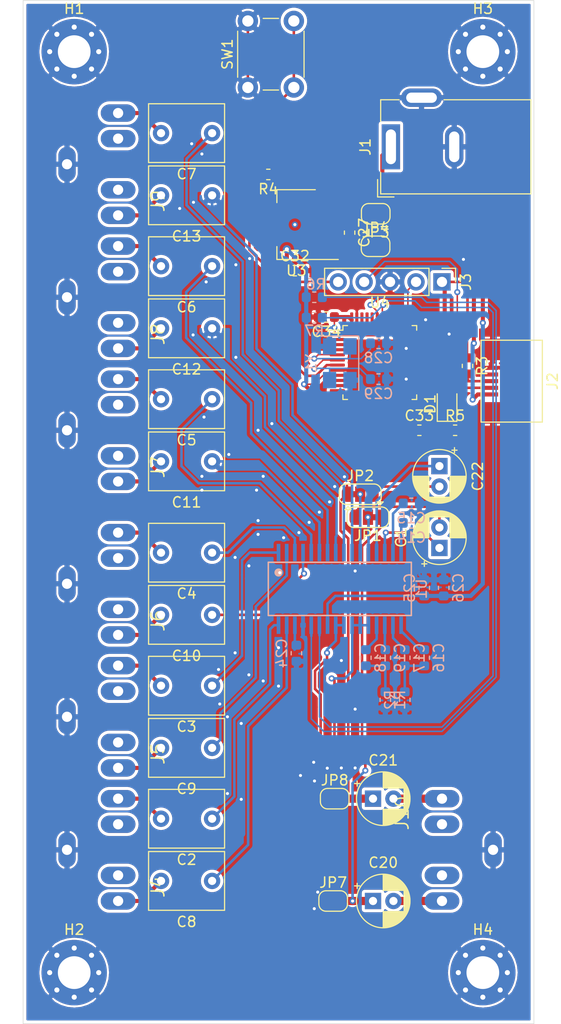
<source format=kicad_pcb>
(kicad_pcb (version 20171130) (host pcbnew "(5.1.0-rc1-16-gc0a86d734)")

  (general
    (thickness 1.6)
    (drawings 4)
    (tracks 616)
    (zones 0)
    (modules 64)
    (nets 106)
  )

  (page A4)
  (layers
    (0 F.Cu signal)
    (31 B.Cu signal)
    (32 B.Adhes user)
    (33 F.Adhes user)
    (34 B.Paste user)
    (35 F.Paste user)
    (36 B.SilkS user)
    (37 F.SilkS user)
    (38 B.Mask user)
    (39 F.Mask user)
    (40 Dwgs.User user)
    (41 Cmts.User user)
    (42 Eco1.User user)
    (43 Eco2.User user)
    (44 Edge.Cuts user)
    (45 Margin user)
    (46 B.CrtYd user)
    (47 F.CrtYd user)
    (48 B.Fab user)
    (49 F.Fab user)
  )

  (setup
    (last_trace_width 0.25)
    (user_trace_width 0.15)
    (user_trace_width 0.4)
    (user_trace_width 0.8)
    (trace_clearance 0.15)
    (zone_clearance 0.3)
    (zone_45_only no)
    (trace_min 0.15)
    (via_size 0.8)
    (via_drill 0.4)
    (via_min_size 0.3)
    (via_min_drill 0.3)
    (uvia_size 0.3)
    (uvia_drill 0.1)
    (uvias_allowed no)
    (uvia_min_size 0.2)
    (uvia_min_drill 0.1)
    (edge_width 0.05)
    (segment_width 0.2)
    (pcb_text_width 0.3)
    (pcb_text_size 1.5 1.5)
    (mod_edge_width 0.12)
    (mod_text_size 1 1)
    (mod_text_width 0.15)
    (pad_size 1.524 1.524)
    (pad_drill 0.762)
    (pad_to_mask_clearance 0.051)
    (solder_mask_min_width 0.25)
    (aux_axis_origin 0 0)
    (visible_elements FFFFFF7F)
    (pcbplotparams
      (layerselection 0x010fc_ffffffff)
      (usegerberextensions false)
      (usegerberattributes false)
      (usegerberadvancedattributes false)
      (creategerberjobfile false)
      (excludeedgelayer true)
      (linewidth 0.100000)
      (plotframeref false)
      (viasonmask false)
      (mode 1)
      (useauxorigin false)
      (hpglpennumber 1)
      (hpglpenspeed 20)
      (hpglpendiameter 15.000000)
      (psnegative false)
      (psa4output false)
      (plotreference true)
      (plotvalue true)
      (plotinvisibletext false)
      (padsonsilk false)
      (subtractmaskfromsilk false)
      (outputformat 1)
      (mirror false)
      (drillshape 1)
      (scaleselection 1)
      (outputdirectory ""))
  )

  (net 0 "")
  (net 1 "Net-(C2-Pad2)")
  (net 2 "Net-(C2-Pad1)")
  (net 3 "Net-(C3-Pad2)")
  (net 4 "Net-(C3-Pad1)")
  (net 5 "Net-(C4-Pad2)")
  (net 6 "Net-(C4-Pad1)")
  (net 7 "Net-(C5-Pad2)")
  (net 8 "Net-(C5-Pad1)")
  (net 9 "Net-(C6-Pad2)")
  (net 10 "Net-(C6-Pad1)")
  (net 11 "Net-(C7-Pad2)")
  (net 12 "Net-(C7-Pad1)")
  (net 13 "Net-(C8-Pad2)")
  (net 14 "Net-(C8-Pad1)")
  (net 15 "Net-(C9-Pad2)")
  (net 16 "Net-(C9-Pad1)")
  (net 17 "Net-(C10-Pad2)")
  (net 18 "Net-(C10-Pad1)")
  (net 19 "Net-(C11-Pad2)")
  (net 20 "Net-(C11-Pad1)")
  (net 21 "Net-(C12-Pad2)")
  (net 22 "Net-(C12-Pad1)")
  (net 23 "Net-(C13-Pad2)")
  (net 24 "Net-(C13-Pad1)")
  (net 25 GND)
  (net 26 "Net-(C14-Pad1)")
  (net 27 "Net-(C15-Pad1)")
  (net 28 "Net-(C16-Pad2)")
  (net 29 "Net-(C16-Pad1)")
  (net 30 "Net-(C17-Pad2)")
  (net 31 "Net-(C18-Pad2)")
  (net 32 "Net-(C18-Pad1)")
  (net 33 "Net-(C19-Pad2)")
  (net 34 "Net-(C20-Pad2)")
  (net 35 "Net-(C20-Pad1)")
  (net 36 "Net-(C21-Pad2)")
  (net 37 "Net-(C21-Pad1)")
  (net 38 "Net-(C24-Pad1)")
  (net 39 VCC)
  (net 40 "Net-(C28-Pad1)")
  (net 41 "Net-(C29-Pad1)")
  (net 42 +3V3)
  (net 43 "Net-(D1-Pad2)")
  (net 44 "Net-(D1-Pad1)")
  (net 45 "Net-(J1-Pad1)")
  (net 46 "Net-(J2-Pad4)")
  (net 47 USB_P)
  (net 48 USB_N)
  (net 49 "Net-(J2-Pad1)")
  (net 50 RST)
  (net 51 JTMS)
  (net 52 JTCK)
  (net 53 "Net-(JP1-Pad2)")
  (net 54 "Net-(JP2-Pad2)")
  (net 55 SDA)
  (net 56 SCL)
  (net 57 "Net-(U4-Pad46)")
  (net 58 "Net-(U4-Pad45)")
  (net 59 BOOT0)
  (net 60 "Net-(U4-Pad41)")
  (net 61 "Net-(U4-Pad40)")
  (net 62 "Net-(U4-Pad39)")
  (net 63 "Net-(U4-Pad38)")
  (net 64 "Net-(U4-Pad31)")
  (net 65 "Net-(U4-Pad29)")
  (net 66 "Net-(U4-Pad28)")
  (net 67 "Net-(U4-Pad27)")
  (net 68 "Net-(U4-Pad26)")
  (net 69 "Net-(U4-Pad25)")
  (net 70 "Net-(U4-Pad22)")
  (net 71 "Net-(U4-Pad21)")
  (net 72 "Net-(U4-Pad20)")
  (net 73 "Net-(U4-Pad19)")
  (net 74 "Net-(U4-Pad18)")
  (net 75 "Net-(U4-Pad17)")
  (net 76 "Net-(U4-Pad16)")
  (net 77 "Net-(U4-Pad15)")
  (net 78 "Net-(U4-Pad14)")
  (net 79 "Net-(U4-Pad13)")
  (net 80 "Net-(U4-Pad12)")
  (net 81 "Net-(U4-Pad11)")
  (net 82 "Net-(U4-Pad10)")
  (net 83 "Net-(U4-Pad4)")
  (net 84 "Net-(U4-Pad3)")
  (net 85 "Net-(U4-Pad2)")
  (net 86 "Net-(J4-PadSN)")
  (net 87 "Net-(J4-PadTN)")
  (net 88 "Net-(J5-PadSN)")
  (net 89 "Net-(J5-PadTN)")
  (net 90 "Net-(J6-PadSN)")
  (net 91 "Net-(J6-PadTN)")
  (net 92 "Net-(J7-PadSN)")
  (net 93 "Net-(J7-PadTN)")
  (net 94 "Net-(J8-PadSN)")
  (net 95 "Net-(J8-PadTN)")
  (net 96 "Net-(J9-PadSN)")
  (net 97 "Net-(J9-PadTN)")
  (net 98 "Net-(C1-Pad2)")
  (net 99 "Net-(C1-Pad1)")
  (net 100 "Net-(C22-Pad2)")
  (net 101 "Net-(C22-Pad1)")
  (net 102 "Net-(J10-PadSN)")
  (net 103 "Net-(JP7-Pad1)")
  (net 104 "Net-(JP8-Pad1)")
  (net 105 "Net-(J10-PadTN)")

  (net_class Default "This is the default net class."
    (clearance 0.15)
    (trace_width 0.25)
    (via_dia 0.8)
    (via_drill 0.4)
    (uvia_dia 0.3)
    (uvia_drill 0.1)
    (add_net +3V3)
    (add_net BOOT0)
    (add_net GND)
    (add_net JTCK)
    (add_net JTMS)
    (add_net "Net-(C1-Pad1)")
    (add_net "Net-(C1-Pad2)")
    (add_net "Net-(C10-Pad1)")
    (add_net "Net-(C10-Pad2)")
    (add_net "Net-(C11-Pad1)")
    (add_net "Net-(C11-Pad2)")
    (add_net "Net-(C12-Pad1)")
    (add_net "Net-(C12-Pad2)")
    (add_net "Net-(C13-Pad1)")
    (add_net "Net-(C13-Pad2)")
    (add_net "Net-(C14-Pad1)")
    (add_net "Net-(C15-Pad1)")
    (add_net "Net-(C16-Pad1)")
    (add_net "Net-(C16-Pad2)")
    (add_net "Net-(C17-Pad2)")
    (add_net "Net-(C18-Pad1)")
    (add_net "Net-(C18-Pad2)")
    (add_net "Net-(C19-Pad2)")
    (add_net "Net-(C2-Pad1)")
    (add_net "Net-(C2-Pad2)")
    (add_net "Net-(C20-Pad1)")
    (add_net "Net-(C20-Pad2)")
    (add_net "Net-(C21-Pad1)")
    (add_net "Net-(C21-Pad2)")
    (add_net "Net-(C22-Pad1)")
    (add_net "Net-(C22-Pad2)")
    (add_net "Net-(C24-Pad1)")
    (add_net "Net-(C28-Pad1)")
    (add_net "Net-(C29-Pad1)")
    (add_net "Net-(C3-Pad1)")
    (add_net "Net-(C3-Pad2)")
    (add_net "Net-(C4-Pad1)")
    (add_net "Net-(C4-Pad2)")
    (add_net "Net-(C5-Pad1)")
    (add_net "Net-(C5-Pad2)")
    (add_net "Net-(C6-Pad1)")
    (add_net "Net-(C6-Pad2)")
    (add_net "Net-(C7-Pad1)")
    (add_net "Net-(C7-Pad2)")
    (add_net "Net-(C8-Pad1)")
    (add_net "Net-(C8-Pad2)")
    (add_net "Net-(C9-Pad1)")
    (add_net "Net-(C9-Pad2)")
    (add_net "Net-(D1-Pad1)")
    (add_net "Net-(D1-Pad2)")
    (add_net "Net-(J1-Pad1)")
    (add_net "Net-(J10-PadSN)")
    (add_net "Net-(J10-PadTN)")
    (add_net "Net-(J2-Pad1)")
    (add_net "Net-(J2-Pad4)")
    (add_net "Net-(J4-PadSN)")
    (add_net "Net-(J4-PadTN)")
    (add_net "Net-(J5-PadSN)")
    (add_net "Net-(J5-PadTN)")
    (add_net "Net-(J6-PadSN)")
    (add_net "Net-(J6-PadTN)")
    (add_net "Net-(J7-PadSN)")
    (add_net "Net-(J7-PadTN)")
    (add_net "Net-(J8-PadSN)")
    (add_net "Net-(J8-PadTN)")
    (add_net "Net-(J9-PadSN)")
    (add_net "Net-(J9-PadTN)")
    (add_net "Net-(JP1-Pad2)")
    (add_net "Net-(JP2-Pad2)")
    (add_net "Net-(JP7-Pad1)")
    (add_net "Net-(JP8-Pad1)")
    (add_net "Net-(U4-Pad10)")
    (add_net "Net-(U4-Pad11)")
    (add_net "Net-(U4-Pad12)")
    (add_net "Net-(U4-Pad13)")
    (add_net "Net-(U4-Pad14)")
    (add_net "Net-(U4-Pad15)")
    (add_net "Net-(U4-Pad16)")
    (add_net "Net-(U4-Pad17)")
    (add_net "Net-(U4-Pad18)")
    (add_net "Net-(U4-Pad19)")
    (add_net "Net-(U4-Pad2)")
    (add_net "Net-(U4-Pad20)")
    (add_net "Net-(U4-Pad21)")
    (add_net "Net-(U4-Pad22)")
    (add_net "Net-(U4-Pad25)")
    (add_net "Net-(U4-Pad26)")
    (add_net "Net-(U4-Pad27)")
    (add_net "Net-(U4-Pad28)")
    (add_net "Net-(U4-Pad29)")
    (add_net "Net-(U4-Pad3)")
    (add_net "Net-(U4-Pad31)")
    (add_net "Net-(U4-Pad38)")
    (add_net "Net-(U4-Pad39)")
    (add_net "Net-(U4-Pad4)")
    (add_net "Net-(U4-Pad40)")
    (add_net "Net-(U4-Pad41)")
    (add_net "Net-(U4-Pad45)")
    (add_net "Net-(U4-Pad46)")
    (add_net RST)
    (add_net SCL)
    (add_net SDA)
    (add_net USB_N)
    (add_net USB_P)
    (add_net VCC)
  )

  (module audioMux:Klinke-JC128 locked (layer F.Cu) (tedit 5D3C5AE9) (tstamp 5D3CF3C8)
    (at 50.8 36)
    (path /5D880569)
    (attr virtual)
    (fp_text reference J9 (at 12.4 3.6 90) (layer F.SilkS)
      (effects (font (size 1.27 1.27) (thickness 0.15)))
    )
    (fp_text value AudioJack2_Ground_Switch (at 2 7.2) (layer F.SilkS) hide
      (effects (font (size 1.27 1.27) (thickness 0.15)))
    )
    (fp_circle (center 8.49884 0) (end 8.49884 -0.49784) (layer Dwgs.User) (width 0.127))
    (fp_circle (center 0.99822 -4.99872) (end 0.99822 -5.49656) (layer Dwgs.User) (width 0.127))
    (fp_circle (center 0.99822 4.99872) (end 0.99822 4.50088) (layer Dwgs.User) (width 0.127))
    (fp_circle (center 3.49758 4.99872) (end 3.49758 4.50088) (layer Dwgs.User) (width 0.127))
    (fp_circle (center 3.49758 -4.99872) (end 3.49758 -5.49656) (layer Dwgs.User) (width 0.127))
    (fp_line (start -1.79832 -1.79832) (end -2.99974 -1.79832) (layer Dwgs.User) (width 0.127))
    (fp_line (start -1.79832 1.79832) (end -1.79832 -1.79832) (layer Dwgs.User) (width 0.127))
    (fp_line (start -2.99974 1.79832) (end -1.79832 1.79832) (layer Dwgs.User) (width 0.127))
    (fp_line (start -2.99974 -2.99974) (end 0 -2.99974) (layer Dwgs.User) (width 0.127))
    (fp_line (start -2.99974 2.99974) (end -2.99974 -2.99974) (layer Dwgs.User) (width 0.127))
    (fp_line (start 0 2.99974) (end -2.99974 2.99974) (layer Dwgs.User) (width 0.127))
    (fp_line (start 10.9982 5.99948) (end 0 5.99948) (layer Dwgs.User) (width 0.127))
    (fp_line (start 10.9982 -5.99948) (end 10.9982 5.99948) (layer Dwgs.User) (width 0.127))
    (fp_line (start 0 -5.99948) (end 10.9982 -5.99948) (layer Dwgs.User) (width 0.127))
    (fp_line (start 0 5.99948) (end 0 -5.99948) (layer Dwgs.User) (width 0.127))
    (pad S thru_hole oval (at 8.49884 -4.99872 90) (size 1.69926 3.39852) (drill 0.99822) (layers *.Cu *.Paste *.Mask)
      (net 11 "Net-(C7-Pad2)"))
    (pad SN thru_hole oval (at 8.49884 -2.49936 90) (size 1.69926 3.39852) (drill 0.99822) (layers *.Cu *.Paste *.Mask)
      (net 96 "Net-(J9-PadSN)"))
    (pad TN thru_hole oval (at 8.49884 2.49936 90) (size 1.69926 3.39852) (drill 0.99822) (layers *.Cu *.Paste *.Mask)
      (net 97 "Net-(J9-PadTN)"))
    (pad T thru_hole oval (at 8.49884 4.99872 90) (size 1.69926 3.39852) (drill 0.99822) (layers *.Cu *.Paste *.Mask)
      (net 23 "Net-(C13-Pad2)"))
    (pad G thru_hole oval (at 3.49758 0 180) (size 1.69926 3.39852) (drill 0.99822) (layers *.Cu *.Paste *.Mask)
      (net 25 GND))
  )

  (module audioMux:BarrelJack_LCSC_C194407 (layer F.Cu) (tedit 5D3DA754) (tstamp 5D3E299B)
    (at 86 34.3 90)
    (descr "barrel jack lcsc")
    (tags "connector barrel jack")
    (path /5D4FBA63/5D5AF27B)
    (fp_text reference J1 (at 0 -2.5 90) (layer F.SilkS)
      (effects (font (size 1 1) (thickness 0.15)))
    )
    (fp_text value Barrel_Jack_Switch (at 0 15.5 90) (layer F.Fab)
      (effects (font (size 1 1) (thickness 0.15)))
    )
    (fp_line (start 5 14.1) (end 5 5.5) (layer F.CrtYd) (width 0.05))
    (fp_line (start 4.6 5.2) (end 4.6 13.7) (layer F.SilkS) (width 0.12))
    (fp_line (start -4.5 0.1) (end -3.5 -0.9) (layer F.Fab) (width 0.1))
    (fp_line (start 4.5 -0.9) (end -3.5 -0.9) (layer F.Fab) (width 0.1))
    (fp_line (start 4.5 -0.9) (end 4.5 13.6) (layer F.Fab) (width 0.1))
    (fp_line (start 4.5 13.6) (end -4.5 13.6) (layer F.Fab) (width 0.1))
    (fp_line (start -4.5 13.6) (end -4.5 0.1) (layer F.Fab) (width 0.1))
    (fp_text user %R (at 0 7.5 90) (layer F.Fab)
      (effects (font (size 1 1) (thickness 0.15)))
    )
    (fp_line (start 4.6 13.7) (end -4.6 13.7) (layer F.SilkS) (width 0.12))
    (fp_line (start -4.6 13.7) (end -4.6 -1) (layer F.SilkS) (width 0.12))
    (fp_line (start 2.5 -1) (end 4.6 -1) (layer F.SilkS) (width 0.12))
    (fp_line (start 4.6 -1) (end 4.6 0.8) (layer F.SilkS) (width 0.12))
    (fp_line (start -3.2 -1.3) (end -4.9 -1.3) (layer F.SilkS) (width 0.12))
    (fp_line (start -4.9 -1.3) (end -4.9 0.3) (layer F.SilkS) (width 0.12))
    (fp_line (start 5 -1.4) (end -5 -1.4) (layer F.CrtYd) (width 0.05))
    (fp_line (start -5 -1.4) (end -5 14.1) (layer F.CrtYd) (width 0.05))
    (fp_line (start -5 14.1) (end 5 14.1) (layer F.CrtYd) (width 0.05))
    (fp_line (start 5 0.5) (end 5 -1.4) (layer F.CrtYd) (width 0.05))
    (fp_line (start 6.2 0.5) (end 6.2 5.5) (layer F.CrtYd) (width 0.05))
    (fp_line (start 6.2 5.5) (end 5 5.5) (layer F.CrtYd) (width 0.05))
    (fp_line (start 6.2 0.5) (end 5 0.5) (layer F.CrtYd) (width 0.05))
    (fp_line (start -4.6 -1) (end -2.5 -1) (layer F.SilkS) (width 0.12))
    (pad 3 thru_hole oval (at 4.8 3 180) (size 4 1.8) (drill oval 3 1) (layers *.Cu *.Mask)
      (net 25 GND))
    (pad 2 thru_hole oval (at 0 6.2 90) (size 4 1.8) (drill oval 3 1) (layers *.Cu *.Mask)
      (net 25 GND))
    (pad 1 thru_hole rect (at 0 0 90) (size 4.4 1.8) (drill oval 3.4 1) (layers *.Cu *.Mask)
      (net 45 "Net-(J1-Pad1)"))
    (model ${KISYS3DMOD}/Connector_BarrelJack.3dshapes/BarrelJack_Wuerth_6941xx301002.wrl
      (at (xyz 0 0 0))
      (scale (xyz 1 1 1))
      (rotate (xyz 0 0 0))
    )
  )

  (module Crystal:Crystal_SMD_5032-4Pin_5.0x3.2mm (layer B.Cu) (tedit 5A0FD1B2) (tstamp 5D3F7A2D)
    (at 81 55.45 270)
    (descr "SMD Crystal SERIES SMD2520/4 http://www.icbase.com/File/PDF/HKC/HKC00061008.pdf, 5.0x3.2mm^2 package")
    (tags "SMD SMT crystal")
    (path /5D4FBA63/5DAD6FE0)
    (attr smd)
    (fp_text reference Y1 (at 0 2.8 270) (layer B.SilkS)
      (effects (font (size 1 1) (thickness 0.15)) (justify mirror))
    )
    (fp_text value 8Mhz (at 0 -2.8 270) (layer B.Fab)
      (effects (font (size 1 1) (thickness 0.15)) (justify mirror))
    )
    (fp_line (start 2.8 1.9) (end -2.8 1.9) (layer B.CrtYd) (width 0.05))
    (fp_line (start 2.8 -1.9) (end 2.8 1.9) (layer B.CrtYd) (width 0.05))
    (fp_line (start -2.8 -1.9) (end 2.8 -1.9) (layer B.CrtYd) (width 0.05))
    (fp_line (start -2.8 1.9) (end -2.8 -1.9) (layer B.CrtYd) (width 0.05))
    (fp_line (start -2.65 -1.85) (end 2.65 -1.85) (layer B.SilkS) (width 0.12))
    (fp_line (start -2.65 1.85) (end -2.65 -1.85) (layer B.SilkS) (width 0.12))
    (fp_line (start -2.5 -0.6) (end -1.5 -1.6) (layer B.Fab) (width 0.1))
    (fp_line (start -2.5 1.4) (end -2.3 1.6) (layer B.Fab) (width 0.1))
    (fp_line (start -2.5 -1.4) (end -2.5 1.4) (layer B.Fab) (width 0.1))
    (fp_line (start -2.3 -1.6) (end -2.5 -1.4) (layer B.Fab) (width 0.1))
    (fp_line (start 2.3 -1.6) (end -2.3 -1.6) (layer B.Fab) (width 0.1))
    (fp_line (start 2.5 -1.4) (end 2.3 -1.6) (layer B.Fab) (width 0.1))
    (fp_line (start 2.5 1.4) (end 2.5 -1.4) (layer B.Fab) (width 0.1))
    (fp_line (start 2.3 1.6) (end 2.5 1.4) (layer B.Fab) (width 0.1))
    (fp_line (start -2.3 1.6) (end 2.3 1.6) (layer B.Fab) (width 0.1))
    (fp_text user %R (at 0 0 270) (layer B.Fab)
      (effects (font (size 1 1) (thickness 0.15)) (justify mirror))
    )
    (pad 4 smd rect (at -1.65 1 270) (size 1.6 1.3) (layers B.Cu B.Paste B.Mask)
      (net 25 GND))
    (pad 3 smd rect (at 1.65 1 270) (size 1.6 1.3) (layers B.Cu B.Paste B.Mask)
      (net 41 "Net-(C29-Pad1)"))
    (pad 2 smd rect (at 1.65 -1 270) (size 1.6 1.3) (layers B.Cu B.Paste B.Mask)
      (net 25 GND))
    (pad 1 smd rect (at -1.65 -1 270) (size 1.6 1.3) (layers B.Cu B.Paste B.Mask)
      (net 40 "Net-(C28-Pad1)"))
    (model ${KISYS3DMOD}/Crystal.3dshapes/Crystal_SMD_5032-4Pin_5.0x3.2mm.wrl
      (at (xyz 0 0 0))
      (scale (xyz 1 1 1))
      (rotate (xyz 0 0 0))
    )
  )

  (module Capacitor_THT:CP_Radial_D5.0mm_P2.00mm (layer F.Cu) (tedit 5AE50EF0) (tstamp 5D3EA037)
    (at 84.25 98)
    (descr "CP, Radial series, Radial, pin pitch=2.00mm, , diameter=5mm, Electrolytic Capacitor")
    (tags "CP Radial series Radial pin pitch 2.00mm  diameter 5mm Electrolytic Capacitor")
    (path /5D4A36B8)
    (fp_text reference C21 (at 1 -3.75) (layer F.SilkS)
      (effects (font (size 1 1) (thickness 0.15)))
    )
    (fp_text value 4u7 (at 1 3.75) (layer F.Fab)
      (effects (font (size 1 1) (thickness 0.15)))
    )
    (fp_text user %R (at 1 0) (layer F.Fab)
      (effects (font (size 1 1) (thickness 0.15)))
    )
    (fp_line (start -1.554775 -1.725) (end -1.554775 -1.225) (layer F.SilkS) (width 0.12))
    (fp_line (start -1.804775 -1.475) (end -1.304775 -1.475) (layer F.SilkS) (width 0.12))
    (fp_line (start 3.601 -0.284) (end 3.601 0.284) (layer F.SilkS) (width 0.12))
    (fp_line (start 3.561 -0.518) (end 3.561 0.518) (layer F.SilkS) (width 0.12))
    (fp_line (start 3.521 -0.677) (end 3.521 0.677) (layer F.SilkS) (width 0.12))
    (fp_line (start 3.481 -0.805) (end 3.481 0.805) (layer F.SilkS) (width 0.12))
    (fp_line (start 3.441 -0.915) (end 3.441 0.915) (layer F.SilkS) (width 0.12))
    (fp_line (start 3.401 -1.011) (end 3.401 1.011) (layer F.SilkS) (width 0.12))
    (fp_line (start 3.361 -1.098) (end 3.361 1.098) (layer F.SilkS) (width 0.12))
    (fp_line (start 3.321 -1.178) (end 3.321 1.178) (layer F.SilkS) (width 0.12))
    (fp_line (start 3.281 -1.251) (end 3.281 1.251) (layer F.SilkS) (width 0.12))
    (fp_line (start 3.241 -1.319) (end 3.241 1.319) (layer F.SilkS) (width 0.12))
    (fp_line (start 3.201 -1.383) (end 3.201 1.383) (layer F.SilkS) (width 0.12))
    (fp_line (start 3.161 -1.443) (end 3.161 1.443) (layer F.SilkS) (width 0.12))
    (fp_line (start 3.121 -1.5) (end 3.121 1.5) (layer F.SilkS) (width 0.12))
    (fp_line (start 3.081 -1.554) (end 3.081 1.554) (layer F.SilkS) (width 0.12))
    (fp_line (start 3.041 -1.605) (end 3.041 1.605) (layer F.SilkS) (width 0.12))
    (fp_line (start 3.001 1.04) (end 3.001 1.653) (layer F.SilkS) (width 0.12))
    (fp_line (start 3.001 -1.653) (end 3.001 -1.04) (layer F.SilkS) (width 0.12))
    (fp_line (start 2.961 1.04) (end 2.961 1.699) (layer F.SilkS) (width 0.12))
    (fp_line (start 2.961 -1.699) (end 2.961 -1.04) (layer F.SilkS) (width 0.12))
    (fp_line (start 2.921 1.04) (end 2.921 1.743) (layer F.SilkS) (width 0.12))
    (fp_line (start 2.921 -1.743) (end 2.921 -1.04) (layer F.SilkS) (width 0.12))
    (fp_line (start 2.881 1.04) (end 2.881 1.785) (layer F.SilkS) (width 0.12))
    (fp_line (start 2.881 -1.785) (end 2.881 -1.04) (layer F.SilkS) (width 0.12))
    (fp_line (start 2.841 1.04) (end 2.841 1.826) (layer F.SilkS) (width 0.12))
    (fp_line (start 2.841 -1.826) (end 2.841 -1.04) (layer F.SilkS) (width 0.12))
    (fp_line (start 2.801 1.04) (end 2.801 1.864) (layer F.SilkS) (width 0.12))
    (fp_line (start 2.801 -1.864) (end 2.801 -1.04) (layer F.SilkS) (width 0.12))
    (fp_line (start 2.761 1.04) (end 2.761 1.901) (layer F.SilkS) (width 0.12))
    (fp_line (start 2.761 -1.901) (end 2.761 -1.04) (layer F.SilkS) (width 0.12))
    (fp_line (start 2.721 1.04) (end 2.721 1.937) (layer F.SilkS) (width 0.12))
    (fp_line (start 2.721 -1.937) (end 2.721 -1.04) (layer F.SilkS) (width 0.12))
    (fp_line (start 2.681 1.04) (end 2.681 1.971) (layer F.SilkS) (width 0.12))
    (fp_line (start 2.681 -1.971) (end 2.681 -1.04) (layer F.SilkS) (width 0.12))
    (fp_line (start 2.641 1.04) (end 2.641 2.004) (layer F.SilkS) (width 0.12))
    (fp_line (start 2.641 -2.004) (end 2.641 -1.04) (layer F.SilkS) (width 0.12))
    (fp_line (start 2.601 1.04) (end 2.601 2.035) (layer F.SilkS) (width 0.12))
    (fp_line (start 2.601 -2.035) (end 2.601 -1.04) (layer F.SilkS) (width 0.12))
    (fp_line (start 2.561 1.04) (end 2.561 2.065) (layer F.SilkS) (width 0.12))
    (fp_line (start 2.561 -2.065) (end 2.561 -1.04) (layer F.SilkS) (width 0.12))
    (fp_line (start 2.521 1.04) (end 2.521 2.095) (layer F.SilkS) (width 0.12))
    (fp_line (start 2.521 -2.095) (end 2.521 -1.04) (layer F.SilkS) (width 0.12))
    (fp_line (start 2.481 1.04) (end 2.481 2.122) (layer F.SilkS) (width 0.12))
    (fp_line (start 2.481 -2.122) (end 2.481 -1.04) (layer F.SilkS) (width 0.12))
    (fp_line (start 2.441 1.04) (end 2.441 2.149) (layer F.SilkS) (width 0.12))
    (fp_line (start 2.441 -2.149) (end 2.441 -1.04) (layer F.SilkS) (width 0.12))
    (fp_line (start 2.401 1.04) (end 2.401 2.175) (layer F.SilkS) (width 0.12))
    (fp_line (start 2.401 -2.175) (end 2.401 -1.04) (layer F.SilkS) (width 0.12))
    (fp_line (start 2.361 1.04) (end 2.361 2.2) (layer F.SilkS) (width 0.12))
    (fp_line (start 2.361 -2.2) (end 2.361 -1.04) (layer F.SilkS) (width 0.12))
    (fp_line (start 2.321 1.04) (end 2.321 2.224) (layer F.SilkS) (width 0.12))
    (fp_line (start 2.321 -2.224) (end 2.321 -1.04) (layer F.SilkS) (width 0.12))
    (fp_line (start 2.281 1.04) (end 2.281 2.247) (layer F.SilkS) (width 0.12))
    (fp_line (start 2.281 -2.247) (end 2.281 -1.04) (layer F.SilkS) (width 0.12))
    (fp_line (start 2.241 1.04) (end 2.241 2.268) (layer F.SilkS) (width 0.12))
    (fp_line (start 2.241 -2.268) (end 2.241 -1.04) (layer F.SilkS) (width 0.12))
    (fp_line (start 2.201 1.04) (end 2.201 2.29) (layer F.SilkS) (width 0.12))
    (fp_line (start 2.201 -2.29) (end 2.201 -1.04) (layer F.SilkS) (width 0.12))
    (fp_line (start 2.161 1.04) (end 2.161 2.31) (layer F.SilkS) (width 0.12))
    (fp_line (start 2.161 -2.31) (end 2.161 -1.04) (layer F.SilkS) (width 0.12))
    (fp_line (start 2.121 1.04) (end 2.121 2.329) (layer F.SilkS) (width 0.12))
    (fp_line (start 2.121 -2.329) (end 2.121 -1.04) (layer F.SilkS) (width 0.12))
    (fp_line (start 2.081 1.04) (end 2.081 2.348) (layer F.SilkS) (width 0.12))
    (fp_line (start 2.081 -2.348) (end 2.081 -1.04) (layer F.SilkS) (width 0.12))
    (fp_line (start 2.041 1.04) (end 2.041 2.365) (layer F.SilkS) (width 0.12))
    (fp_line (start 2.041 -2.365) (end 2.041 -1.04) (layer F.SilkS) (width 0.12))
    (fp_line (start 2.001 1.04) (end 2.001 2.382) (layer F.SilkS) (width 0.12))
    (fp_line (start 2.001 -2.382) (end 2.001 -1.04) (layer F.SilkS) (width 0.12))
    (fp_line (start 1.961 1.04) (end 1.961 2.398) (layer F.SilkS) (width 0.12))
    (fp_line (start 1.961 -2.398) (end 1.961 -1.04) (layer F.SilkS) (width 0.12))
    (fp_line (start 1.921 1.04) (end 1.921 2.414) (layer F.SilkS) (width 0.12))
    (fp_line (start 1.921 -2.414) (end 1.921 -1.04) (layer F.SilkS) (width 0.12))
    (fp_line (start 1.881 1.04) (end 1.881 2.428) (layer F.SilkS) (width 0.12))
    (fp_line (start 1.881 -2.428) (end 1.881 -1.04) (layer F.SilkS) (width 0.12))
    (fp_line (start 1.841 1.04) (end 1.841 2.442) (layer F.SilkS) (width 0.12))
    (fp_line (start 1.841 -2.442) (end 1.841 -1.04) (layer F.SilkS) (width 0.12))
    (fp_line (start 1.801 1.04) (end 1.801 2.455) (layer F.SilkS) (width 0.12))
    (fp_line (start 1.801 -2.455) (end 1.801 -1.04) (layer F.SilkS) (width 0.12))
    (fp_line (start 1.761 1.04) (end 1.761 2.468) (layer F.SilkS) (width 0.12))
    (fp_line (start 1.761 -2.468) (end 1.761 -1.04) (layer F.SilkS) (width 0.12))
    (fp_line (start 1.721 1.04) (end 1.721 2.48) (layer F.SilkS) (width 0.12))
    (fp_line (start 1.721 -2.48) (end 1.721 -1.04) (layer F.SilkS) (width 0.12))
    (fp_line (start 1.68 1.04) (end 1.68 2.491) (layer F.SilkS) (width 0.12))
    (fp_line (start 1.68 -2.491) (end 1.68 -1.04) (layer F.SilkS) (width 0.12))
    (fp_line (start 1.64 1.04) (end 1.64 2.501) (layer F.SilkS) (width 0.12))
    (fp_line (start 1.64 -2.501) (end 1.64 -1.04) (layer F.SilkS) (width 0.12))
    (fp_line (start 1.6 1.04) (end 1.6 2.511) (layer F.SilkS) (width 0.12))
    (fp_line (start 1.6 -2.511) (end 1.6 -1.04) (layer F.SilkS) (width 0.12))
    (fp_line (start 1.56 1.04) (end 1.56 2.52) (layer F.SilkS) (width 0.12))
    (fp_line (start 1.56 -2.52) (end 1.56 -1.04) (layer F.SilkS) (width 0.12))
    (fp_line (start 1.52 1.04) (end 1.52 2.528) (layer F.SilkS) (width 0.12))
    (fp_line (start 1.52 -2.528) (end 1.52 -1.04) (layer F.SilkS) (width 0.12))
    (fp_line (start 1.48 1.04) (end 1.48 2.536) (layer F.SilkS) (width 0.12))
    (fp_line (start 1.48 -2.536) (end 1.48 -1.04) (layer F.SilkS) (width 0.12))
    (fp_line (start 1.44 1.04) (end 1.44 2.543) (layer F.SilkS) (width 0.12))
    (fp_line (start 1.44 -2.543) (end 1.44 -1.04) (layer F.SilkS) (width 0.12))
    (fp_line (start 1.4 1.04) (end 1.4 2.55) (layer F.SilkS) (width 0.12))
    (fp_line (start 1.4 -2.55) (end 1.4 -1.04) (layer F.SilkS) (width 0.12))
    (fp_line (start 1.36 1.04) (end 1.36 2.556) (layer F.SilkS) (width 0.12))
    (fp_line (start 1.36 -2.556) (end 1.36 -1.04) (layer F.SilkS) (width 0.12))
    (fp_line (start 1.32 1.04) (end 1.32 2.561) (layer F.SilkS) (width 0.12))
    (fp_line (start 1.32 -2.561) (end 1.32 -1.04) (layer F.SilkS) (width 0.12))
    (fp_line (start 1.28 1.04) (end 1.28 2.565) (layer F.SilkS) (width 0.12))
    (fp_line (start 1.28 -2.565) (end 1.28 -1.04) (layer F.SilkS) (width 0.12))
    (fp_line (start 1.24 1.04) (end 1.24 2.569) (layer F.SilkS) (width 0.12))
    (fp_line (start 1.24 -2.569) (end 1.24 -1.04) (layer F.SilkS) (width 0.12))
    (fp_line (start 1.2 1.04) (end 1.2 2.573) (layer F.SilkS) (width 0.12))
    (fp_line (start 1.2 -2.573) (end 1.2 -1.04) (layer F.SilkS) (width 0.12))
    (fp_line (start 1.16 1.04) (end 1.16 2.576) (layer F.SilkS) (width 0.12))
    (fp_line (start 1.16 -2.576) (end 1.16 -1.04) (layer F.SilkS) (width 0.12))
    (fp_line (start 1.12 1.04) (end 1.12 2.578) (layer F.SilkS) (width 0.12))
    (fp_line (start 1.12 -2.578) (end 1.12 -1.04) (layer F.SilkS) (width 0.12))
    (fp_line (start 1.08 1.04) (end 1.08 2.579) (layer F.SilkS) (width 0.12))
    (fp_line (start 1.08 -2.579) (end 1.08 -1.04) (layer F.SilkS) (width 0.12))
    (fp_line (start 1.04 -2.58) (end 1.04 -1.04) (layer F.SilkS) (width 0.12))
    (fp_line (start 1.04 1.04) (end 1.04 2.58) (layer F.SilkS) (width 0.12))
    (fp_line (start 1 -2.58) (end 1 -1.04) (layer F.SilkS) (width 0.12))
    (fp_line (start 1 1.04) (end 1 2.58) (layer F.SilkS) (width 0.12))
    (fp_line (start -0.883605 -1.3375) (end -0.883605 -0.8375) (layer F.Fab) (width 0.1))
    (fp_line (start -1.133605 -1.0875) (end -0.633605 -1.0875) (layer F.Fab) (width 0.1))
    (fp_circle (center 1 0) (end 3.75 0) (layer F.CrtYd) (width 0.05))
    (fp_circle (center 1 0) (end 3.62 0) (layer F.SilkS) (width 0.12))
    (fp_circle (center 1 0) (end 3.5 0) (layer F.Fab) (width 0.1))
    (pad 2 thru_hole circle (at 2 0) (size 1.6 1.6) (drill 0.8) (layers *.Cu *.Mask)
      (net 36 "Net-(C21-Pad2)"))
    (pad 1 thru_hole rect (at 0 0) (size 1.6 1.6) (drill 0.8) (layers *.Cu *.Mask)
      (net 37 "Net-(C21-Pad1)"))
    (model ${KISYS3DMOD}/Capacitor_THT.3dshapes/CP_Radial_D5.0mm_P2.00mm.wrl
      (at (xyz 0 0 0))
      (scale (xyz 1 1 1))
      (rotate (xyz 0 0 0))
    )
  )

  (module Capacitor_THT:CP_Radial_D5.0mm_P2.00mm (layer F.Cu) (tedit 5AE50EF0) (tstamp 5D3F00A7)
    (at 84.25 108)
    (descr "CP, Radial series, Radial, pin pitch=2.00mm, , diameter=5mm, Electrolytic Capacitor")
    (tags "CP Radial series Radial pin pitch 2.00mm  diameter 5mm Electrolytic Capacitor")
    (path /5D4A2F22)
    (fp_text reference C20 (at 1 -3.75) (layer F.SilkS)
      (effects (font (size 1 1) (thickness 0.15)))
    )
    (fp_text value 4u7 (at 1 3.75) (layer F.Fab)
      (effects (font (size 1 1) (thickness 0.15)))
    )
    (fp_text user %R (at 1 0) (layer F.Fab)
      (effects (font (size 1 1) (thickness 0.15)))
    )
    (fp_line (start -1.554775 -1.725) (end -1.554775 -1.225) (layer F.SilkS) (width 0.12))
    (fp_line (start -1.804775 -1.475) (end -1.304775 -1.475) (layer F.SilkS) (width 0.12))
    (fp_line (start 3.601 -0.284) (end 3.601 0.284) (layer F.SilkS) (width 0.12))
    (fp_line (start 3.561 -0.518) (end 3.561 0.518) (layer F.SilkS) (width 0.12))
    (fp_line (start 3.521 -0.677) (end 3.521 0.677) (layer F.SilkS) (width 0.12))
    (fp_line (start 3.481 -0.805) (end 3.481 0.805) (layer F.SilkS) (width 0.12))
    (fp_line (start 3.441 -0.915) (end 3.441 0.915) (layer F.SilkS) (width 0.12))
    (fp_line (start 3.401 -1.011) (end 3.401 1.011) (layer F.SilkS) (width 0.12))
    (fp_line (start 3.361 -1.098) (end 3.361 1.098) (layer F.SilkS) (width 0.12))
    (fp_line (start 3.321 -1.178) (end 3.321 1.178) (layer F.SilkS) (width 0.12))
    (fp_line (start 3.281 -1.251) (end 3.281 1.251) (layer F.SilkS) (width 0.12))
    (fp_line (start 3.241 -1.319) (end 3.241 1.319) (layer F.SilkS) (width 0.12))
    (fp_line (start 3.201 -1.383) (end 3.201 1.383) (layer F.SilkS) (width 0.12))
    (fp_line (start 3.161 -1.443) (end 3.161 1.443) (layer F.SilkS) (width 0.12))
    (fp_line (start 3.121 -1.5) (end 3.121 1.5) (layer F.SilkS) (width 0.12))
    (fp_line (start 3.081 -1.554) (end 3.081 1.554) (layer F.SilkS) (width 0.12))
    (fp_line (start 3.041 -1.605) (end 3.041 1.605) (layer F.SilkS) (width 0.12))
    (fp_line (start 3.001 1.04) (end 3.001 1.653) (layer F.SilkS) (width 0.12))
    (fp_line (start 3.001 -1.653) (end 3.001 -1.04) (layer F.SilkS) (width 0.12))
    (fp_line (start 2.961 1.04) (end 2.961 1.699) (layer F.SilkS) (width 0.12))
    (fp_line (start 2.961 -1.699) (end 2.961 -1.04) (layer F.SilkS) (width 0.12))
    (fp_line (start 2.921 1.04) (end 2.921 1.743) (layer F.SilkS) (width 0.12))
    (fp_line (start 2.921 -1.743) (end 2.921 -1.04) (layer F.SilkS) (width 0.12))
    (fp_line (start 2.881 1.04) (end 2.881 1.785) (layer F.SilkS) (width 0.12))
    (fp_line (start 2.881 -1.785) (end 2.881 -1.04) (layer F.SilkS) (width 0.12))
    (fp_line (start 2.841 1.04) (end 2.841 1.826) (layer F.SilkS) (width 0.12))
    (fp_line (start 2.841 -1.826) (end 2.841 -1.04) (layer F.SilkS) (width 0.12))
    (fp_line (start 2.801 1.04) (end 2.801 1.864) (layer F.SilkS) (width 0.12))
    (fp_line (start 2.801 -1.864) (end 2.801 -1.04) (layer F.SilkS) (width 0.12))
    (fp_line (start 2.761 1.04) (end 2.761 1.901) (layer F.SilkS) (width 0.12))
    (fp_line (start 2.761 -1.901) (end 2.761 -1.04) (layer F.SilkS) (width 0.12))
    (fp_line (start 2.721 1.04) (end 2.721 1.937) (layer F.SilkS) (width 0.12))
    (fp_line (start 2.721 -1.937) (end 2.721 -1.04) (layer F.SilkS) (width 0.12))
    (fp_line (start 2.681 1.04) (end 2.681 1.971) (layer F.SilkS) (width 0.12))
    (fp_line (start 2.681 -1.971) (end 2.681 -1.04) (layer F.SilkS) (width 0.12))
    (fp_line (start 2.641 1.04) (end 2.641 2.004) (layer F.SilkS) (width 0.12))
    (fp_line (start 2.641 -2.004) (end 2.641 -1.04) (layer F.SilkS) (width 0.12))
    (fp_line (start 2.601 1.04) (end 2.601 2.035) (layer F.SilkS) (width 0.12))
    (fp_line (start 2.601 -2.035) (end 2.601 -1.04) (layer F.SilkS) (width 0.12))
    (fp_line (start 2.561 1.04) (end 2.561 2.065) (layer F.SilkS) (width 0.12))
    (fp_line (start 2.561 -2.065) (end 2.561 -1.04) (layer F.SilkS) (width 0.12))
    (fp_line (start 2.521 1.04) (end 2.521 2.095) (layer F.SilkS) (width 0.12))
    (fp_line (start 2.521 -2.095) (end 2.521 -1.04) (layer F.SilkS) (width 0.12))
    (fp_line (start 2.481 1.04) (end 2.481 2.122) (layer F.SilkS) (width 0.12))
    (fp_line (start 2.481 -2.122) (end 2.481 -1.04) (layer F.SilkS) (width 0.12))
    (fp_line (start 2.441 1.04) (end 2.441 2.149) (layer F.SilkS) (width 0.12))
    (fp_line (start 2.441 -2.149) (end 2.441 -1.04) (layer F.SilkS) (width 0.12))
    (fp_line (start 2.401 1.04) (end 2.401 2.175) (layer F.SilkS) (width 0.12))
    (fp_line (start 2.401 -2.175) (end 2.401 -1.04) (layer F.SilkS) (width 0.12))
    (fp_line (start 2.361 1.04) (end 2.361 2.2) (layer F.SilkS) (width 0.12))
    (fp_line (start 2.361 -2.2) (end 2.361 -1.04) (layer F.SilkS) (width 0.12))
    (fp_line (start 2.321 1.04) (end 2.321 2.224) (layer F.SilkS) (width 0.12))
    (fp_line (start 2.321 -2.224) (end 2.321 -1.04) (layer F.SilkS) (width 0.12))
    (fp_line (start 2.281 1.04) (end 2.281 2.247) (layer F.SilkS) (width 0.12))
    (fp_line (start 2.281 -2.247) (end 2.281 -1.04) (layer F.SilkS) (width 0.12))
    (fp_line (start 2.241 1.04) (end 2.241 2.268) (layer F.SilkS) (width 0.12))
    (fp_line (start 2.241 -2.268) (end 2.241 -1.04) (layer F.SilkS) (width 0.12))
    (fp_line (start 2.201 1.04) (end 2.201 2.29) (layer F.SilkS) (width 0.12))
    (fp_line (start 2.201 -2.29) (end 2.201 -1.04) (layer F.SilkS) (width 0.12))
    (fp_line (start 2.161 1.04) (end 2.161 2.31) (layer F.SilkS) (width 0.12))
    (fp_line (start 2.161 -2.31) (end 2.161 -1.04) (layer F.SilkS) (width 0.12))
    (fp_line (start 2.121 1.04) (end 2.121 2.329) (layer F.SilkS) (width 0.12))
    (fp_line (start 2.121 -2.329) (end 2.121 -1.04) (layer F.SilkS) (width 0.12))
    (fp_line (start 2.081 1.04) (end 2.081 2.348) (layer F.SilkS) (width 0.12))
    (fp_line (start 2.081 -2.348) (end 2.081 -1.04) (layer F.SilkS) (width 0.12))
    (fp_line (start 2.041 1.04) (end 2.041 2.365) (layer F.SilkS) (width 0.12))
    (fp_line (start 2.041 -2.365) (end 2.041 -1.04) (layer F.SilkS) (width 0.12))
    (fp_line (start 2.001 1.04) (end 2.001 2.382) (layer F.SilkS) (width 0.12))
    (fp_line (start 2.001 -2.382) (end 2.001 -1.04) (layer F.SilkS) (width 0.12))
    (fp_line (start 1.961 1.04) (end 1.961 2.398) (layer F.SilkS) (width 0.12))
    (fp_line (start 1.961 -2.398) (end 1.961 -1.04) (layer F.SilkS) (width 0.12))
    (fp_line (start 1.921 1.04) (end 1.921 2.414) (layer F.SilkS) (width 0.12))
    (fp_line (start 1.921 -2.414) (end 1.921 -1.04) (layer F.SilkS) (width 0.12))
    (fp_line (start 1.881 1.04) (end 1.881 2.428) (layer F.SilkS) (width 0.12))
    (fp_line (start 1.881 -2.428) (end 1.881 -1.04) (layer F.SilkS) (width 0.12))
    (fp_line (start 1.841 1.04) (end 1.841 2.442) (layer F.SilkS) (width 0.12))
    (fp_line (start 1.841 -2.442) (end 1.841 -1.04) (layer F.SilkS) (width 0.12))
    (fp_line (start 1.801 1.04) (end 1.801 2.455) (layer F.SilkS) (width 0.12))
    (fp_line (start 1.801 -2.455) (end 1.801 -1.04) (layer F.SilkS) (width 0.12))
    (fp_line (start 1.761 1.04) (end 1.761 2.468) (layer F.SilkS) (width 0.12))
    (fp_line (start 1.761 -2.468) (end 1.761 -1.04) (layer F.SilkS) (width 0.12))
    (fp_line (start 1.721 1.04) (end 1.721 2.48) (layer F.SilkS) (width 0.12))
    (fp_line (start 1.721 -2.48) (end 1.721 -1.04) (layer F.SilkS) (width 0.12))
    (fp_line (start 1.68 1.04) (end 1.68 2.491) (layer F.SilkS) (width 0.12))
    (fp_line (start 1.68 -2.491) (end 1.68 -1.04) (layer F.SilkS) (width 0.12))
    (fp_line (start 1.64 1.04) (end 1.64 2.501) (layer F.SilkS) (width 0.12))
    (fp_line (start 1.64 -2.501) (end 1.64 -1.04) (layer F.SilkS) (width 0.12))
    (fp_line (start 1.6 1.04) (end 1.6 2.511) (layer F.SilkS) (width 0.12))
    (fp_line (start 1.6 -2.511) (end 1.6 -1.04) (layer F.SilkS) (width 0.12))
    (fp_line (start 1.56 1.04) (end 1.56 2.52) (layer F.SilkS) (width 0.12))
    (fp_line (start 1.56 -2.52) (end 1.56 -1.04) (layer F.SilkS) (width 0.12))
    (fp_line (start 1.52 1.04) (end 1.52 2.528) (layer F.SilkS) (width 0.12))
    (fp_line (start 1.52 -2.528) (end 1.52 -1.04) (layer F.SilkS) (width 0.12))
    (fp_line (start 1.48 1.04) (end 1.48 2.536) (layer F.SilkS) (width 0.12))
    (fp_line (start 1.48 -2.536) (end 1.48 -1.04) (layer F.SilkS) (width 0.12))
    (fp_line (start 1.44 1.04) (end 1.44 2.543) (layer F.SilkS) (width 0.12))
    (fp_line (start 1.44 -2.543) (end 1.44 -1.04) (layer F.SilkS) (width 0.12))
    (fp_line (start 1.4 1.04) (end 1.4 2.55) (layer F.SilkS) (width 0.12))
    (fp_line (start 1.4 -2.55) (end 1.4 -1.04) (layer F.SilkS) (width 0.12))
    (fp_line (start 1.36 1.04) (end 1.36 2.556) (layer F.SilkS) (width 0.12))
    (fp_line (start 1.36 -2.556) (end 1.36 -1.04) (layer F.SilkS) (width 0.12))
    (fp_line (start 1.32 1.04) (end 1.32 2.561) (layer F.SilkS) (width 0.12))
    (fp_line (start 1.32 -2.561) (end 1.32 -1.04) (layer F.SilkS) (width 0.12))
    (fp_line (start 1.28 1.04) (end 1.28 2.565) (layer F.SilkS) (width 0.12))
    (fp_line (start 1.28 -2.565) (end 1.28 -1.04) (layer F.SilkS) (width 0.12))
    (fp_line (start 1.24 1.04) (end 1.24 2.569) (layer F.SilkS) (width 0.12))
    (fp_line (start 1.24 -2.569) (end 1.24 -1.04) (layer F.SilkS) (width 0.12))
    (fp_line (start 1.2 1.04) (end 1.2 2.573) (layer F.SilkS) (width 0.12))
    (fp_line (start 1.2 -2.573) (end 1.2 -1.04) (layer F.SilkS) (width 0.12))
    (fp_line (start 1.16 1.04) (end 1.16 2.576) (layer F.SilkS) (width 0.12))
    (fp_line (start 1.16 -2.576) (end 1.16 -1.04) (layer F.SilkS) (width 0.12))
    (fp_line (start 1.12 1.04) (end 1.12 2.578) (layer F.SilkS) (width 0.12))
    (fp_line (start 1.12 -2.578) (end 1.12 -1.04) (layer F.SilkS) (width 0.12))
    (fp_line (start 1.08 1.04) (end 1.08 2.579) (layer F.SilkS) (width 0.12))
    (fp_line (start 1.08 -2.579) (end 1.08 -1.04) (layer F.SilkS) (width 0.12))
    (fp_line (start 1.04 -2.58) (end 1.04 -1.04) (layer F.SilkS) (width 0.12))
    (fp_line (start 1.04 1.04) (end 1.04 2.58) (layer F.SilkS) (width 0.12))
    (fp_line (start 1 -2.58) (end 1 -1.04) (layer F.SilkS) (width 0.12))
    (fp_line (start 1 1.04) (end 1 2.58) (layer F.SilkS) (width 0.12))
    (fp_line (start -0.883605 -1.3375) (end -0.883605 -0.8375) (layer F.Fab) (width 0.1))
    (fp_line (start -1.133605 -1.0875) (end -0.633605 -1.0875) (layer F.Fab) (width 0.1))
    (fp_circle (center 1 0) (end 3.75 0) (layer F.CrtYd) (width 0.05))
    (fp_circle (center 1 0) (end 3.62 0) (layer F.SilkS) (width 0.12))
    (fp_circle (center 1 0) (end 3.5 0) (layer F.Fab) (width 0.1))
    (pad 2 thru_hole circle (at 2 0) (size 1.6 1.6) (drill 0.8) (layers *.Cu *.Mask)
      (net 34 "Net-(C20-Pad2)"))
    (pad 1 thru_hole rect (at 0 0) (size 1.6 1.6) (drill 0.8) (layers *.Cu *.Mask)
      (net 35 "Net-(C20-Pad1)"))
    (model ${KISYS3DMOD}/Capacitor_THT.3dshapes/CP_Radial_D5.0mm_P2.00mm.wrl
      (at (xyz 0 0 0))
      (scale (xyz 1 1 1))
      (rotate (xyz 0 0 0))
    )
  )

  (module Capacitor_THT:CP_Radial_D5.0mm_P2.00mm (layer F.Cu) (tedit 5AE50EF0) (tstamp 5D3D5EDA)
    (at 90.75 65.5 270)
    (descr "CP, Radial series, Radial, pin pitch=2.00mm, , diameter=5mm, Electrolytic Capacitor")
    (tags "CP Radial series Radial pin pitch 2.00mm  diameter 5mm Electrolytic Capacitor")
    (path /5D9E789E)
    (fp_text reference C22 (at 1 -3.75 270) (layer F.SilkS)
      (effects (font (size 1 1) (thickness 0.15)))
    )
    (fp_text value 2u2 (at 1 3.75 270) (layer F.Fab)
      (effects (font (size 1 1) (thickness 0.15)))
    )
    (fp_text user %R (at 1 0 270) (layer F.Fab)
      (effects (font (size 1 1) (thickness 0.15)))
    )
    (fp_line (start -1.554775 -1.725) (end -1.554775 -1.225) (layer F.SilkS) (width 0.12))
    (fp_line (start -1.804775 -1.475) (end -1.304775 -1.475) (layer F.SilkS) (width 0.12))
    (fp_line (start 3.601 -0.284) (end 3.601 0.284) (layer F.SilkS) (width 0.12))
    (fp_line (start 3.561 -0.518) (end 3.561 0.518) (layer F.SilkS) (width 0.12))
    (fp_line (start 3.521 -0.677) (end 3.521 0.677) (layer F.SilkS) (width 0.12))
    (fp_line (start 3.481 -0.805) (end 3.481 0.805) (layer F.SilkS) (width 0.12))
    (fp_line (start 3.441 -0.915) (end 3.441 0.915) (layer F.SilkS) (width 0.12))
    (fp_line (start 3.401 -1.011) (end 3.401 1.011) (layer F.SilkS) (width 0.12))
    (fp_line (start 3.361 -1.098) (end 3.361 1.098) (layer F.SilkS) (width 0.12))
    (fp_line (start 3.321 -1.178) (end 3.321 1.178) (layer F.SilkS) (width 0.12))
    (fp_line (start 3.281 -1.251) (end 3.281 1.251) (layer F.SilkS) (width 0.12))
    (fp_line (start 3.241 -1.319) (end 3.241 1.319) (layer F.SilkS) (width 0.12))
    (fp_line (start 3.201 -1.383) (end 3.201 1.383) (layer F.SilkS) (width 0.12))
    (fp_line (start 3.161 -1.443) (end 3.161 1.443) (layer F.SilkS) (width 0.12))
    (fp_line (start 3.121 -1.5) (end 3.121 1.5) (layer F.SilkS) (width 0.12))
    (fp_line (start 3.081 -1.554) (end 3.081 1.554) (layer F.SilkS) (width 0.12))
    (fp_line (start 3.041 -1.605) (end 3.041 1.605) (layer F.SilkS) (width 0.12))
    (fp_line (start 3.001 1.04) (end 3.001 1.653) (layer F.SilkS) (width 0.12))
    (fp_line (start 3.001 -1.653) (end 3.001 -1.04) (layer F.SilkS) (width 0.12))
    (fp_line (start 2.961 1.04) (end 2.961 1.699) (layer F.SilkS) (width 0.12))
    (fp_line (start 2.961 -1.699) (end 2.961 -1.04) (layer F.SilkS) (width 0.12))
    (fp_line (start 2.921 1.04) (end 2.921 1.743) (layer F.SilkS) (width 0.12))
    (fp_line (start 2.921 -1.743) (end 2.921 -1.04) (layer F.SilkS) (width 0.12))
    (fp_line (start 2.881 1.04) (end 2.881 1.785) (layer F.SilkS) (width 0.12))
    (fp_line (start 2.881 -1.785) (end 2.881 -1.04) (layer F.SilkS) (width 0.12))
    (fp_line (start 2.841 1.04) (end 2.841 1.826) (layer F.SilkS) (width 0.12))
    (fp_line (start 2.841 -1.826) (end 2.841 -1.04) (layer F.SilkS) (width 0.12))
    (fp_line (start 2.801 1.04) (end 2.801 1.864) (layer F.SilkS) (width 0.12))
    (fp_line (start 2.801 -1.864) (end 2.801 -1.04) (layer F.SilkS) (width 0.12))
    (fp_line (start 2.761 1.04) (end 2.761 1.901) (layer F.SilkS) (width 0.12))
    (fp_line (start 2.761 -1.901) (end 2.761 -1.04) (layer F.SilkS) (width 0.12))
    (fp_line (start 2.721 1.04) (end 2.721 1.937) (layer F.SilkS) (width 0.12))
    (fp_line (start 2.721 -1.937) (end 2.721 -1.04) (layer F.SilkS) (width 0.12))
    (fp_line (start 2.681 1.04) (end 2.681 1.971) (layer F.SilkS) (width 0.12))
    (fp_line (start 2.681 -1.971) (end 2.681 -1.04) (layer F.SilkS) (width 0.12))
    (fp_line (start 2.641 1.04) (end 2.641 2.004) (layer F.SilkS) (width 0.12))
    (fp_line (start 2.641 -2.004) (end 2.641 -1.04) (layer F.SilkS) (width 0.12))
    (fp_line (start 2.601 1.04) (end 2.601 2.035) (layer F.SilkS) (width 0.12))
    (fp_line (start 2.601 -2.035) (end 2.601 -1.04) (layer F.SilkS) (width 0.12))
    (fp_line (start 2.561 1.04) (end 2.561 2.065) (layer F.SilkS) (width 0.12))
    (fp_line (start 2.561 -2.065) (end 2.561 -1.04) (layer F.SilkS) (width 0.12))
    (fp_line (start 2.521 1.04) (end 2.521 2.095) (layer F.SilkS) (width 0.12))
    (fp_line (start 2.521 -2.095) (end 2.521 -1.04) (layer F.SilkS) (width 0.12))
    (fp_line (start 2.481 1.04) (end 2.481 2.122) (layer F.SilkS) (width 0.12))
    (fp_line (start 2.481 -2.122) (end 2.481 -1.04) (layer F.SilkS) (width 0.12))
    (fp_line (start 2.441 1.04) (end 2.441 2.149) (layer F.SilkS) (width 0.12))
    (fp_line (start 2.441 -2.149) (end 2.441 -1.04) (layer F.SilkS) (width 0.12))
    (fp_line (start 2.401 1.04) (end 2.401 2.175) (layer F.SilkS) (width 0.12))
    (fp_line (start 2.401 -2.175) (end 2.401 -1.04) (layer F.SilkS) (width 0.12))
    (fp_line (start 2.361 1.04) (end 2.361 2.2) (layer F.SilkS) (width 0.12))
    (fp_line (start 2.361 -2.2) (end 2.361 -1.04) (layer F.SilkS) (width 0.12))
    (fp_line (start 2.321 1.04) (end 2.321 2.224) (layer F.SilkS) (width 0.12))
    (fp_line (start 2.321 -2.224) (end 2.321 -1.04) (layer F.SilkS) (width 0.12))
    (fp_line (start 2.281 1.04) (end 2.281 2.247) (layer F.SilkS) (width 0.12))
    (fp_line (start 2.281 -2.247) (end 2.281 -1.04) (layer F.SilkS) (width 0.12))
    (fp_line (start 2.241 1.04) (end 2.241 2.268) (layer F.SilkS) (width 0.12))
    (fp_line (start 2.241 -2.268) (end 2.241 -1.04) (layer F.SilkS) (width 0.12))
    (fp_line (start 2.201 1.04) (end 2.201 2.29) (layer F.SilkS) (width 0.12))
    (fp_line (start 2.201 -2.29) (end 2.201 -1.04) (layer F.SilkS) (width 0.12))
    (fp_line (start 2.161 1.04) (end 2.161 2.31) (layer F.SilkS) (width 0.12))
    (fp_line (start 2.161 -2.31) (end 2.161 -1.04) (layer F.SilkS) (width 0.12))
    (fp_line (start 2.121 1.04) (end 2.121 2.329) (layer F.SilkS) (width 0.12))
    (fp_line (start 2.121 -2.329) (end 2.121 -1.04) (layer F.SilkS) (width 0.12))
    (fp_line (start 2.081 1.04) (end 2.081 2.348) (layer F.SilkS) (width 0.12))
    (fp_line (start 2.081 -2.348) (end 2.081 -1.04) (layer F.SilkS) (width 0.12))
    (fp_line (start 2.041 1.04) (end 2.041 2.365) (layer F.SilkS) (width 0.12))
    (fp_line (start 2.041 -2.365) (end 2.041 -1.04) (layer F.SilkS) (width 0.12))
    (fp_line (start 2.001 1.04) (end 2.001 2.382) (layer F.SilkS) (width 0.12))
    (fp_line (start 2.001 -2.382) (end 2.001 -1.04) (layer F.SilkS) (width 0.12))
    (fp_line (start 1.961 1.04) (end 1.961 2.398) (layer F.SilkS) (width 0.12))
    (fp_line (start 1.961 -2.398) (end 1.961 -1.04) (layer F.SilkS) (width 0.12))
    (fp_line (start 1.921 1.04) (end 1.921 2.414) (layer F.SilkS) (width 0.12))
    (fp_line (start 1.921 -2.414) (end 1.921 -1.04) (layer F.SilkS) (width 0.12))
    (fp_line (start 1.881 1.04) (end 1.881 2.428) (layer F.SilkS) (width 0.12))
    (fp_line (start 1.881 -2.428) (end 1.881 -1.04) (layer F.SilkS) (width 0.12))
    (fp_line (start 1.841 1.04) (end 1.841 2.442) (layer F.SilkS) (width 0.12))
    (fp_line (start 1.841 -2.442) (end 1.841 -1.04) (layer F.SilkS) (width 0.12))
    (fp_line (start 1.801 1.04) (end 1.801 2.455) (layer F.SilkS) (width 0.12))
    (fp_line (start 1.801 -2.455) (end 1.801 -1.04) (layer F.SilkS) (width 0.12))
    (fp_line (start 1.761 1.04) (end 1.761 2.468) (layer F.SilkS) (width 0.12))
    (fp_line (start 1.761 -2.468) (end 1.761 -1.04) (layer F.SilkS) (width 0.12))
    (fp_line (start 1.721 1.04) (end 1.721 2.48) (layer F.SilkS) (width 0.12))
    (fp_line (start 1.721 -2.48) (end 1.721 -1.04) (layer F.SilkS) (width 0.12))
    (fp_line (start 1.68 1.04) (end 1.68 2.491) (layer F.SilkS) (width 0.12))
    (fp_line (start 1.68 -2.491) (end 1.68 -1.04) (layer F.SilkS) (width 0.12))
    (fp_line (start 1.64 1.04) (end 1.64 2.501) (layer F.SilkS) (width 0.12))
    (fp_line (start 1.64 -2.501) (end 1.64 -1.04) (layer F.SilkS) (width 0.12))
    (fp_line (start 1.6 1.04) (end 1.6 2.511) (layer F.SilkS) (width 0.12))
    (fp_line (start 1.6 -2.511) (end 1.6 -1.04) (layer F.SilkS) (width 0.12))
    (fp_line (start 1.56 1.04) (end 1.56 2.52) (layer F.SilkS) (width 0.12))
    (fp_line (start 1.56 -2.52) (end 1.56 -1.04) (layer F.SilkS) (width 0.12))
    (fp_line (start 1.52 1.04) (end 1.52 2.528) (layer F.SilkS) (width 0.12))
    (fp_line (start 1.52 -2.528) (end 1.52 -1.04) (layer F.SilkS) (width 0.12))
    (fp_line (start 1.48 1.04) (end 1.48 2.536) (layer F.SilkS) (width 0.12))
    (fp_line (start 1.48 -2.536) (end 1.48 -1.04) (layer F.SilkS) (width 0.12))
    (fp_line (start 1.44 1.04) (end 1.44 2.543) (layer F.SilkS) (width 0.12))
    (fp_line (start 1.44 -2.543) (end 1.44 -1.04) (layer F.SilkS) (width 0.12))
    (fp_line (start 1.4 1.04) (end 1.4 2.55) (layer F.SilkS) (width 0.12))
    (fp_line (start 1.4 -2.55) (end 1.4 -1.04) (layer F.SilkS) (width 0.12))
    (fp_line (start 1.36 1.04) (end 1.36 2.556) (layer F.SilkS) (width 0.12))
    (fp_line (start 1.36 -2.556) (end 1.36 -1.04) (layer F.SilkS) (width 0.12))
    (fp_line (start 1.32 1.04) (end 1.32 2.561) (layer F.SilkS) (width 0.12))
    (fp_line (start 1.32 -2.561) (end 1.32 -1.04) (layer F.SilkS) (width 0.12))
    (fp_line (start 1.28 1.04) (end 1.28 2.565) (layer F.SilkS) (width 0.12))
    (fp_line (start 1.28 -2.565) (end 1.28 -1.04) (layer F.SilkS) (width 0.12))
    (fp_line (start 1.24 1.04) (end 1.24 2.569) (layer F.SilkS) (width 0.12))
    (fp_line (start 1.24 -2.569) (end 1.24 -1.04) (layer F.SilkS) (width 0.12))
    (fp_line (start 1.2 1.04) (end 1.2 2.573) (layer F.SilkS) (width 0.12))
    (fp_line (start 1.2 -2.573) (end 1.2 -1.04) (layer F.SilkS) (width 0.12))
    (fp_line (start 1.16 1.04) (end 1.16 2.576) (layer F.SilkS) (width 0.12))
    (fp_line (start 1.16 -2.576) (end 1.16 -1.04) (layer F.SilkS) (width 0.12))
    (fp_line (start 1.12 1.04) (end 1.12 2.578) (layer F.SilkS) (width 0.12))
    (fp_line (start 1.12 -2.578) (end 1.12 -1.04) (layer F.SilkS) (width 0.12))
    (fp_line (start 1.08 1.04) (end 1.08 2.579) (layer F.SilkS) (width 0.12))
    (fp_line (start 1.08 -2.579) (end 1.08 -1.04) (layer F.SilkS) (width 0.12))
    (fp_line (start 1.04 -2.58) (end 1.04 -1.04) (layer F.SilkS) (width 0.12))
    (fp_line (start 1.04 1.04) (end 1.04 2.58) (layer F.SilkS) (width 0.12))
    (fp_line (start 1 -2.58) (end 1 -1.04) (layer F.SilkS) (width 0.12))
    (fp_line (start 1 1.04) (end 1 2.58) (layer F.SilkS) (width 0.12))
    (fp_line (start -0.883605 -1.3375) (end -0.883605 -0.8375) (layer F.Fab) (width 0.1))
    (fp_line (start -1.133605 -1.0875) (end -0.633605 -1.0875) (layer F.Fab) (width 0.1))
    (fp_circle (center 1 0) (end 3.75 0) (layer F.CrtYd) (width 0.05))
    (fp_circle (center 1 0) (end 3.62 0) (layer F.SilkS) (width 0.12))
    (fp_circle (center 1 0) (end 3.5 0) (layer F.Fab) (width 0.1))
    (pad 2 thru_hole circle (at 2 0 270) (size 1.6 1.6) (drill 0.8) (layers *.Cu *.Mask)
      (net 100 "Net-(C22-Pad2)"))
    (pad 1 thru_hole rect (at 0 0 270) (size 1.6 1.6) (drill 0.8) (layers *.Cu *.Mask)
      (net 101 "Net-(C22-Pad1)"))
    (model ${KISYS3DMOD}/Capacitor_THT.3dshapes/CP_Radial_D5.0mm_P2.00mm.wrl
      (at (xyz 0 0 0))
      (scale (xyz 1 1 1))
      (rotate (xyz 0 0 0))
    )
  )

  (module Capacitor_THT:CP_Radial_D5.0mm_P2.00mm (layer F.Cu) (tedit 5AE50EF0) (tstamp 5D3ED853)
    (at 90.75 73.5 90)
    (descr "CP, Radial series, Radial, pin pitch=2.00mm, , diameter=5mm, Electrolytic Capacitor")
    (tags "CP Radial series Radial pin pitch 2.00mm  diameter 5mm Electrolytic Capacitor")
    (path /5D9E94C4)
    (fp_text reference C1 (at 1 -3.75 90) (layer F.SilkS)
      (effects (font (size 1 1) (thickness 0.15)))
    )
    (fp_text value 2u2 (at 1 3.75 90) (layer F.Fab)
      (effects (font (size 1 1) (thickness 0.15)))
    )
    (fp_text user %R (at 1 0 90) (layer F.Fab)
      (effects (font (size 1 1) (thickness 0.15)))
    )
    (fp_line (start -1.554775 -1.725) (end -1.554775 -1.225) (layer F.SilkS) (width 0.12))
    (fp_line (start -1.804775 -1.475) (end -1.304775 -1.475) (layer F.SilkS) (width 0.12))
    (fp_line (start 3.601 -0.284) (end 3.601 0.284) (layer F.SilkS) (width 0.12))
    (fp_line (start 3.561 -0.518) (end 3.561 0.518) (layer F.SilkS) (width 0.12))
    (fp_line (start 3.521 -0.677) (end 3.521 0.677) (layer F.SilkS) (width 0.12))
    (fp_line (start 3.481 -0.805) (end 3.481 0.805) (layer F.SilkS) (width 0.12))
    (fp_line (start 3.441 -0.915) (end 3.441 0.915) (layer F.SilkS) (width 0.12))
    (fp_line (start 3.401 -1.011) (end 3.401 1.011) (layer F.SilkS) (width 0.12))
    (fp_line (start 3.361 -1.098) (end 3.361 1.098) (layer F.SilkS) (width 0.12))
    (fp_line (start 3.321 -1.178) (end 3.321 1.178) (layer F.SilkS) (width 0.12))
    (fp_line (start 3.281 -1.251) (end 3.281 1.251) (layer F.SilkS) (width 0.12))
    (fp_line (start 3.241 -1.319) (end 3.241 1.319) (layer F.SilkS) (width 0.12))
    (fp_line (start 3.201 -1.383) (end 3.201 1.383) (layer F.SilkS) (width 0.12))
    (fp_line (start 3.161 -1.443) (end 3.161 1.443) (layer F.SilkS) (width 0.12))
    (fp_line (start 3.121 -1.5) (end 3.121 1.5) (layer F.SilkS) (width 0.12))
    (fp_line (start 3.081 -1.554) (end 3.081 1.554) (layer F.SilkS) (width 0.12))
    (fp_line (start 3.041 -1.605) (end 3.041 1.605) (layer F.SilkS) (width 0.12))
    (fp_line (start 3.001 1.04) (end 3.001 1.653) (layer F.SilkS) (width 0.12))
    (fp_line (start 3.001 -1.653) (end 3.001 -1.04) (layer F.SilkS) (width 0.12))
    (fp_line (start 2.961 1.04) (end 2.961 1.699) (layer F.SilkS) (width 0.12))
    (fp_line (start 2.961 -1.699) (end 2.961 -1.04) (layer F.SilkS) (width 0.12))
    (fp_line (start 2.921 1.04) (end 2.921 1.743) (layer F.SilkS) (width 0.12))
    (fp_line (start 2.921 -1.743) (end 2.921 -1.04) (layer F.SilkS) (width 0.12))
    (fp_line (start 2.881 1.04) (end 2.881 1.785) (layer F.SilkS) (width 0.12))
    (fp_line (start 2.881 -1.785) (end 2.881 -1.04) (layer F.SilkS) (width 0.12))
    (fp_line (start 2.841 1.04) (end 2.841 1.826) (layer F.SilkS) (width 0.12))
    (fp_line (start 2.841 -1.826) (end 2.841 -1.04) (layer F.SilkS) (width 0.12))
    (fp_line (start 2.801 1.04) (end 2.801 1.864) (layer F.SilkS) (width 0.12))
    (fp_line (start 2.801 -1.864) (end 2.801 -1.04) (layer F.SilkS) (width 0.12))
    (fp_line (start 2.761 1.04) (end 2.761 1.901) (layer F.SilkS) (width 0.12))
    (fp_line (start 2.761 -1.901) (end 2.761 -1.04) (layer F.SilkS) (width 0.12))
    (fp_line (start 2.721 1.04) (end 2.721 1.937) (layer F.SilkS) (width 0.12))
    (fp_line (start 2.721 -1.937) (end 2.721 -1.04) (layer F.SilkS) (width 0.12))
    (fp_line (start 2.681 1.04) (end 2.681 1.971) (layer F.SilkS) (width 0.12))
    (fp_line (start 2.681 -1.971) (end 2.681 -1.04) (layer F.SilkS) (width 0.12))
    (fp_line (start 2.641 1.04) (end 2.641 2.004) (layer F.SilkS) (width 0.12))
    (fp_line (start 2.641 -2.004) (end 2.641 -1.04) (layer F.SilkS) (width 0.12))
    (fp_line (start 2.601 1.04) (end 2.601 2.035) (layer F.SilkS) (width 0.12))
    (fp_line (start 2.601 -2.035) (end 2.601 -1.04) (layer F.SilkS) (width 0.12))
    (fp_line (start 2.561 1.04) (end 2.561 2.065) (layer F.SilkS) (width 0.12))
    (fp_line (start 2.561 -2.065) (end 2.561 -1.04) (layer F.SilkS) (width 0.12))
    (fp_line (start 2.521 1.04) (end 2.521 2.095) (layer F.SilkS) (width 0.12))
    (fp_line (start 2.521 -2.095) (end 2.521 -1.04) (layer F.SilkS) (width 0.12))
    (fp_line (start 2.481 1.04) (end 2.481 2.122) (layer F.SilkS) (width 0.12))
    (fp_line (start 2.481 -2.122) (end 2.481 -1.04) (layer F.SilkS) (width 0.12))
    (fp_line (start 2.441 1.04) (end 2.441 2.149) (layer F.SilkS) (width 0.12))
    (fp_line (start 2.441 -2.149) (end 2.441 -1.04) (layer F.SilkS) (width 0.12))
    (fp_line (start 2.401 1.04) (end 2.401 2.175) (layer F.SilkS) (width 0.12))
    (fp_line (start 2.401 -2.175) (end 2.401 -1.04) (layer F.SilkS) (width 0.12))
    (fp_line (start 2.361 1.04) (end 2.361 2.2) (layer F.SilkS) (width 0.12))
    (fp_line (start 2.361 -2.2) (end 2.361 -1.04) (layer F.SilkS) (width 0.12))
    (fp_line (start 2.321 1.04) (end 2.321 2.224) (layer F.SilkS) (width 0.12))
    (fp_line (start 2.321 -2.224) (end 2.321 -1.04) (layer F.SilkS) (width 0.12))
    (fp_line (start 2.281 1.04) (end 2.281 2.247) (layer F.SilkS) (width 0.12))
    (fp_line (start 2.281 -2.247) (end 2.281 -1.04) (layer F.SilkS) (width 0.12))
    (fp_line (start 2.241 1.04) (end 2.241 2.268) (layer F.SilkS) (width 0.12))
    (fp_line (start 2.241 -2.268) (end 2.241 -1.04) (layer F.SilkS) (width 0.12))
    (fp_line (start 2.201 1.04) (end 2.201 2.29) (layer F.SilkS) (width 0.12))
    (fp_line (start 2.201 -2.29) (end 2.201 -1.04) (layer F.SilkS) (width 0.12))
    (fp_line (start 2.161 1.04) (end 2.161 2.31) (layer F.SilkS) (width 0.12))
    (fp_line (start 2.161 -2.31) (end 2.161 -1.04) (layer F.SilkS) (width 0.12))
    (fp_line (start 2.121 1.04) (end 2.121 2.329) (layer F.SilkS) (width 0.12))
    (fp_line (start 2.121 -2.329) (end 2.121 -1.04) (layer F.SilkS) (width 0.12))
    (fp_line (start 2.081 1.04) (end 2.081 2.348) (layer F.SilkS) (width 0.12))
    (fp_line (start 2.081 -2.348) (end 2.081 -1.04) (layer F.SilkS) (width 0.12))
    (fp_line (start 2.041 1.04) (end 2.041 2.365) (layer F.SilkS) (width 0.12))
    (fp_line (start 2.041 -2.365) (end 2.041 -1.04) (layer F.SilkS) (width 0.12))
    (fp_line (start 2.001 1.04) (end 2.001 2.382) (layer F.SilkS) (width 0.12))
    (fp_line (start 2.001 -2.382) (end 2.001 -1.04) (layer F.SilkS) (width 0.12))
    (fp_line (start 1.961 1.04) (end 1.961 2.398) (layer F.SilkS) (width 0.12))
    (fp_line (start 1.961 -2.398) (end 1.961 -1.04) (layer F.SilkS) (width 0.12))
    (fp_line (start 1.921 1.04) (end 1.921 2.414) (layer F.SilkS) (width 0.12))
    (fp_line (start 1.921 -2.414) (end 1.921 -1.04) (layer F.SilkS) (width 0.12))
    (fp_line (start 1.881 1.04) (end 1.881 2.428) (layer F.SilkS) (width 0.12))
    (fp_line (start 1.881 -2.428) (end 1.881 -1.04) (layer F.SilkS) (width 0.12))
    (fp_line (start 1.841 1.04) (end 1.841 2.442) (layer F.SilkS) (width 0.12))
    (fp_line (start 1.841 -2.442) (end 1.841 -1.04) (layer F.SilkS) (width 0.12))
    (fp_line (start 1.801 1.04) (end 1.801 2.455) (layer F.SilkS) (width 0.12))
    (fp_line (start 1.801 -2.455) (end 1.801 -1.04) (layer F.SilkS) (width 0.12))
    (fp_line (start 1.761 1.04) (end 1.761 2.468) (layer F.SilkS) (width 0.12))
    (fp_line (start 1.761 -2.468) (end 1.761 -1.04) (layer F.SilkS) (width 0.12))
    (fp_line (start 1.721 1.04) (end 1.721 2.48) (layer F.SilkS) (width 0.12))
    (fp_line (start 1.721 -2.48) (end 1.721 -1.04) (layer F.SilkS) (width 0.12))
    (fp_line (start 1.68 1.04) (end 1.68 2.491) (layer F.SilkS) (width 0.12))
    (fp_line (start 1.68 -2.491) (end 1.68 -1.04) (layer F.SilkS) (width 0.12))
    (fp_line (start 1.64 1.04) (end 1.64 2.501) (layer F.SilkS) (width 0.12))
    (fp_line (start 1.64 -2.501) (end 1.64 -1.04) (layer F.SilkS) (width 0.12))
    (fp_line (start 1.6 1.04) (end 1.6 2.511) (layer F.SilkS) (width 0.12))
    (fp_line (start 1.6 -2.511) (end 1.6 -1.04) (layer F.SilkS) (width 0.12))
    (fp_line (start 1.56 1.04) (end 1.56 2.52) (layer F.SilkS) (width 0.12))
    (fp_line (start 1.56 -2.52) (end 1.56 -1.04) (layer F.SilkS) (width 0.12))
    (fp_line (start 1.52 1.04) (end 1.52 2.528) (layer F.SilkS) (width 0.12))
    (fp_line (start 1.52 -2.528) (end 1.52 -1.04) (layer F.SilkS) (width 0.12))
    (fp_line (start 1.48 1.04) (end 1.48 2.536) (layer F.SilkS) (width 0.12))
    (fp_line (start 1.48 -2.536) (end 1.48 -1.04) (layer F.SilkS) (width 0.12))
    (fp_line (start 1.44 1.04) (end 1.44 2.543) (layer F.SilkS) (width 0.12))
    (fp_line (start 1.44 -2.543) (end 1.44 -1.04) (layer F.SilkS) (width 0.12))
    (fp_line (start 1.4 1.04) (end 1.4 2.55) (layer F.SilkS) (width 0.12))
    (fp_line (start 1.4 -2.55) (end 1.4 -1.04) (layer F.SilkS) (width 0.12))
    (fp_line (start 1.36 1.04) (end 1.36 2.556) (layer F.SilkS) (width 0.12))
    (fp_line (start 1.36 -2.556) (end 1.36 -1.04) (layer F.SilkS) (width 0.12))
    (fp_line (start 1.32 1.04) (end 1.32 2.561) (layer F.SilkS) (width 0.12))
    (fp_line (start 1.32 -2.561) (end 1.32 -1.04) (layer F.SilkS) (width 0.12))
    (fp_line (start 1.28 1.04) (end 1.28 2.565) (layer F.SilkS) (width 0.12))
    (fp_line (start 1.28 -2.565) (end 1.28 -1.04) (layer F.SilkS) (width 0.12))
    (fp_line (start 1.24 1.04) (end 1.24 2.569) (layer F.SilkS) (width 0.12))
    (fp_line (start 1.24 -2.569) (end 1.24 -1.04) (layer F.SilkS) (width 0.12))
    (fp_line (start 1.2 1.04) (end 1.2 2.573) (layer F.SilkS) (width 0.12))
    (fp_line (start 1.2 -2.573) (end 1.2 -1.04) (layer F.SilkS) (width 0.12))
    (fp_line (start 1.16 1.04) (end 1.16 2.576) (layer F.SilkS) (width 0.12))
    (fp_line (start 1.16 -2.576) (end 1.16 -1.04) (layer F.SilkS) (width 0.12))
    (fp_line (start 1.12 1.04) (end 1.12 2.578) (layer F.SilkS) (width 0.12))
    (fp_line (start 1.12 -2.578) (end 1.12 -1.04) (layer F.SilkS) (width 0.12))
    (fp_line (start 1.08 1.04) (end 1.08 2.579) (layer F.SilkS) (width 0.12))
    (fp_line (start 1.08 -2.579) (end 1.08 -1.04) (layer F.SilkS) (width 0.12))
    (fp_line (start 1.04 -2.58) (end 1.04 -1.04) (layer F.SilkS) (width 0.12))
    (fp_line (start 1.04 1.04) (end 1.04 2.58) (layer F.SilkS) (width 0.12))
    (fp_line (start 1 -2.58) (end 1 -1.04) (layer F.SilkS) (width 0.12))
    (fp_line (start 1 1.04) (end 1 2.58) (layer F.SilkS) (width 0.12))
    (fp_line (start -0.883605 -1.3375) (end -0.883605 -0.8375) (layer F.Fab) (width 0.1))
    (fp_line (start -1.133605 -1.0875) (end -0.633605 -1.0875) (layer F.Fab) (width 0.1))
    (fp_circle (center 1 0) (end 3.75 0) (layer F.CrtYd) (width 0.05))
    (fp_circle (center 1 0) (end 3.62 0) (layer F.SilkS) (width 0.12))
    (fp_circle (center 1 0) (end 3.5 0) (layer F.Fab) (width 0.1))
    (pad 2 thru_hole circle (at 2 0 90) (size 1.6 1.6) (drill 0.8) (layers *.Cu *.Mask)
      (net 98 "Net-(C1-Pad2)"))
    (pad 1 thru_hole rect (at 0 0 90) (size 1.6 1.6) (drill 0.8) (layers *.Cu *.Mask)
      (net 99 "Net-(C1-Pad1)"))
    (model ${KISYS3DMOD}/Capacitor_THT.3dshapes/CP_Radial_D5.0mm_P2.00mm.wrl
      (at (xyz 0 0 0))
      (scale (xyz 1 1 1))
      (rotate (xyz 0 0 0))
    )
  )

  (module Capacitor_THT:C_Rect_L7.2mm_W5.5mm_P5.00mm_FKS2_FKP2_MKS2_MKP2 (layer F.Cu) (tedit 5AE50EF0) (tstamp 5D3CDB9B)
    (at 68.5 39.03798 180)
    (descr "C, Rect series, Radial, pin pitch=5.00mm, , length*width=7.2*5.5mm^2, Capacitor, http://www.wima.com/EN/WIMA_FKS_2.pdf")
    (tags "C Rect series Radial pin pitch 5.00mm  length 7.2mm width 5.5mm Capacitor")
    (path /5D40CEE0)
    (fp_text reference C13 (at 2.5 -4 180) (layer F.SilkS)
      (effects (font (size 1 1) (thickness 0.15)))
    )
    (fp_text value 1u (at 2.5 4 180) (layer F.Fab)
      (effects (font (size 1 1) (thickness 0.15)))
    )
    (fp_text user %R (at 2.5 0 180) (layer F.Fab)
      (effects (font (size 1 1) (thickness 0.15)))
    )
    (fp_line (start 6.35 -3) (end -1.35 -3) (layer F.CrtYd) (width 0.05))
    (fp_line (start 6.35 3) (end 6.35 -3) (layer F.CrtYd) (width 0.05))
    (fp_line (start -1.35 3) (end 6.35 3) (layer F.CrtYd) (width 0.05))
    (fp_line (start -1.35 -3) (end -1.35 3) (layer F.CrtYd) (width 0.05))
    (fp_line (start 6.22 -2.87) (end 6.22 2.87) (layer F.SilkS) (width 0.12))
    (fp_line (start -1.22 -2.87) (end -1.22 2.87) (layer F.SilkS) (width 0.12))
    (fp_line (start -1.22 2.87) (end 6.22 2.87) (layer F.SilkS) (width 0.12))
    (fp_line (start -1.22 -2.87) (end 6.22 -2.87) (layer F.SilkS) (width 0.12))
    (fp_line (start 6.1 -2.75) (end -1.1 -2.75) (layer F.Fab) (width 0.1))
    (fp_line (start 6.1 2.75) (end 6.1 -2.75) (layer F.Fab) (width 0.1))
    (fp_line (start -1.1 2.75) (end 6.1 2.75) (layer F.Fab) (width 0.1))
    (fp_line (start -1.1 -2.75) (end -1.1 2.75) (layer F.Fab) (width 0.1))
    (pad 2 thru_hole circle (at 5 0 180) (size 1.6 1.6) (drill 0.8) (layers *.Cu *.Mask)
      (net 23 "Net-(C13-Pad2)"))
    (pad 1 thru_hole circle (at 0 0 180) (size 1.6 1.6) (drill 0.8) (layers *.Cu *.Mask)
      (net 24 "Net-(C13-Pad1)"))
    (model ${KISYS3DMOD}/Capacitor_THT.3dshapes/C_Rect_L7.2mm_W5.5mm_P5.00mm_FKS2_FKP2_MKS2_MKP2.wrl
      (at (xyz 0 0 0))
      (scale (xyz 1 1 1))
      (rotate (xyz 0 0 0))
    )
  )

  (module Capacitor_THT:C_Rect_L7.2mm_W5.5mm_P5.00mm_FKS2_FKP2_MKS2_MKP2 (layer F.Cu) (tedit 5AE50EF0) (tstamp 5D3D1EE1)
    (at 68.5 52.03798 180)
    (descr "C, Rect series, Radial, pin pitch=5.00mm, , length*width=7.2*5.5mm^2, Capacitor, http://www.wima.com/EN/WIMA_FKS_2.pdf")
    (tags "C Rect series Radial pin pitch 5.00mm  length 7.2mm width 5.5mm Capacitor")
    (path /5D40C33A)
    (fp_text reference C12 (at 2.5 -4 180) (layer F.SilkS)
      (effects (font (size 1 1) (thickness 0.15)))
    )
    (fp_text value 1u (at 2.5 4 180) (layer F.Fab)
      (effects (font (size 1 1) (thickness 0.15)))
    )
    (fp_text user %R (at 2.5 0 180) (layer F.Fab)
      (effects (font (size 1 1) (thickness 0.15)))
    )
    (fp_line (start 6.35 -3) (end -1.35 -3) (layer F.CrtYd) (width 0.05))
    (fp_line (start 6.35 3) (end 6.35 -3) (layer F.CrtYd) (width 0.05))
    (fp_line (start -1.35 3) (end 6.35 3) (layer F.CrtYd) (width 0.05))
    (fp_line (start -1.35 -3) (end -1.35 3) (layer F.CrtYd) (width 0.05))
    (fp_line (start 6.22 -2.87) (end 6.22 2.87) (layer F.SilkS) (width 0.12))
    (fp_line (start -1.22 -2.87) (end -1.22 2.87) (layer F.SilkS) (width 0.12))
    (fp_line (start -1.22 2.87) (end 6.22 2.87) (layer F.SilkS) (width 0.12))
    (fp_line (start -1.22 -2.87) (end 6.22 -2.87) (layer F.SilkS) (width 0.12))
    (fp_line (start 6.1 -2.75) (end -1.1 -2.75) (layer F.Fab) (width 0.1))
    (fp_line (start 6.1 2.75) (end 6.1 -2.75) (layer F.Fab) (width 0.1))
    (fp_line (start -1.1 2.75) (end 6.1 2.75) (layer F.Fab) (width 0.1))
    (fp_line (start -1.1 -2.75) (end -1.1 2.75) (layer F.Fab) (width 0.1))
    (pad 2 thru_hole circle (at 5 0 180) (size 1.6 1.6) (drill 0.8) (layers *.Cu *.Mask)
      (net 21 "Net-(C12-Pad2)"))
    (pad 1 thru_hole circle (at 0 0 180) (size 1.6 1.6) (drill 0.8) (layers *.Cu *.Mask)
      (net 22 "Net-(C12-Pad1)"))
    (model ${KISYS3DMOD}/Capacitor_THT.3dshapes/C_Rect_L7.2mm_W5.5mm_P5.00mm_FKS2_FKP2_MKS2_MKP2.wrl
      (at (xyz 0 0 0))
      (scale (xyz 1 1 1))
      (rotate (xyz 0 0 0))
    )
  )

  (module Capacitor_THT:C_Rect_L7.2mm_W5.5mm_P5.00mm_FKS2_FKP2_MKS2_MKP2 (layer F.Cu) (tedit 5AE50EF0) (tstamp 5D3CEC8C)
    (at 68.5 65.03798 180)
    (descr "C, Rect series, Radial, pin pitch=5.00mm, , length*width=7.2*5.5mm^2, Capacitor, http://www.wima.com/EN/WIMA_FKS_2.pdf")
    (tags "C Rect series Radial pin pitch 5.00mm  length 7.2mm width 5.5mm Capacitor")
    (path /5D40B988)
    (fp_text reference C11 (at 2.5 -4 180) (layer F.SilkS)
      (effects (font (size 1 1) (thickness 0.15)))
    )
    (fp_text value 1u (at 2.5 4 180) (layer F.Fab)
      (effects (font (size 1 1) (thickness 0.15)))
    )
    (fp_text user %R (at 2.5 0 180) (layer F.Fab)
      (effects (font (size 1 1) (thickness 0.15)))
    )
    (fp_line (start 6.35 -3) (end -1.35 -3) (layer F.CrtYd) (width 0.05))
    (fp_line (start 6.35 3) (end 6.35 -3) (layer F.CrtYd) (width 0.05))
    (fp_line (start -1.35 3) (end 6.35 3) (layer F.CrtYd) (width 0.05))
    (fp_line (start -1.35 -3) (end -1.35 3) (layer F.CrtYd) (width 0.05))
    (fp_line (start 6.22 -2.87) (end 6.22 2.87) (layer F.SilkS) (width 0.12))
    (fp_line (start -1.22 -2.87) (end -1.22 2.87) (layer F.SilkS) (width 0.12))
    (fp_line (start -1.22 2.87) (end 6.22 2.87) (layer F.SilkS) (width 0.12))
    (fp_line (start -1.22 -2.87) (end 6.22 -2.87) (layer F.SilkS) (width 0.12))
    (fp_line (start 6.1 -2.75) (end -1.1 -2.75) (layer F.Fab) (width 0.1))
    (fp_line (start 6.1 2.75) (end 6.1 -2.75) (layer F.Fab) (width 0.1))
    (fp_line (start -1.1 2.75) (end 6.1 2.75) (layer F.Fab) (width 0.1))
    (fp_line (start -1.1 -2.75) (end -1.1 2.75) (layer F.Fab) (width 0.1))
    (pad 2 thru_hole circle (at 5 0 180) (size 1.6 1.6) (drill 0.8) (layers *.Cu *.Mask)
      (net 19 "Net-(C11-Pad2)"))
    (pad 1 thru_hole circle (at 0 0 180) (size 1.6 1.6) (drill 0.8) (layers *.Cu *.Mask)
      (net 20 "Net-(C11-Pad1)"))
    (model ${KISYS3DMOD}/Capacitor_THT.3dshapes/C_Rect_L7.2mm_W5.5mm_P5.00mm_FKS2_FKP2_MKS2_MKP2.wrl
      (at (xyz 0 0 0))
      (scale (xyz 1 1 1))
      (rotate (xyz 0 0 0))
    )
  )

  (module Capacitor_THT:C_Rect_L7.2mm_W5.5mm_P5.00mm_FKS2_FKP2_MKS2_MKP2 (layer F.Cu) (tedit 5AE50EF0) (tstamp 5D3CE9C8)
    (at 68.5 80.03798 180)
    (descr "C, Rect series, Radial, pin pitch=5.00mm, , length*width=7.2*5.5mm^2, Capacitor, http://www.wima.com/EN/WIMA_FKS_2.pdf")
    (tags "C Rect series Radial pin pitch 5.00mm  length 7.2mm width 5.5mm Capacitor")
    (path /5D40AB22)
    (fp_text reference C10 (at 2.5 -4 180) (layer F.SilkS)
      (effects (font (size 1 1) (thickness 0.15)))
    )
    (fp_text value 1u (at 2.5 4 180) (layer F.Fab)
      (effects (font (size 1 1) (thickness 0.15)))
    )
    (fp_text user %R (at 2.5 0 180) (layer F.Fab)
      (effects (font (size 1 1) (thickness 0.15)))
    )
    (fp_line (start 6.35 -3) (end -1.35 -3) (layer F.CrtYd) (width 0.05))
    (fp_line (start 6.35 3) (end 6.35 -3) (layer F.CrtYd) (width 0.05))
    (fp_line (start -1.35 3) (end 6.35 3) (layer F.CrtYd) (width 0.05))
    (fp_line (start -1.35 -3) (end -1.35 3) (layer F.CrtYd) (width 0.05))
    (fp_line (start 6.22 -2.87) (end 6.22 2.87) (layer F.SilkS) (width 0.12))
    (fp_line (start -1.22 -2.87) (end -1.22 2.87) (layer F.SilkS) (width 0.12))
    (fp_line (start -1.22 2.87) (end 6.22 2.87) (layer F.SilkS) (width 0.12))
    (fp_line (start -1.22 -2.87) (end 6.22 -2.87) (layer F.SilkS) (width 0.12))
    (fp_line (start 6.1 -2.75) (end -1.1 -2.75) (layer F.Fab) (width 0.1))
    (fp_line (start 6.1 2.75) (end 6.1 -2.75) (layer F.Fab) (width 0.1))
    (fp_line (start -1.1 2.75) (end 6.1 2.75) (layer F.Fab) (width 0.1))
    (fp_line (start -1.1 -2.75) (end -1.1 2.75) (layer F.Fab) (width 0.1))
    (pad 2 thru_hole circle (at 5 0 180) (size 1.6 1.6) (drill 0.8) (layers *.Cu *.Mask)
      (net 17 "Net-(C10-Pad2)"))
    (pad 1 thru_hole circle (at 0 0 180) (size 1.6 1.6) (drill 0.8) (layers *.Cu *.Mask)
      (net 18 "Net-(C10-Pad1)"))
    (model ${KISYS3DMOD}/Capacitor_THT.3dshapes/C_Rect_L7.2mm_W5.5mm_P5.00mm_FKS2_FKP2_MKS2_MKP2.wrl
      (at (xyz 0 0 0))
      (scale (xyz 1 1 1))
      (rotate (xyz 0 0 0))
    )
  )

  (module Capacitor_THT:C_Rect_L7.2mm_W5.5mm_P5.00mm_FKS2_FKP2_MKS2_MKP2 (layer F.Cu) (tedit 5AE50EF0) (tstamp 5D3CEB90)
    (at 68.5 93.03798 180)
    (descr "C, Rect series, Radial, pin pitch=5.00mm, , length*width=7.2*5.5mm^2, Capacitor, http://www.wima.com/EN/WIMA_FKS_2.pdf")
    (tags "C Rect series Radial pin pitch 5.00mm  length 7.2mm width 5.5mm Capacitor")
    (path /5D40A6E1)
    (fp_text reference C9 (at 2.5 -4 180) (layer F.SilkS)
      (effects (font (size 1 1) (thickness 0.15)))
    )
    (fp_text value 1u (at 2.5 4 180) (layer F.Fab)
      (effects (font (size 1 1) (thickness 0.15)))
    )
    (fp_text user %R (at 2.5 0 180) (layer F.Fab)
      (effects (font (size 1 1) (thickness 0.15)))
    )
    (fp_line (start 6.35 -3) (end -1.35 -3) (layer F.CrtYd) (width 0.05))
    (fp_line (start 6.35 3) (end 6.35 -3) (layer F.CrtYd) (width 0.05))
    (fp_line (start -1.35 3) (end 6.35 3) (layer F.CrtYd) (width 0.05))
    (fp_line (start -1.35 -3) (end -1.35 3) (layer F.CrtYd) (width 0.05))
    (fp_line (start 6.22 -2.87) (end 6.22 2.87) (layer F.SilkS) (width 0.12))
    (fp_line (start -1.22 -2.87) (end -1.22 2.87) (layer F.SilkS) (width 0.12))
    (fp_line (start -1.22 2.87) (end 6.22 2.87) (layer F.SilkS) (width 0.12))
    (fp_line (start -1.22 -2.87) (end 6.22 -2.87) (layer F.SilkS) (width 0.12))
    (fp_line (start 6.1 -2.75) (end -1.1 -2.75) (layer F.Fab) (width 0.1))
    (fp_line (start 6.1 2.75) (end 6.1 -2.75) (layer F.Fab) (width 0.1))
    (fp_line (start -1.1 2.75) (end 6.1 2.75) (layer F.Fab) (width 0.1))
    (fp_line (start -1.1 -2.75) (end -1.1 2.75) (layer F.Fab) (width 0.1))
    (pad 2 thru_hole circle (at 5 0 180) (size 1.6 1.6) (drill 0.8) (layers *.Cu *.Mask)
      (net 15 "Net-(C9-Pad2)"))
    (pad 1 thru_hole circle (at 0 0 180) (size 1.6 1.6) (drill 0.8) (layers *.Cu *.Mask)
      (net 16 "Net-(C9-Pad1)"))
    (model ${KISYS3DMOD}/Capacitor_THT.3dshapes/C_Rect_L7.2mm_W5.5mm_P5.00mm_FKS2_FKP2_MKS2_MKP2.wrl
      (at (xyz 0 0 0))
      (scale (xyz 1 1 1))
      (rotate (xyz 0 0 0))
    )
  )

  (module Capacitor_THT:C_Rect_L7.2mm_W5.5mm_P5.00mm_FKS2_FKP2_MKS2_MKP2 (layer F.Cu) (tedit 5AE50EF0) (tstamp 5D3E24BC)
    (at 68.5 106.03798 180)
    (descr "C, Rect series, Radial, pin pitch=5.00mm, , length*width=7.2*5.5mm^2, Capacitor, http://www.wima.com/EN/WIMA_FKS_2.pdf")
    (tags "C Rect series Radial pin pitch 5.00mm  length 7.2mm width 5.5mm Capacitor")
    (path /5D4088EB)
    (fp_text reference C8 (at 2.5 -4 180) (layer F.SilkS)
      (effects (font (size 1 1) (thickness 0.15)))
    )
    (fp_text value 1u (at 2.5 4 180) (layer F.Fab)
      (effects (font (size 1 1) (thickness 0.15)))
    )
    (fp_text user %R (at 2.5 0 180) (layer F.Fab)
      (effects (font (size 1 1) (thickness 0.15)))
    )
    (fp_line (start 6.35 -3) (end -1.35 -3) (layer F.CrtYd) (width 0.05))
    (fp_line (start 6.35 3) (end 6.35 -3) (layer F.CrtYd) (width 0.05))
    (fp_line (start -1.35 3) (end 6.35 3) (layer F.CrtYd) (width 0.05))
    (fp_line (start -1.35 -3) (end -1.35 3) (layer F.CrtYd) (width 0.05))
    (fp_line (start 6.22 -2.87) (end 6.22 2.87) (layer F.SilkS) (width 0.12))
    (fp_line (start -1.22 -2.87) (end -1.22 2.87) (layer F.SilkS) (width 0.12))
    (fp_line (start -1.22 2.87) (end 6.22 2.87) (layer F.SilkS) (width 0.12))
    (fp_line (start -1.22 -2.87) (end 6.22 -2.87) (layer F.SilkS) (width 0.12))
    (fp_line (start 6.1 -2.75) (end -1.1 -2.75) (layer F.Fab) (width 0.1))
    (fp_line (start 6.1 2.75) (end 6.1 -2.75) (layer F.Fab) (width 0.1))
    (fp_line (start -1.1 2.75) (end 6.1 2.75) (layer F.Fab) (width 0.1))
    (fp_line (start -1.1 -2.75) (end -1.1 2.75) (layer F.Fab) (width 0.1))
    (pad 2 thru_hole circle (at 5 0 180) (size 1.6 1.6) (drill 0.8) (layers *.Cu *.Mask)
      (net 13 "Net-(C8-Pad2)"))
    (pad 1 thru_hole circle (at 0 0 180) (size 1.6 1.6) (drill 0.8) (layers *.Cu *.Mask)
      (net 14 "Net-(C8-Pad1)"))
    (model ${KISYS3DMOD}/Capacitor_THT.3dshapes/C_Rect_L7.2mm_W5.5mm_P5.00mm_FKS2_FKP2_MKS2_MKP2.wrl
      (at (xyz 0 0 0))
      (scale (xyz 1 1 1))
      (rotate (xyz 0 0 0))
    )
  )

  (module Capacitor_THT:C_Rect_L7.2mm_W5.5mm_P5.00mm_FKS2_FKP2_MKS2_MKP2 (layer F.Cu) (tedit 5AE50EF0) (tstamp 5D3CDB29)
    (at 68.5 32.96202 180)
    (descr "C, Rect series, Radial, pin pitch=5.00mm, , length*width=7.2*5.5mm^2, Capacitor, http://www.wima.com/EN/WIMA_FKS_2.pdf")
    (tags "C Rect series Radial pin pitch 5.00mm  length 7.2mm width 5.5mm Capacitor")
    (path /5D40D1C3)
    (fp_text reference C7 (at 2.5 -4 180) (layer F.SilkS)
      (effects (font (size 1 1) (thickness 0.15)))
    )
    (fp_text value 1u (at 2.5 4 180) (layer F.Fab)
      (effects (font (size 1 1) (thickness 0.15)))
    )
    (fp_text user %R (at 2.5 0 180) (layer F.Fab)
      (effects (font (size 1 1) (thickness 0.15)))
    )
    (fp_line (start 6.35 -3) (end -1.35 -3) (layer F.CrtYd) (width 0.05))
    (fp_line (start 6.35 3) (end 6.35 -3) (layer F.CrtYd) (width 0.05))
    (fp_line (start -1.35 3) (end 6.35 3) (layer F.CrtYd) (width 0.05))
    (fp_line (start -1.35 -3) (end -1.35 3) (layer F.CrtYd) (width 0.05))
    (fp_line (start 6.22 -2.87) (end 6.22 2.87) (layer F.SilkS) (width 0.12))
    (fp_line (start -1.22 -2.87) (end -1.22 2.87) (layer F.SilkS) (width 0.12))
    (fp_line (start -1.22 2.87) (end 6.22 2.87) (layer F.SilkS) (width 0.12))
    (fp_line (start -1.22 -2.87) (end 6.22 -2.87) (layer F.SilkS) (width 0.12))
    (fp_line (start 6.1 -2.75) (end -1.1 -2.75) (layer F.Fab) (width 0.1))
    (fp_line (start 6.1 2.75) (end 6.1 -2.75) (layer F.Fab) (width 0.1))
    (fp_line (start -1.1 2.75) (end 6.1 2.75) (layer F.Fab) (width 0.1))
    (fp_line (start -1.1 -2.75) (end -1.1 2.75) (layer F.Fab) (width 0.1))
    (pad 2 thru_hole circle (at 5 0 180) (size 1.6 1.6) (drill 0.8) (layers *.Cu *.Mask)
      (net 11 "Net-(C7-Pad2)"))
    (pad 1 thru_hole circle (at 0 0 180) (size 1.6 1.6) (drill 0.8) (layers *.Cu *.Mask)
      (net 12 "Net-(C7-Pad1)"))
    (model ${KISYS3DMOD}/Capacitor_THT.3dshapes/C_Rect_L7.2mm_W5.5mm_P5.00mm_FKS2_FKP2_MKS2_MKP2.wrl
      (at (xyz 0 0 0))
      (scale (xyz 1 1 1))
      (rotate (xyz 0 0 0))
    )
  )

  (module Capacitor_THT:C_Rect_L7.2mm_W5.5mm_P5.00mm_FKS2_FKP2_MKS2_MKP2 (layer F.Cu) (tedit 5AE50EF0) (tstamp 5D3D2026)
    (at 68.5 45.96202 180)
    (descr "C, Rect series, Radial, pin pitch=5.00mm, , length*width=7.2*5.5mm^2, Capacitor, http://www.wima.com/EN/WIMA_FKS_2.pdf")
    (tags "C Rect series Radial pin pitch 5.00mm  length 7.2mm width 5.5mm Capacitor")
    (path /5D40C596)
    (fp_text reference C6 (at 2.5 -4 180) (layer F.SilkS)
      (effects (font (size 1 1) (thickness 0.15)))
    )
    (fp_text value 1u (at 2.5 4 180) (layer F.Fab)
      (effects (font (size 1 1) (thickness 0.15)))
    )
    (fp_text user %R (at 2.5 0 180) (layer F.Fab)
      (effects (font (size 1 1) (thickness 0.15)))
    )
    (fp_line (start 6.35 -3) (end -1.35 -3) (layer F.CrtYd) (width 0.05))
    (fp_line (start 6.35 3) (end 6.35 -3) (layer F.CrtYd) (width 0.05))
    (fp_line (start -1.35 3) (end 6.35 3) (layer F.CrtYd) (width 0.05))
    (fp_line (start -1.35 -3) (end -1.35 3) (layer F.CrtYd) (width 0.05))
    (fp_line (start 6.22 -2.87) (end 6.22 2.87) (layer F.SilkS) (width 0.12))
    (fp_line (start -1.22 -2.87) (end -1.22 2.87) (layer F.SilkS) (width 0.12))
    (fp_line (start -1.22 2.87) (end 6.22 2.87) (layer F.SilkS) (width 0.12))
    (fp_line (start -1.22 -2.87) (end 6.22 -2.87) (layer F.SilkS) (width 0.12))
    (fp_line (start 6.1 -2.75) (end -1.1 -2.75) (layer F.Fab) (width 0.1))
    (fp_line (start 6.1 2.75) (end 6.1 -2.75) (layer F.Fab) (width 0.1))
    (fp_line (start -1.1 2.75) (end 6.1 2.75) (layer F.Fab) (width 0.1))
    (fp_line (start -1.1 -2.75) (end -1.1 2.75) (layer F.Fab) (width 0.1))
    (pad 2 thru_hole circle (at 5 0 180) (size 1.6 1.6) (drill 0.8) (layers *.Cu *.Mask)
      (net 9 "Net-(C6-Pad2)"))
    (pad 1 thru_hole circle (at 0 0 180) (size 1.6 1.6) (drill 0.8) (layers *.Cu *.Mask)
      (net 10 "Net-(C6-Pad1)"))
    (model ${KISYS3DMOD}/Capacitor_THT.3dshapes/C_Rect_L7.2mm_W5.5mm_P5.00mm_FKS2_FKP2_MKS2_MKP2.wrl
      (at (xyz 0 0 0))
      (scale (xyz 1 1 1))
      (rotate (xyz 0 0 0))
    )
  )

  (module Capacitor_THT:C_Rect_L7.2mm_W5.5mm_P5.00mm_FKS2_FKP2_MKS2_MKP2 (layer F.Cu) (tedit 5AE50EF0) (tstamp 5D3D4E1B)
    (at 68.5 58.96202 180)
    (descr "C, Rect series, Radial, pin pitch=5.00mm, , length*width=7.2*5.5mm^2, Capacitor, http://www.wima.com/EN/WIMA_FKS_2.pdf")
    (tags "C Rect series Radial pin pitch 5.00mm  length 7.2mm width 5.5mm Capacitor")
    (path /5D40BFA7)
    (fp_text reference C5 (at 2.5 -4 180) (layer F.SilkS)
      (effects (font (size 1 1) (thickness 0.15)))
    )
    (fp_text value 1u (at 2.5 4 180) (layer F.Fab)
      (effects (font (size 1 1) (thickness 0.15)))
    )
    (fp_text user %R (at 2.5 0 180) (layer F.Fab)
      (effects (font (size 1 1) (thickness 0.15)))
    )
    (fp_line (start 6.35 -3) (end -1.35 -3) (layer F.CrtYd) (width 0.05))
    (fp_line (start 6.35 3) (end 6.35 -3) (layer F.CrtYd) (width 0.05))
    (fp_line (start -1.35 3) (end 6.35 3) (layer F.CrtYd) (width 0.05))
    (fp_line (start -1.35 -3) (end -1.35 3) (layer F.CrtYd) (width 0.05))
    (fp_line (start 6.22 -2.87) (end 6.22 2.87) (layer F.SilkS) (width 0.12))
    (fp_line (start -1.22 -2.87) (end -1.22 2.87) (layer F.SilkS) (width 0.12))
    (fp_line (start -1.22 2.87) (end 6.22 2.87) (layer F.SilkS) (width 0.12))
    (fp_line (start -1.22 -2.87) (end 6.22 -2.87) (layer F.SilkS) (width 0.12))
    (fp_line (start 6.1 -2.75) (end -1.1 -2.75) (layer F.Fab) (width 0.1))
    (fp_line (start 6.1 2.75) (end 6.1 -2.75) (layer F.Fab) (width 0.1))
    (fp_line (start -1.1 2.75) (end 6.1 2.75) (layer F.Fab) (width 0.1))
    (fp_line (start -1.1 -2.75) (end -1.1 2.75) (layer F.Fab) (width 0.1))
    (pad 2 thru_hole circle (at 5 0 180) (size 1.6 1.6) (drill 0.8) (layers *.Cu *.Mask)
      (net 7 "Net-(C5-Pad2)"))
    (pad 1 thru_hole circle (at 0 0 180) (size 1.6 1.6) (drill 0.8) (layers *.Cu *.Mask)
      (net 8 "Net-(C5-Pad1)"))
    (model ${KISYS3DMOD}/Capacitor_THT.3dshapes/C_Rect_L7.2mm_W5.5mm_P5.00mm_FKS2_FKP2_MKS2_MKP2.wrl
      (at (xyz 0 0 0))
      (scale (xyz 1 1 1))
      (rotate (xyz 0 0 0))
    )
  )

  (module Capacitor_THT:C_Rect_L7.2mm_W5.5mm_P5.00mm_FKS2_FKP2_MKS2_MKP2 (layer F.Cu) (tedit 5AE50EF0) (tstamp 5D3D504C)
    (at 68.5 73.96202 180)
    (descr "C, Rect series, Radial, pin pitch=5.00mm, , length*width=7.2*5.5mm^2, Capacitor, http://www.wima.com/EN/WIMA_FKS_2.pdf")
    (tags "C Rect series Radial pin pitch 5.00mm  length 7.2mm width 5.5mm Capacitor")
    (path /5D40BD2A)
    (fp_text reference C4 (at 2.5 -4 180) (layer F.SilkS)
      (effects (font (size 1 1) (thickness 0.15)))
    )
    (fp_text value 1u (at 2.5 4 180) (layer F.Fab)
      (effects (font (size 1 1) (thickness 0.15)))
    )
    (fp_text user %R (at 2.5 0 180) (layer F.Fab)
      (effects (font (size 1 1) (thickness 0.15)))
    )
    (fp_line (start 6.35 -3) (end -1.35 -3) (layer F.CrtYd) (width 0.05))
    (fp_line (start 6.35 3) (end 6.35 -3) (layer F.CrtYd) (width 0.05))
    (fp_line (start -1.35 3) (end 6.35 3) (layer F.CrtYd) (width 0.05))
    (fp_line (start -1.35 -3) (end -1.35 3) (layer F.CrtYd) (width 0.05))
    (fp_line (start 6.22 -2.87) (end 6.22 2.87) (layer F.SilkS) (width 0.12))
    (fp_line (start -1.22 -2.87) (end -1.22 2.87) (layer F.SilkS) (width 0.12))
    (fp_line (start -1.22 2.87) (end 6.22 2.87) (layer F.SilkS) (width 0.12))
    (fp_line (start -1.22 -2.87) (end 6.22 -2.87) (layer F.SilkS) (width 0.12))
    (fp_line (start 6.1 -2.75) (end -1.1 -2.75) (layer F.Fab) (width 0.1))
    (fp_line (start 6.1 2.75) (end 6.1 -2.75) (layer F.Fab) (width 0.1))
    (fp_line (start -1.1 2.75) (end 6.1 2.75) (layer F.Fab) (width 0.1))
    (fp_line (start -1.1 -2.75) (end -1.1 2.75) (layer F.Fab) (width 0.1))
    (pad 2 thru_hole circle (at 5 0 180) (size 1.6 1.6) (drill 0.8) (layers *.Cu *.Mask)
      (net 5 "Net-(C4-Pad2)"))
    (pad 1 thru_hole circle (at 0 0 180) (size 1.6 1.6) (drill 0.8) (layers *.Cu *.Mask)
      (net 6 "Net-(C4-Pad1)"))
    (model ${KISYS3DMOD}/Capacitor_THT.3dshapes/C_Rect_L7.2mm_W5.5mm_P5.00mm_FKS2_FKP2_MKS2_MKP2.wrl
      (at (xyz 0 0 0))
      (scale (xyz 1 1 1))
      (rotate (xyz 0 0 0))
    )
  )

  (module Capacitor_THT:C_Rect_L7.2mm_W5.5mm_P5.00mm_FKS2_FKP2_MKS2_MKP2 (layer F.Cu) (tedit 5AE50EF0) (tstamp 5D3E1FFF)
    (at 68.5 86.96202 180)
    (descr "C, Rect series, Radial, pin pitch=5.00mm, , length*width=7.2*5.5mm^2, Capacitor, http://www.wima.com/EN/WIMA_FKS_2.pdf")
    (tags "C Rect series Radial pin pitch 5.00mm  length 7.2mm width 5.5mm Capacitor")
    (path /5D408BB5)
    (fp_text reference C3 (at 2.5 -4 180) (layer F.SilkS)
      (effects (font (size 1 1) (thickness 0.15)))
    )
    (fp_text value 1u (at 2.5 4 180) (layer F.Fab)
      (effects (font (size 1 1) (thickness 0.15)))
    )
    (fp_text user %R (at 2.5 0 180) (layer F.Fab)
      (effects (font (size 1 1) (thickness 0.15)))
    )
    (fp_line (start 6.35 -3) (end -1.35 -3) (layer F.CrtYd) (width 0.05))
    (fp_line (start 6.35 3) (end 6.35 -3) (layer F.CrtYd) (width 0.05))
    (fp_line (start -1.35 3) (end 6.35 3) (layer F.CrtYd) (width 0.05))
    (fp_line (start -1.35 -3) (end -1.35 3) (layer F.CrtYd) (width 0.05))
    (fp_line (start 6.22 -2.87) (end 6.22 2.87) (layer F.SilkS) (width 0.12))
    (fp_line (start -1.22 -2.87) (end -1.22 2.87) (layer F.SilkS) (width 0.12))
    (fp_line (start -1.22 2.87) (end 6.22 2.87) (layer F.SilkS) (width 0.12))
    (fp_line (start -1.22 -2.87) (end 6.22 -2.87) (layer F.SilkS) (width 0.12))
    (fp_line (start 6.1 -2.75) (end -1.1 -2.75) (layer F.Fab) (width 0.1))
    (fp_line (start 6.1 2.75) (end 6.1 -2.75) (layer F.Fab) (width 0.1))
    (fp_line (start -1.1 2.75) (end 6.1 2.75) (layer F.Fab) (width 0.1))
    (fp_line (start -1.1 -2.75) (end -1.1 2.75) (layer F.Fab) (width 0.1))
    (pad 2 thru_hole circle (at 5 0 180) (size 1.6 1.6) (drill 0.8) (layers *.Cu *.Mask)
      (net 3 "Net-(C3-Pad2)"))
    (pad 1 thru_hole circle (at 0 0 180) (size 1.6 1.6) (drill 0.8) (layers *.Cu *.Mask)
      (net 4 "Net-(C3-Pad1)"))
    (model ${KISYS3DMOD}/Capacitor_THT.3dshapes/C_Rect_L7.2mm_W5.5mm_P5.00mm_FKS2_FKP2_MKS2_MKP2.wrl
      (at (xyz 0 0 0))
      (scale (xyz 1 1 1))
      (rotate (xyz 0 0 0))
    )
  )

  (module Capacitor_THT:C_Rect_L7.2mm_W5.5mm_P5.00mm_FKS2_FKP2_MKS2_MKP2 (layer F.Cu) (tedit 5AE50EF0) (tstamp 5D3CF076)
    (at 68.5 99.96202 180)
    (descr "C, Rect series, Radial, pin pitch=5.00mm, , length*width=7.2*5.5mm^2, Capacitor, http://www.wima.com/EN/WIMA_FKS_2.pdf")
    (tags "C Rect series Radial pin pitch 5.00mm  length 7.2mm width 5.5mm Capacitor")
    (path /5D3EF980)
    (fp_text reference C2 (at 2.5 -4 180) (layer F.SilkS)
      (effects (font (size 1 1) (thickness 0.15)))
    )
    (fp_text value 1u (at 2.5 4 180) (layer F.Fab)
      (effects (font (size 1 1) (thickness 0.15)))
    )
    (fp_text user %R (at 2.5 0 180) (layer F.Fab)
      (effects (font (size 1 1) (thickness 0.15)))
    )
    (fp_line (start 6.35 -3) (end -1.35 -3) (layer F.CrtYd) (width 0.05))
    (fp_line (start 6.35 3) (end 6.35 -3) (layer F.CrtYd) (width 0.05))
    (fp_line (start -1.35 3) (end 6.35 3) (layer F.CrtYd) (width 0.05))
    (fp_line (start -1.35 -3) (end -1.35 3) (layer F.CrtYd) (width 0.05))
    (fp_line (start 6.22 -2.87) (end 6.22 2.87) (layer F.SilkS) (width 0.12))
    (fp_line (start -1.22 -2.87) (end -1.22 2.87) (layer F.SilkS) (width 0.12))
    (fp_line (start -1.22 2.87) (end 6.22 2.87) (layer F.SilkS) (width 0.12))
    (fp_line (start -1.22 -2.87) (end 6.22 -2.87) (layer F.SilkS) (width 0.12))
    (fp_line (start 6.1 -2.75) (end -1.1 -2.75) (layer F.Fab) (width 0.1))
    (fp_line (start 6.1 2.75) (end 6.1 -2.75) (layer F.Fab) (width 0.1))
    (fp_line (start -1.1 2.75) (end 6.1 2.75) (layer F.Fab) (width 0.1))
    (fp_line (start -1.1 -2.75) (end -1.1 2.75) (layer F.Fab) (width 0.1))
    (pad 2 thru_hole circle (at 5 0 180) (size 1.6 1.6) (drill 0.8) (layers *.Cu *.Mask)
      (net 1 "Net-(C2-Pad2)"))
    (pad 1 thru_hole circle (at 0 0 180) (size 1.6 1.6) (drill 0.8) (layers *.Cu *.Mask)
      (net 2 "Net-(C2-Pad1)"))
    (model ${KISYS3DMOD}/Capacitor_THT.3dshapes/C_Rect_L7.2mm_W5.5mm_P5.00mm_FKS2_FKP2_MKS2_MKP2.wrl
      (at (xyz 0 0 0))
      (scale (xyz 1 1 1))
      (rotate (xyz 0 0 0))
    )
  )

  (module MountingHole:MountingHole_3.2mm_M3_Pad_Via locked (layer F.Cu) (tedit 56DDBCCA) (tstamp 5D3DF71C)
    (at 95 115)
    (descr "Mounting Hole 3.2mm, M3")
    (tags "mounting hole 3.2mm m3")
    (path /5DA2B179)
    (attr virtual)
    (fp_text reference H4 (at 0 -4.2) (layer F.SilkS)
      (effects (font (size 1 1) (thickness 0.15)))
    )
    (fp_text value M3 (at 0 4.2) (layer F.Fab)
      (effects (font (size 1 1) (thickness 0.15)))
    )
    (fp_circle (center 0 0) (end 3.45 0) (layer F.CrtYd) (width 0.05))
    (fp_circle (center 0 0) (end 3.2 0) (layer Cmts.User) (width 0.15))
    (fp_text user %R (at 0.3 0) (layer F.Fab)
      (effects (font (size 1 1) (thickness 0.15)))
    )
    (pad 1 thru_hole circle (at 1.697056 -1.697056) (size 0.8 0.8) (drill 0.5) (layers *.Cu *.Mask)
      (net 25 GND))
    (pad 1 thru_hole circle (at 0 -2.4) (size 0.8 0.8) (drill 0.5) (layers *.Cu *.Mask)
      (net 25 GND))
    (pad 1 thru_hole circle (at -1.697056 -1.697056) (size 0.8 0.8) (drill 0.5) (layers *.Cu *.Mask)
      (net 25 GND))
    (pad 1 thru_hole circle (at -2.4 0) (size 0.8 0.8) (drill 0.5) (layers *.Cu *.Mask)
      (net 25 GND))
    (pad 1 thru_hole circle (at -1.697056 1.697056) (size 0.8 0.8) (drill 0.5) (layers *.Cu *.Mask)
      (net 25 GND))
    (pad 1 thru_hole circle (at 0 2.4) (size 0.8 0.8) (drill 0.5) (layers *.Cu *.Mask)
      (net 25 GND))
    (pad 1 thru_hole circle (at 1.697056 1.697056) (size 0.8 0.8) (drill 0.5) (layers *.Cu *.Mask)
      (net 25 GND))
    (pad 1 thru_hole circle (at 2.4 0) (size 0.8 0.8) (drill 0.5) (layers *.Cu *.Mask)
      (net 25 GND))
    (pad 1 thru_hole circle (at 0 0) (size 6.4 6.4) (drill 3.2) (layers *.Cu *.Mask)
      (net 25 GND))
  )

  (module MountingHole:MountingHole_3.2mm_M3_Pad_Via locked (layer F.Cu) (tedit 56DDBCCA) (tstamp 5D3E36CA)
    (at 95 25)
    (descr "Mounting Hole 3.2mm, M3")
    (tags "mounting hole 3.2mm m3")
    (path /5DA2AEB5)
    (attr virtual)
    (fp_text reference H3 (at 0 -4.2) (layer F.SilkS)
      (effects (font (size 1 1) (thickness 0.15)))
    )
    (fp_text value M3 (at 0 4.2) (layer F.Fab)
      (effects (font (size 1 1) (thickness 0.15)))
    )
    (fp_circle (center 0 0) (end 3.45 0) (layer F.CrtYd) (width 0.05))
    (fp_circle (center 0 0) (end 3.2 0) (layer Cmts.User) (width 0.15))
    (fp_text user %R (at 0.3 0) (layer F.Fab)
      (effects (font (size 1 1) (thickness 0.15)))
    )
    (pad 1 thru_hole circle (at 1.697056 -1.697056) (size 0.8 0.8) (drill 0.5) (layers *.Cu *.Mask)
      (net 25 GND))
    (pad 1 thru_hole circle (at 0 -2.4) (size 0.8 0.8) (drill 0.5) (layers *.Cu *.Mask)
      (net 25 GND))
    (pad 1 thru_hole circle (at -1.697056 -1.697056) (size 0.8 0.8) (drill 0.5) (layers *.Cu *.Mask)
      (net 25 GND))
    (pad 1 thru_hole circle (at -2.4 0) (size 0.8 0.8) (drill 0.5) (layers *.Cu *.Mask)
      (net 25 GND))
    (pad 1 thru_hole circle (at -1.697056 1.697056) (size 0.8 0.8) (drill 0.5) (layers *.Cu *.Mask)
      (net 25 GND))
    (pad 1 thru_hole circle (at 0 2.4) (size 0.8 0.8) (drill 0.5) (layers *.Cu *.Mask)
      (net 25 GND))
    (pad 1 thru_hole circle (at 1.697056 1.697056) (size 0.8 0.8) (drill 0.5) (layers *.Cu *.Mask)
      (net 25 GND))
    (pad 1 thru_hole circle (at 2.4 0) (size 0.8 0.8) (drill 0.5) (layers *.Cu *.Mask)
      (net 25 GND))
    (pad 1 thru_hole circle (at 0 0) (size 6.4 6.4) (drill 3.2) (layers *.Cu *.Mask)
      (net 25 GND))
  )

  (module MountingHole:MountingHole_3.2mm_M3_Pad_Via locked (layer F.Cu) (tedit 56DDBCCA) (tstamp 5D3DF6FC)
    (at 55 115)
    (descr "Mounting Hole 3.2mm, M3")
    (tags "mounting hole 3.2mm m3")
    (path /5DA2AC63)
    (attr virtual)
    (fp_text reference H2 (at 0 -4.2) (layer F.SilkS)
      (effects (font (size 1 1) (thickness 0.15)))
    )
    (fp_text value M3 (at 0 4.2) (layer F.Fab)
      (effects (font (size 1 1) (thickness 0.15)))
    )
    (fp_circle (center 0 0) (end 3.45 0) (layer F.CrtYd) (width 0.05))
    (fp_circle (center 0 0) (end 3.2 0) (layer Cmts.User) (width 0.15))
    (fp_text user %R (at 0.3 0) (layer F.Fab)
      (effects (font (size 1 1) (thickness 0.15)))
    )
    (pad 1 thru_hole circle (at 1.697056 -1.697056) (size 0.8 0.8) (drill 0.5) (layers *.Cu *.Mask)
      (net 25 GND))
    (pad 1 thru_hole circle (at 0 -2.4) (size 0.8 0.8) (drill 0.5) (layers *.Cu *.Mask)
      (net 25 GND))
    (pad 1 thru_hole circle (at -1.697056 -1.697056) (size 0.8 0.8) (drill 0.5) (layers *.Cu *.Mask)
      (net 25 GND))
    (pad 1 thru_hole circle (at -2.4 0) (size 0.8 0.8) (drill 0.5) (layers *.Cu *.Mask)
      (net 25 GND))
    (pad 1 thru_hole circle (at -1.697056 1.697056) (size 0.8 0.8) (drill 0.5) (layers *.Cu *.Mask)
      (net 25 GND))
    (pad 1 thru_hole circle (at 0 2.4) (size 0.8 0.8) (drill 0.5) (layers *.Cu *.Mask)
      (net 25 GND))
    (pad 1 thru_hole circle (at 1.697056 1.697056) (size 0.8 0.8) (drill 0.5) (layers *.Cu *.Mask)
      (net 25 GND))
    (pad 1 thru_hole circle (at 2.4 0) (size 0.8 0.8) (drill 0.5) (layers *.Cu *.Mask)
      (net 25 GND))
    (pad 1 thru_hole circle (at 0 0) (size 6.4 6.4) (drill 3.2) (layers *.Cu *.Mask)
      (net 25 GND))
  )

  (module MountingHole:MountingHole_3.2mm_M3_Pad_Via locked (layer F.Cu) (tedit 56DDBCCA) (tstamp 5D3E374A)
    (at 55 25)
    (descr "Mounting Hole 3.2mm, M3")
    (tags "mounting hole 3.2mm m3")
    (path /5DA2AB80)
    (attr virtual)
    (fp_text reference H1 (at 0 -4.2) (layer F.SilkS)
      (effects (font (size 1 1) (thickness 0.15)))
    )
    (fp_text value M3 (at 0 4.2) (layer F.Fab)
      (effects (font (size 1 1) (thickness 0.15)))
    )
    (fp_circle (center 0 0) (end 3.45 0) (layer F.CrtYd) (width 0.05))
    (fp_circle (center 0 0) (end 3.2 0) (layer Cmts.User) (width 0.15))
    (fp_text user %R (at 0.3 0) (layer F.Fab)
      (effects (font (size 1 1) (thickness 0.15)))
    )
    (pad 1 thru_hole circle (at 1.697056 -1.697056) (size 0.8 0.8) (drill 0.5) (layers *.Cu *.Mask)
      (net 25 GND))
    (pad 1 thru_hole circle (at 0 -2.4) (size 0.8 0.8) (drill 0.5) (layers *.Cu *.Mask)
      (net 25 GND))
    (pad 1 thru_hole circle (at -1.697056 -1.697056) (size 0.8 0.8) (drill 0.5) (layers *.Cu *.Mask)
      (net 25 GND))
    (pad 1 thru_hole circle (at -2.4 0) (size 0.8 0.8) (drill 0.5) (layers *.Cu *.Mask)
      (net 25 GND))
    (pad 1 thru_hole circle (at -1.697056 1.697056) (size 0.8 0.8) (drill 0.5) (layers *.Cu *.Mask)
      (net 25 GND))
    (pad 1 thru_hole circle (at 0 2.4) (size 0.8 0.8) (drill 0.5) (layers *.Cu *.Mask)
      (net 25 GND))
    (pad 1 thru_hole circle (at 1.697056 1.697056) (size 0.8 0.8) (drill 0.5) (layers *.Cu *.Mask)
      (net 25 GND))
    (pad 1 thru_hole circle (at 2.4 0) (size 0.8 0.8) (drill 0.5) (layers *.Cu *.Mask)
      (net 25 GND))
    (pad 1 thru_hole circle (at 0 0) (size 6.4 6.4) (drill 3.2) (layers *.Cu *.Mask)
      (net 25 GND))
  )

  (module rohm:SSOP-A32 (layer B.Cu) (tedit 5D3C3221) (tstamp 5D3D63B3)
    (at 81 77.5)
    (path /5D3D2B3B)
    (fp_text reference U1 (at 8 0 -90) (layer B.SilkS)
      (effects (font (size 1 1) (thickness 0.15)) (justify mirror))
    )
    (fp_text value BD3491FS (at 0 6.6) (layer B.Fab)
      (effects (font (size 1 1) (thickness 0.15)) (justify mirror))
    )
    (fp_circle (center -6 -1.6) (end -5.8 -1.6) (layer B.SilkS) (width 0.4))
    (fp_line (start -7 -2.6) (end -7 2.6) (layer B.SilkS) (width 0.15))
    (fp_line (start 7 -2.6) (end -7 -2.6) (layer B.SilkS) (width 0.15))
    (fp_line (start 7 2.6) (end 7 -2.6) (layer B.SilkS) (width 0.15))
    (fp_line (start -7 2.6) (end 7 2.6) (layer B.SilkS) (width 0.15))
    (pad 32 smd rect (at -6 3.55) (size 0.36 1.7) (layers B.Cu B.Paste B.Mask)
      (net 2 "Net-(C2-Pad1)"))
    (pad 31 smd rect (at -5.2 3.55) (size 0.36 1.7) (layers B.Cu B.Paste B.Mask)
      (net 14 "Net-(C8-Pad1)"))
    (pad 30 smd rect (at -4.4 3.55) (size 0.36 1.7) (layers B.Cu B.Paste B.Mask)
      (net 38 "Net-(C24-Pad1)"))
    (pad 29 smd rect (at -3.6 3.55) (size 0.36 1.7) (layers B.Cu B.Paste B.Mask)
      (net 25 GND))
    (pad 28 smd rect (at -2.8 3.55) (size 0.36 1.7) (layers B.Cu B.Paste B.Mask)
      (net 55 SDA))
    (pad 27 smd rect (at -2 3.55) (size 0.36 1.7) (layers B.Cu B.Paste B.Mask)
      (net 56 SCL))
    (pad 26 smd rect (at -1.2 3.55) (size 0.36 1.7) (layers B.Cu B.Paste B.Mask)
      (net 39 VCC))
    (pad 25 smd rect (at -0.4 3.55) (size 0.36 1.7) (layers B.Cu B.Paste B.Mask)
      (net 103 "Net-(JP7-Pad1)"))
    (pad 24 smd rect (at 0.4 3.55) (size 0.36 1.7) (layers B.Cu B.Paste B.Mask)
      (net 103 "Net-(JP7-Pad1)"))
    (pad 23 smd rect (at 1.2 3.55) (size 0.36 1.7) (layers B.Cu B.Paste B.Mask)
      (net 104 "Net-(JP8-Pad1)"))
    (pad 22 smd rect (at 2 3.55) (size 0.36 1.7) (layers B.Cu B.Paste B.Mask)
      (net 104 "Net-(JP8-Pad1)"))
    (pad 21 smd rect (at 2.8 3.55) (size 0.36 1.7) (layers B.Cu B.Paste B.Mask)
      (net 104 "Net-(JP8-Pad1)"))
    (pad 20 smd rect (at 3.6 3.55) (size 0.36 1.7) (layers B.Cu B.Paste B.Mask)
      (net 31 "Net-(C18-Pad2)"))
    (pad 19 smd rect (at 4.4 3.55) (size 0.36 1.7) (layers B.Cu B.Paste B.Mask)
      (net 33 "Net-(C19-Pad2)"))
    (pad 18 smd rect (at 5.2 3.55) (size 0.36 1.7) (layers B.Cu B.Paste B.Mask)
      (net 30 "Net-(C17-Pad2)"))
    (pad 16 smd rect (at 6 -3.55) (size 0.36 1.7) (layers B.Cu B.Paste B.Mask)
      (net 26 "Net-(C14-Pad1)"))
    (pad 15 smd rect (at 5.2 -3.55) (size 0.36 1.7) (layers B.Cu B.Paste B.Mask)
      (net 27 "Net-(C15-Pad1)"))
    (pad 14 smd rect (at 4.4 -3.55) (size 0.36 1.7) (layers B.Cu B.Paste B.Mask)
      (net 99 "Net-(C1-Pad1)"))
    (pad 13 smd rect (at 3.6 -3.55) (size 0.36 1.7) (layers B.Cu B.Paste B.Mask)
      (net 101 "Net-(C22-Pad1)"))
    (pad 12 smd rect (at 2.8 -3.55) (size 0.36 1.7) (layers B.Cu B.Paste B.Mask)
      (net 53 "Net-(JP1-Pad2)"))
    (pad 11 smd rect (at 2 -3.55) (size 0.36 1.7) (layers B.Cu B.Paste B.Mask)
      (net 54 "Net-(JP2-Pad2)"))
    (pad 10 smd rect (at 1.2 -3.55) (size 0.36 1.7) (layers B.Cu B.Paste B.Mask)
      (net 24 "Net-(C13-Pad1)"))
    (pad 9 smd rect (at 0.4 -3.55) (size 0.36 1.7) (layers B.Cu B.Paste B.Mask)
      (net 12 "Net-(C7-Pad1)"))
    (pad 8 smd rect (at -0.4 -3.55) (size 0.36 1.7) (layers B.Cu B.Paste B.Mask)
      (net 22 "Net-(C12-Pad1)"))
    (pad 7 smd rect (at -1.2 -3.55) (size 0.36 1.7) (layers B.Cu B.Paste B.Mask)
      (net 10 "Net-(C6-Pad1)"))
    (pad 6 smd rect (at -2 -3.55) (size 0.36 1.7) (layers B.Cu B.Paste B.Mask)
      (net 20 "Net-(C11-Pad1)"))
    (pad 5 smd rect (at -2.8 -3.55) (size 0.36 1.7) (layers B.Cu B.Paste B.Mask)
      (net 8 "Net-(C5-Pad1)"))
    (pad 4 smd rect (at -3.6 -3.55) (size 0.36 1.7) (layers B.Cu B.Paste B.Mask)
      (net 18 "Net-(C10-Pad1)"))
    (pad 3 smd rect (at -4.4 -3.55) (size 0.36 1.7) (layers B.Cu B.Paste B.Mask)
      (net 6 "Net-(C4-Pad1)"))
    (pad 2 smd rect (at -5.2 -3.55) (size 0.36 1.7) (layers B.Cu B.Paste B.Mask)
      (net 16 "Net-(C9-Pad1)"))
    (pad 17 smd rect (at 6 3.55) (size 0.36 1.7) (layers B.Cu B.Paste B.Mask)
      (net 28 "Net-(C16-Pad2)"))
    (pad 1 smd rect (at -6 -3.55) (size 0.36 1.7) (layers B.Cu B.Paste B.Mask)
      (net 4 "Net-(C3-Pad1)"))
  )

  (module Jumper:SolderJumper-2_P1.3mm_Open_RoundedPad1.0x1.5mm (layer F.Cu) (tedit 5B391E66) (tstamp 5D3D626E)
    (at 80.5 98)
    (descr "SMD Solder Jumper, 1x1.5mm, rounded Pads, 0.3mm gap, open")
    (tags "solder jumper open")
    (path /5D911118)
    (attr virtual)
    (fp_text reference JP8 (at 0 -1.8) (layer F.SilkS)
      (effects (font (size 1 1) (thickness 0.15)))
    )
    (fp_text value Jumper_2_Open (at 0 1.9) (layer F.Fab)
      (effects (font (size 1 1) (thickness 0.15)))
    )
    (fp_line (start 1.65 1.25) (end -1.65 1.25) (layer F.CrtYd) (width 0.05))
    (fp_line (start 1.65 1.25) (end 1.65 -1.25) (layer F.CrtYd) (width 0.05))
    (fp_line (start -1.65 -1.25) (end -1.65 1.25) (layer F.CrtYd) (width 0.05))
    (fp_line (start -1.65 -1.25) (end 1.65 -1.25) (layer F.CrtYd) (width 0.05))
    (fp_line (start -0.7 -1) (end 0.7 -1) (layer F.SilkS) (width 0.12))
    (fp_line (start 1.4 -0.3) (end 1.4 0.3) (layer F.SilkS) (width 0.12))
    (fp_line (start 0.7 1) (end -0.7 1) (layer F.SilkS) (width 0.12))
    (fp_line (start -1.4 0.3) (end -1.4 -0.3) (layer F.SilkS) (width 0.12))
    (fp_arc (start -0.7 -0.3) (end -0.7 -1) (angle -90) (layer F.SilkS) (width 0.12))
    (fp_arc (start -0.7 0.3) (end -1.4 0.3) (angle -90) (layer F.SilkS) (width 0.12))
    (fp_arc (start 0.7 0.3) (end 0.7 1) (angle -90) (layer F.SilkS) (width 0.12))
    (fp_arc (start 0.7 -0.3) (end 1.4 -0.3) (angle -90) (layer F.SilkS) (width 0.12))
    (pad 2 smd custom (at 0.65 0) (size 1 0.5) (layers F.Cu F.Mask)
      (net 37 "Net-(C21-Pad1)") (zone_connect 2)
      (options (clearance outline) (anchor rect))
      (primitives
        (gr_circle (center 0 0.25) (end 0.5 0.25) (width 0))
        (gr_circle (center 0 -0.25) (end 0.5 -0.25) (width 0))
        (gr_poly (pts
           (xy 0 -0.75) (xy -0.5 -0.75) (xy -0.5 0.75) (xy 0 0.75)) (width 0))
      ))
    (pad 1 smd custom (at -0.65 0) (size 1 0.5) (layers F.Cu F.Mask)
      (net 104 "Net-(JP8-Pad1)") (zone_connect 2)
      (options (clearance outline) (anchor rect))
      (primitives
        (gr_circle (center 0 0.25) (end 0.5 0.25) (width 0))
        (gr_circle (center 0 -0.25) (end 0.5 -0.25) (width 0))
        (gr_poly (pts
           (xy 0 -0.75) (xy 0.5 -0.75) (xy 0.5 0.75) (xy 0 0.75)) (width 0))
      ))
  )

  (module Jumper:SolderJumper-2_P1.3mm_Open_RoundedPad1.0x1.5mm (layer F.Cu) (tedit 5B391E66) (tstamp 5D3D625C)
    (at 80.35 108)
    (descr "SMD Solder Jumper, 1x1.5mm, rounded Pads, 0.3mm gap, open")
    (tags "solder jumper open")
    (path /5D901846)
    (attr virtual)
    (fp_text reference JP7 (at 0 -1.8) (layer F.SilkS)
      (effects (font (size 1 1) (thickness 0.15)))
    )
    (fp_text value Jumper_2_Open (at 0 1.9) (layer F.Fab)
      (effects (font (size 1 1) (thickness 0.15)))
    )
    (fp_line (start 1.65 1.25) (end -1.65 1.25) (layer F.CrtYd) (width 0.05))
    (fp_line (start 1.65 1.25) (end 1.65 -1.25) (layer F.CrtYd) (width 0.05))
    (fp_line (start -1.65 -1.25) (end -1.65 1.25) (layer F.CrtYd) (width 0.05))
    (fp_line (start -1.65 -1.25) (end 1.65 -1.25) (layer F.CrtYd) (width 0.05))
    (fp_line (start -0.7 -1) (end 0.7 -1) (layer F.SilkS) (width 0.12))
    (fp_line (start 1.4 -0.3) (end 1.4 0.3) (layer F.SilkS) (width 0.12))
    (fp_line (start 0.7 1) (end -0.7 1) (layer F.SilkS) (width 0.12))
    (fp_line (start -1.4 0.3) (end -1.4 -0.3) (layer F.SilkS) (width 0.12))
    (fp_arc (start -0.7 -0.3) (end -0.7 -1) (angle -90) (layer F.SilkS) (width 0.12))
    (fp_arc (start -0.7 0.3) (end -1.4 0.3) (angle -90) (layer F.SilkS) (width 0.12))
    (fp_arc (start 0.7 0.3) (end 0.7 1) (angle -90) (layer F.SilkS) (width 0.12))
    (fp_arc (start 0.7 -0.3) (end 1.4 -0.3) (angle -90) (layer F.SilkS) (width 0.12))
    (pad 2 smd custom (at 0.65 0) (size 1 0.5) (layers F.Cu F.Mask)
      (net 35 "Net-(C20-Pad1)") (zone_connect 2)
      (options (clearance outline) (anchor rect))
      (primitives
        (gr_circle (center 0 0.25) (end 0.5 0.25) (width 0))
        (gr_circle (center 0 -0.25) (end 0.5 -0.25) (width 0))
        (gr_poly (pts
           (xy 0 -0.75) (xy -0.5 -0.75) (xy -0.5 0.75) (xy 0 0.75)) (width 0))
      ))
    (pad 1 smd custom (at -0.65 0) (size 1 0.5) (layers F.Cu F.Mask)
      (net 103 "Net-(JP7-Pad1)") (zone_connect 2)
      (options (clearance outline) (anchor rect))
      (primitives
        (gr_circle (center 0 0.25) (end 0.5 0.25) (width 0))
        (gr_circle (center 0 -0.25) (end 0.5 -0.25) (width 0))
        (gr_poly (pts
           (xy 0 -0.75) (xy 0.5 -0.75) (xy 0.5 0.75) (xy 0 0.75)) (width 0))
      ))
  )

  (module Jumper:SolderJumper-3_P1.3mm_Bridged12_RoundedPad1.0x1.5mm (layer F.Cu) (tedit 5C745321) (tstamp 5D3D6204)
    (at 83 68.25)
    (descr "SMD Solder 3-pad Jumper, 1x1.5mm rounded Pads, 0.3mm gap, pads 1-2 bridged with 1 copper strip")
    (tags "solder jumper open")
    (path /5D9458C3)
    (attr virtual)
    (fp_text reference JP2 (at 0 -1.8) (layer F.SilkS)
      (effects (font (size 1 1) (thickness 0.15)))
    )
    (fp_text value Jumper_3_Bridged12 (at 0 1.9) (layer F.Fab)
      (effects (font (size 1 1) (thickness 0.15)))
    )
    (fp_poly (pts (xy -0.9 -0.3) (xy -0.4 -0.3) (xy -0.4 0.3) (xy -0.9 0.3)) (layer F.Cu) (width 0))
    (fp_arc (start -1.35 -0.3) (end -1.35 -1) (angle -90) (layer F.SilkS) (width 0.12))
    (fp_arc (start -1.35 0.3) (end -2.05 0.3) (angle -90) (layer F.SilkS) (width 0.12))
    (fp_arc (start 1.35 0.3) (end 1.35 1) (angle -90) (layer F.SilkS) (width 0.12))
    (fp_arc (start 1.35 -0.3) (end 2.05 -0.3) (angle -90) (layer F.SilkS) (width 0.12))
    (fp_line (start 2.3 1.25) (end -2.3 1.25) (layer F.CrtYd) (width 0.05))
    (fp_line (start 2.3 1.25) (end 2.3 -1.25) (layer F.CrtYd) (width 0.05))
    (fp_line (start -2.3 -1.25) (end -2.3 1.25) (layer F.CrtYd) (width 0.05))
    (fp_line (start -2.3 -1.25) (end 2.3 -1.25) (layer F.CrtYd) (width 0.05))
    (fp_line (start -1.4 -1) (end 1.4 -1) (layer F.SilkS) (width 0.12))
    (fp_line (start 2.05 -0.3) (end 2.05 0.3) (layer F.SilkS) (width 0.12))
    (fp_line (start 1.4 1) (end -1.4 1) (layer F.SilkS) (width 0.12))
    (fp_line (start -2.05 0.3) (end -2.05 -0.3) (layer F.SilkS) (width 0.12))
    (fp_line (start -1.2 1.2) (end -1.5 1.5) (layer F.SilkS) (width 0.12))
    (fp_line (start -1.5 1.5) (end -0.9 1.5) (layer F.SilkS) (width 0.12))
    (fp_line (start -1.2 1.2) (end -0.9 1.5) (layer F.SilkS) (width 0.12))
    (pad 1 smd custom (at -1.3 0) (size 1 0.5) (layers F.Cu F.Mask)
      (net 37 "Net-(C21-Pad1)") (zone_connect 2)
      (options (clearance outline) (anchor rect))
      (primitives
        (gr_circle (center 0 0.25) (end 0.5 0.25) (width 0))
        (gr_circle (center 0 -0.25) (end 0.5 -0.25) (width 0))
        (gr_poly (pts
           (xy 0.55 -0.75) (xy 0 -0.75) (xy 0 0.75) (xy 0.55 0.75)) (width 0))
      ))
    (pad 2 smd rect (at 0 0) (size 1 1.5) (layers F.Cu F.Mask)
      (net 54 "Net-(JP2-Pad2)"))
    (pad 3 smd custom (at 1.3 0) (size 1 0.5) (layers F.Cu F.Mask)
      (net 100 "Net-(C22-Pad2)") (zone_connect 2)
      (options (clearance outline) (anchor rect))
      (primitives
        (gr_circle (center 0 0.25) (end 0.5 0.25) (width 0))
        (gr_circle (center 0 -0.25) (end 0.5 -0.25) (width 0))
        (gr_poly (pts
           (xy -0.55 -0.75) (xy 0 -0.75) (xy 0 0.75) (xy -0.55 0.75)) (width 0))
      ))
  )

  (module Jumper:SolderJumper-3_P1.3mm_Bridged12_RoundedPad1.0x1.5mm (layer F.Cu) (tedit 5C745321) (tstamp 5D3EBFEA)
    (at 83.75 70.5 180)
    (descr "SMD Solder 3-pad Jumper, 1x1.5mm rounded Pads, 0.3mm gap, pads 1-2 bridged with 1 copper strip")
    (tags "solder jumper open")
    (path /5D9BE7FC)
    (attr virtual)
    (fp_text reference JP1 (at 0 -1.8 180) (layer F.SilkS)
      (effects (font (size 1 1) (thickness 0.15)))
    )
    (fp_text value Jumper_3_Bridged12 (at 0 1.9 180) (layer F.Fab)
      (effects (font (size 1 1) (thickness 0.15)))
    )
    (fp_poly (pts (xy -0.9 -0.3) (xy -0.4 -0.3) (xy -0.4 0.3) (xy -0.9 0.3)) (layer F.Cu) (width 0))
    (fp_arc (start -1.35 -0.3) (end -1.35 -1) (angle -90) (layer F.SilkS) (width 0.12))
    (fp_arc (start -1.35 0.3) (end -2.05 0.3) (angle -90) (layer F.SilkS) (width 0.12))
    (fp_arc (start 1.35 0.3) (end 1.35 1) (angle -90) (layer F.SilkS) (width 0.12))
    (fp_arc (start 1.35 -0.3) (end 2.05 -0.3) (angle -90) (layer F.SilkS) (width 0.12))
    (fp_line (start 2.3 1.25) (end -2.3 1.25) (layer F.CrtYd) (width 0.05))
    (fp_line (start 2.3 1.25) (end 2.3 -1.25) (layer F.CrtYd) (width 0.05))
    (fp_line (start -2.3 -1.25) (end -2.3 1.25) (layer F.CrtYd) (width 0.05))
    (fp_line (start -2.3 -1.25) (end 2.3 -1.25) (layer F.CrtYd) (width 0.05))
    (fp_line (start -1.4 -1) (end 1.4 -1) (layer F.SilkS) (width 0.12))
    (fp_line (start 2.05 -0.3) (end 2.05 0.3) (layer F.SilkS) (width 0.12))
    (fp_line (start 1.4 1) (end -1.4 1) (layer F.SilkS) (width 0.12))
    (fp_line (start -2.05 0.3) (end -2.05 -0.3) (layer F.SilkS) (width 0.12))
    (fp_line (start -1.2 1.2) (end -1.5 1.5) (layer F.SilkS) (width 0.12))
    (fp_line (start -1.5 1.5) (end -0.9 1.5) (layer F.SilkS) (width 0.12))
    (fp_line (start -1.2 1.2) (end -0.9 1.5) (layer F.SilkS) (width 0.12))
    (pad 1 smd custom (at -1.3 0 180) (size 1 0.5) (layers F.Cu F.Mask)
      (net 35 "Net-(C20-Pad1)") (zone_connect 2)
      (options (clearance outline) (anchor rect))
      (primitives
        (gr_circle (center 0 0.25) (end 0.5 0.25) (width 0))
        (gr_circle (center 0 -0.25) (end 0.5 -0.25) (width 0))
        (gr_poly (pts
           (xy 0.55 -0.75) (xy 0 -0.75) (xy 0 0.75) (xy 0.55 0.75)) (width 0))
      ))
    (pad 2 smd rect (at 0 0 180) (size 1 1.5) (layers F.Cu F.Mask)
      (net 53 "Net-(JP1-Pad2)"))
    (pad 3 smd custom (at 1.3 0 180) (size 1 0.5) (layers F.Cu F.Mask)
      (net 98 "Net-(C1-Pad2)") (zone_connect 2)
      (options (clearance outline) (anchor rect))
      (primitives
        (gr_circle (center 0 0.25) (end 0.5 0.25) (width 0))
        (gr_circle (center 0 -0.25) (end 0.5 -0.25) (width 0))
        (gr_poly (pts
           (xy -0.55 -0.75) (xy 0 -0.75) (xy 0 0.75) (xy -0.55 0.75)) (width 0))
      ))
  )

  (module audioMux:Klinke-JC128 (layer F.Cu) (tedit 5D3C5AE9) (tstamp 5D3D61D6)
    (at 99.5 103 180)
    (path /5D8C9B67)
    (attr virtual)
    (fp_text reference J10 (at 12.4 3.6 270) (layer F.SilkS)
      (effects (font (size 1.27 1.27) (thickness 0.15)))
    )
    (fp_text value AudioJack2_Ground_Switch (at 2 7.2 180) (layer F.SilkS) hide
      (effects (font (size 1.27 1.27) (thickness 0.15)))
    )
    (fp_circle (center 8.49884 0) (end 8.49884 -0.49784) (layer Dwgs.User) (width 0.127))
    (fp_circle (center 0.99822 -4.99872) (end 0.99822 -5.49656) (layer Dwgs.User) (width 0.127))
    (fp_circle (center 0.99822 4.99872) (end 0.99822 4.50088) (layer Dwgs.User) (width 0.127))
    (fp_circle (center 3.49758 4.99872) (end 3.49758 4.50088) (layer Dwgs.User) (width 0.127))
    (fp_circle (center 3.49758 -4.99872) (end 3.49758 -5.49656) (layer Dwgs.User) (width 0.127))
    (fp_line (start -1.79832 -1.79832) (end -2.99974 -1.79832) (layer Dwgs.User) (width 0.127))
    (fp_line (start -1.79832 1.79832) (end -1.79832 -1.79832) (layer Dwgs.User) (width 0.127))
    (fp_line (start -2.99974 1.79832) (end -1.79832 1.79832) (layer Dwgs.User) (width 0.127))
    (fp_line (start -2.99974 -2.99974) (end 0 -2.99974) (layer Dwgs.User) (width 0.127))
    (fp_line (start -2.99974 2.99974) (end -2.99974 -2.99974) (layer Dwgs.User) (width 0.127))
    (fp_line (start 0 2.99974) (end -2.99974 2.99974) (layer Dwgs.User) (width 0.127))
    (fp_line (start 10.9982 5.99948) (end 0 5.99948) (layer Dwgs.User) (width 0.127))
    (fp_line (start 10.9982 -5.99948) (end 10.9982 5.99948) (layer Dwgs.User) (width 0.127))
    (fp_line (start 0 -5.99948) (end 10.9982 -5.99948) (layer Dwgs.User) (width 0.127))
    (fp_line (start 0 5.99948) (end 0 -5.99948) (layer Dwgs.User) (width 0.127))
    (pad S thru_hole oval (at 8.49884 -4.99872 270) (size 1.69926 3.39852) (drill 0.99822) (layers *.Cu *.Paste *.Mask)
      (net 34 "Net-(C20-Pad2)"))
    (pad SN thru_hole oval (at 8.49884 -2.49936 270) (size 1.69926 3.39852) (drill 0.99822) (layers *.Cu *.Paste *.Mask)
      (net 102 "Net-(J10-PadSN)"))
    (pad TN thru_hole oval (at 8.49884 2.49936 270) (size 1.69926 3.39852) (drill 0.99822) (layers *.Cu *.Paste *.Mask)
      (net 105 "Net-(J10-PadTN)"))
    (pad T thru_hole oval (at 8.49884 4.99872 270) (size 1.69926 3.39852) (drill 0.99822) (layers *.Cu *.Paste *.Mask)
      (net 36 "Net-(C21-Pad2)"))
    (pad G thru_hole oval (at 3.49758 0) (size 1.69926 3.39852) (drill 0.99822) (layers *.Cu *.Paste *.Mask)
      (net 25 GND))
  )

  (module Package_QFP:LQFP-48_7x7mm_P0.5mm (layer F.Cu) (tedit 5C18330E) (tstamp 5D3CF166)
    (at 84.915 55.38)
    (descr "LQFP, 48 Pin (https://www.analog.com/media/en/technical-documentation/data-sheets/ltc2358-16.pdf), generated with kicad-footprint-generator ipc_gullwing_generator.py")
    (tags "LQFP QFP")
    (path /5D4FBA63/5D3F075C)
    (attr smd)
    (fp_text reference U4 (at 0 -5.85) (layer F.SilkS)
      (effects (font (size 1 1) (thickness 0.15)))
    )
    (fp_text value STM32F103C8Tx (at 0 5.85) (layer F.Fab)
      (effects (font (size 1 1) (thickness 0.15)))
    )
    (fp_text user %R (at 0 0) (layer F.Fab)
      (effects (font (size 1 1) (thickness 0.15)))
    )
    (fp_line (start 5.15 3.15) (end 5.15 0) (layer F.CrtYd) (width 0.05))
    (fp_line (start 3.75 3.15) (end 5.15 3.15) (layer F.CrtYd) (width 0.05))
    (fp_line (start 3.75 3.75) (end 3.75 3.15) (layer F.CrtYd) (width 0.05))
    (fp_line (start 3.15 3.75) (end 3.75 3.75) (layer F.CrtYd) (width 0.05))
    (fp_line (start 3.15 5.15) (end 3.15 3.75) (layer F.CrtYd) (width 0.05))
    (fp_line (start 0 5.15) (end 3.15 5.15) (layer F.CrtYd) (width 0.05))
    (fp_line (start -5.15 3.15) (end -5.15 0) (layer F.CrtYd) (width 0.05))
    (fp_line (start -3.75 3.15) (end -5.15 3.15) (layer F.CrtYd) (width 0.05))
    (fp_line (start -3.75 3.75) (end -3.75 3.15) (layer F.CrtYd) (width 0.05))
    (fp_line (start -3.15 3.75) (end -3.75 3.75) (layer F.CrtYd) (width 0.05))
    (fp_line (start -3.15 5.15) (end -3.15 3.75) (layer F.CrtYd) (width 0.05))
    (fp_line (start 0 5.15) (end -3.15 5.15) (layer F.CrtYd) (width 0.05))
    (fp_line (start 5.15 -3.15) (end 5.15 0) (layer F.CrtYd) (width 0.05))
    (fp_line (start 3.75 -3.15) (end 5.15 -3.15) (layer F.CrtYd) (width 0.05))
    (fp_line (start 3.75 -3.75) (end 3.75 -3.15) (layer F.CrtYd) (width 0.05))
    (fp_line (start 3.15 -3.75) (end 3.75 -3.75) (layer F.CrtYd) (width 0.05))
    (fp_line (start 3.15 -5.15) (end 3.15 -3.75) (layer F.CrtYd) (width 0.05))
    (fp_line (start 0 -5.15) (end 3.15 -5.15) (layer F.CrtYd) (width 0.05))
    (fp_line (start -5.15 -3.15) (end -5.15 0) (layer F.CrtYd) (width 0.05))
    (fp_line (start -3.75 -3.15) (end -5.15 -3.15) (layer F.CrtYd) (width 0.05))
    (fp_line (start -3.75 -3.75) (end -3.75 -3.15) (layer F.CrtYd) (width 0.05))
    (fp_line (start -3.15 -3.75) (end -3.75 -3.75) (layer F.CrtYd) (width 0.05))
    (fp_line (start -3.15 -5.15) (end -3.15 -3.75) (layer F.CrtYd) (width 0.05))
    (fp_line (start 0 -5.15) (end -3.15 -5.15) (layer F.CrtYd) (width 0.05))
    (fp_line (start -3.5 -2.5) (end -2.5 -3.5) (layer F.Fab) (width 0.1))
    (fp_line (start -3.5 3.5) (end -3.5 -2.5) (layer F.Fab) (width 0.1))
    (fp_line (start 3.5 3.5) (end -3.5 3.5) (layer F.Fab) (width 0.1))
    (fp_line (start 3.5 -3.5) (end 3.5 3.5) (layer F.Fab) (width 0.1))
    (fp_line (start -2.5 -3.5) (end 3.5 -3.5) (layer F.Fab) (width 0.1))
    (fp_line (start -3.61 -3.16) (end -4.9 -3.16) (layer F.SilkS) (width 0.12))
    (fp_line (start -3.61 -3.61) (end -3.61 -3.16) (layer F.SilkS) (width 0.12))
    (fp_line (start -3.16 -3.61) (end -3.61 -3.61) (layer F.SilkS) (width 0.12))
    (fp_line (start 3.61 -3.61) (end 3.61 -3.16) (layer F.SilkS) (width 0.12))
    (fp_line (start 3.16 -3.61) (end 3.61 -3.61) (layer F.SilkS) (width 0.12))
    (fp_line (start -3.61 3.61) (end -3.61 3.16) (layer F.SilkS) (width 0.12))
    (fp_line (start -3.16 3.61) (end -3.61 3.61) (layer F.SilkS) (width 0.12))
    (fp_line (start 3.61 3.61) (end 3.61 3.16) (layer F.SilkS) (width 0.12))
    (fp_line (start 3.16 3.61) (end 3.61 3.61) (layer F.SilkS) (width 0.12))
    (pad 48 smd roundrect (at -2.75 -4.1625) (size 0.3 1.475) (layers F.Cu F.Paste F.Mask) (roundrect_rratio 0.25)
      (net 42 +3V3))
    (pad 47 smd roundrect (at -2.25 -4.1625) (size 0.3 1.475) (layers F.Cu F.Paste F.Mask) (roundrect_rratio 0.25)
      (net 25 GND))
    (pad 46 smd roundrect (at -1.75 -4.1625) (size 0.3 1.475) (layers F.Cu F.Paste F.Mask) (roundrect_rratio 0.25)
      (net 57 "Net-(U4-Pad46)"))
    (pad 45 smd roundrect (at -1.25 -4.1625) (size 0.3 1.475) (layers F.Cu F.Paste F.Mask) (roundrect_rratio 0.25)
      (net 58 "Net-(U4-Pad45)"))
    (pad 44 smd roundrect (at -0.75 -4.1625) (size 0.3 1.475) (layers F.Cu F.Paste F.Mask) (roundrect_rratio 0.25)
      (net 59 BOOT0))
    (pad 43 smd roundrect (at -0.25 -4.1625) (size 0.3 1.475) (layers F.Cu F.Paste F.Mask) (roundrect_rratio 0.25)
      (net 55 SDA))
    (pad 42 smd roundrect (at 0.25 -4.1625) (size 0.3 1.475) (layers F.Cu F.Paste F.Mask) (roundrect_rratio 0.25)
      (net 56 SCL))
    (pad 41 smd roundrect (at 0.75 -4.1625) (size 0.3 1.475) (layers F.Cu F.Paste F.Mask) (roundrect_rratio 0.25)
      (net 60 "Net-(U4-Pad41)"))
    (pad 40 smd roundrect (at 1.25 -4.1625) (size 0.3 1.475) (layers F.Cu F.Paste F.Mask) (roundrect_rratio 0.25)
      (net 61 "Net-(U4-Pad40)"))
    (pad 39 smd roundrect (at 1.75 -4.1625) (size 0.3 1.475) (layers F.Cu F.Paste F.Mask) (roundrect_rratio 0.25)
      (net 62 "Net-(U4-Pad39)"))
    (pad 38 smd roundrect (at 2.25 -4.1625) (size 0.3 1.475) (layers F.Cu F.Paste F.Mask) (roundrect_rratio 0.25)
      (net 63 "Net-(U4-Pad38)"))
    (pad 37 smd roundrect (at 2.75 -4.1625) (size 0.3 1.475) (layers F.Cu F.Paste F.Mask) (roundrect_rratio 0.25)
      (net 52 JTCK))
    (pad 36 smd roundrect (at 4.1625 -2.75) (size 1.475 0.3) (layers F.Cu F.Paste F.Mask) (roundrect_rratio 0.25)
      (net 42 +3V3))
    (pad 35 smd roundrect (at 4.1625 -2.25) (size 1.475 0.3) (layers F.Cu F.Paste F.Mask) (roundrect_rratio 0.25)
      (net 25 GND))
    (pad 34 smd roundrect (at 4.1625 -1.75) (size 1.475 0.3) (layers F.Cu F.Paste F.Mask) (roundrect_rratio 0.25)
      (net 51 JTMS))
    (pad 33 smd roundrect (at 4.1625 -1.25) (size 1.475 0.3) (layers F.Cu F.Paste F.Mask) (roundrect_rratio 0.25)
      (net 47 USB_P))
    (pad 32 smd roundrect (at 4.1625 -0.75) (size 1.475 0.3) (layers F.Cu F.Paste F.Mask) (roundrect_rratio 0.25)
      (net 48 USB_N))
    (pad 31 smd roundrect (at 4.1625 -0.25) (size 1.475 0.3) (layers F.Cu F.Paste F.Mask) (roundrect_rratio 0.25)
      (net 64 "Net-(U4-Pad31)"))
    (pad 30 smd roundrect (at 4.1625 0.25) (size 1.475 0.3) (layers F.Cu F.Paste F.Mask) (roundrect_rratio 0.25)
      (net 43 "Net-(D1-Pad2)"))
    (pad 29 smd roundrect (at 4.1625 0.75) (size 1.475 0.3) (layers F.Cu F.Paste F.Mask) (roundrect_rratio 0.25)
      (net 65 "Net-(U4-Pad29)"))
    (pad 28 smd roundrect (at 4.1625 1.25) (size 1.475 0.3) (layers F.Cu F.Paste F.Mask) (roundrect_rratio 0.25)
      (net 66 "Net-(U4-Pad28)"))
    (pad 27 smd roundrect (at 4.1625 1.75) (size 1.475 0.3) (layers F.Cu F.Paste F.Mask) (roundrect_rratio 0.25)
      (net 67 "Net-(U4-Pad27)"))
    (pad 26 smd roundrect (at 4.1625 2.25) (size 1.475 0.3) (layers F.Cu F.Paste F.Mask) (roundrect_rratio 0.25)
      (net 68 "Net-(U4-Pad26)"))
    (pad 25 smd roundrect (at 4.1625 2.75) (size 1.475 0.3) (layers F.Cu F.Paste F.Mask) (roundrect_rratio 0.25)
      (net 69 "Net-(U4-Pad25)"))
    (pad 24 smd roundrect (at 2.75 4.1625) (size 0.3 1.475) (layers F.Cu F.Paste F.Mask) (roundrect_rratio 0.25)
      (net 42 +3V3))
    (pad 23 smd roundrect (at 2.25 4.1625) (size 0.3 1.475) (layers F.Cu F.Paste F.Mask) (roundrect_rratio 0.25)
      (net 25 GND))
    (pad 22 smd roundrect (at 1.75 4.1625) (size 0.3 1.475) (layers F.Cu F.Paste F.Mask) (roundrect_rratio 0.25)
      (net 70 "Net-(U4-Pad22)"))
    (pad 21 smd roundrect (at 1.25 4.1625) (size 0.3 1.475) (layers F.Cu F.Paste F.Mask) (roundrect_rratio 0.25)
      (net 71 "Net-(U4-Pad21)"))
    (pad 20 smd roundrect (at 0.75 4.1625) (size 0.3 1.475) (layers F.Cu F.Paste F.Mask) (roundrect_rratio 0.25)
      (net 72 "Net-(U4-Pad20)"))
    (pad 19 smd roundrect (at 0.25 4.1625) (size 0.3 1.475) (layers F.Cu F.Paste F.Mask) (roundrect_rratio 0.25)
      (net 73 "Net-(U4-Pad19)"))
    (pad 18 smd roundrect (at -0.25 4.1625) (size 0.3 1.475) (layers F.Cu F.Paste F.Mask) (roundrect_rratio 0.25)
      (net 74 "Net-(U4-Pad18)"))
    (pad 17 smd roundrect (at -0.75 4.1625) (size 0.3 1.475) (layers F.Cu F.Paste F.Mask) (roundrect_rratio 0.25)
      (net 75 "Net-(U4-Pad17)"))
    (pad 16 smd roundrect (at -1.25 4.1625) (size 0.3 1.475) (layers F.Cu F.Paste F.Mask) (roundrect_rratio 0.25)
      (net 76 "Net-(U4-Pad16)"))
    (pad 15 smd roundrect (at -1.75 4.1625) (size 0.3 1.475) (layers F.Cu F.Paste F.Mask) (roundrect_rratio 0.25)
      (net 77 "Net-(U4-Pad15)"))
    (pad 14 smd roundrect (at -2.25 4.1625) (size 0.3 1.475) (layers F.Cu F.Paste F.Mask) (roundrect_rratio 0.25)
      (net 78 "Net-(U4-Pad14)"))
    (pad 13 smd roundrect (at -2.75 4.1625) (size 0.3 1.475) (layers F.Cu F.Paste F.Mask) (roundrect_rratio 0.25)
      (net 79 "Net-(U4-Pad13)"))
    (pad 12 smd roundrect (at -4.1625 2.75) (size 1.475 0.3) (layers F.Cu F.Paste F.Mask) (roundrect_rratio 0.25)
      (net 80 "Net-(U4-Pad12)"))
    (pad 11 smd roundrect (at -4.1625 2.25) (size 1.475 0.3) (layers F.Cu F.Paste F.Mask) (roundrect_rratio 0.25)
      (net 81 "Net-(U4-Pad11)"))
    (pad 10 smd roundrect (at -4.1625 1.75) (size 1.475 0.3) (layers F.Cu F.Paste F.Mask) (roundrect_rratio 0.25)
      (net 82 "Net-(U4-Pad10)"))
    (pad 9 smd roundrect (at -4.1625 1.25) (size 1.475 0.3) (layers F.Cu F.Paste F.Mask) (roundrect_rratio 0.25)
      (net 42 +3V3))
    (pad 8 smd roundrect (at -4.1625 0.75) (size 1.475 0.3) (layers F.Cu F.Paste F.Mask) (roundrect_rratio 0.25)
      (net 25 GND))
    (pad 7 smd roundrect (at -4.1625 0.25) (size 1.475 0.3) (layers F.Cu F.Paste F.Mask) (roundrect_rratio 0.25)
      (net 50 RST))
    (pad 6 smd roundrect (at -4.1625 -0.25) (size 1.475 0.3) (layers F.Cu F.Paste F.Mask) (roundrect_rratio 0.25)
      (net 41 "Net-(C29-Pad1)"))
    (pad 5 smd roundrect (at -4.1625 -0.75) (size 1.475 0.3) (layers F.Cu F.Paste F.Mask) (roundrect_rratio 0.25)
      (net 40 "Net-(C28-Pad1)"))
    (pad 4 smd roundrect (at -4.1625 -1.25) (size 1.475 0.3) (layers F.Cu F.Paste F.Mask) (roundrect_rratio 0.25)
      (net 83 "Net-(U4-Pad4)"))
    (pad 3 smd roundrect (at -4.1625 -1.75) (size 1.475 0.3) (layers F.Cu F.Paste F.Mask) (roundrect_rratio 0.25)
      (net 84 "Net-(U4-Pad3)"))
    (pad 2 smd roundrect (at -4.1625 -2.25) (size 1.475 0.3) (layers F.Cu F.Paste F.Mask) (roundrect_rratio 0.25)
      (net 85 "Net-(U4-Pad2)"))
    (pad 1 smd roundrect (at -4.1625 -2.75) (size 1.475 0.3) (layers F.Cu F.Paste F.Mask) (roundrect_rratio 0.25)
      (net 42 +3V3))
    (model ${KISYS3DMOD}/Package_QFP.3dshapes/LQFP-48_7x7mm_P0.5mm.wrl
      (at (xyz 0 0 0))
      (scale (xyz 1 1 1))
      (rotate (xyz 0 0 0))
    )
  )

  (module Package_TO_SOT_SMD:SOT-223-3_TabPin2 (layer F.Cu) (tedit 5A02FF57) (tstamp 5D3F832F)
    (at 76.75 41.9 180)
    (descr "module CMS SOT223 4 pins")
    (tags "CMS SOT")
    (path /5D4FBA63/5D3F0762)
    (attr smd)
    (fp_text reference U3 (at 0 -4.5 180) (layer F.SilkS)
      (effects (font (size 1 1) (thickness 0.15)))
    )
    (fp_text value LT1117-3.3 (at 0 4.5 180) (layer F.Fab)
      (effects (font (size 1 1) (thickness 0.15)))
    )
    (fp_line (start 1.85 -3.35) (end 1.85 3.35) (layer F.Fab) (width 0.1))
    (fp_line (start -1.85 3.35) (end 1.85 3.35) (layer F.Fab) (width 0.1))
    (fp_line (start -4.1 -3.41) (end 1.91 -3.41) (layer F.SilkS) (width 0.12))
    (fp_line (start -0.85 -3.35) (end 1.85 -3.35) (layer F.Fab) (width 0.1))
    (fp_line (start -1.85 3.41) (end 1.91 3.41) (layer F.SilkS) (width 0.12))
    (fp_line (start -1.85 -2.35) (end -1.85 3.35) (layer F.Fab) (width 0.1))
    (fp_line (start -1.85 -2.35) (end -0.85 -3.35) (layer F.Fab) (width 0.1))
    (fp_line (start -4.4 -3.6) (end -4.4 3.6) (layer F.CrtYd) (width 0.05))
    (fp_line (start -4.4 3.6) (end 4.4 3.6) (layer F.CrtYd) (width 0.05))
    (fp_line (start 4.4 3.6) (end 4.4 -3.6) (layer F.CrtYd) (width 0.05))
    (fp_line (start 4.4 -3.6) (end -4.4 -3.6) (layer F.CrtYd) (width 0.05))
    (fp_line (start 1.91 -3.41) (end 1.91 -2.15) (layer F.SilkS) (width 0.12))
    (fp_line (start 1.91 3.41) (end 1.91 2.15) (layer F.SilkS) (width 0.12))
    (fp_text user %R (at 0 0 270) (layer F.Fab)
      (effects (font (size 0.8 0.8) (thickness 0.12)))
    )
    (pad 1 smd rect (at -3.15 -2.3 180) (size 2 1.5) (layers F.Cu F.Paste F.Mask)
      (net 25 GND))
    (pad 3 smd rect (at -3.15 2.3 180) (size 2 1.5) (layers F.Cu F.Paste F.Mask)
      (net 39 VCC))
    (pad 2 smd rect (at -3.15 0 180) (size 2 1.5) (layers F.Cu F.Paste F.Mask)
      (net 42 +3V3))
    (pad 2 smd rect (at 3.15 0 180) (size 2 3.8) (layers F.Cu F.Paste F.Mask)
      (net 42 +3V3))
    (model ${KISYS3DMOD}/Package_TO_SOT_SMD.3dshapes/SOT-223.wrl
      (at (xyz 0 0 0))
      (scale (xyz 1 1 1))
      (rotate (xyz 0 0 0))
    )
  )

  (module Button_Switch_THT:SW_PUSH_6mm (layer F.Cu) (tedit 5A02FE31) (tstamp 5D3D68F0)
    (at 72 28.5 90)
    (descr https://www.omron.com/ecb/products/pdf/en-b3f.pdf)
    (tags "tact sw push 6mm")
    (path /5D4FBA63/5D3F07EE)
    (fp_text reference SW1 (at 3.25 -2 90) (layer F.SilkS)
      (effects (font (size 1 1) (thickness 0.15)))
    )
    (fp_text value SW_Push (at 3.75 6.7 90) (layer F.Fab)
      (effects (font (size 1 1) (thickness 0.15)))
    )
    (fp_circle (center 3.25 2.25) (end 1.25 2.5) (layer F.Fab) (width 0.1))
    (fp_line (start 6.75 3) (end 6.75 1.5) (layer F.SilkS) (width 0.12))
    (fp_line (start 5.5 -1) (end 1 -1) (layer F.SilkS) (width 0.12))
    (fp_line (start -0.25 1.5) (end -0.25 3) (layer F.SilkS) (width 0.12))
    (fp_line (start 1 5.5) (end 5.5 5.5) (layer F.SilkS) (width 0.12))
    (fp_line (start 8 -1.25) (end 8 5.75) (layer F.CrtYd) (width 0.05))
    (fp_line (start 7.75 6) (end -1.25 6) (layer F.CrtYd) (width 0.05))
    (fp_line (start -1.5 5.75) (end -1.5 -1.25) (layer F.CrtYd) (width 0.05))
    (fp_line (start -1.25 -1.5) (end 7.75 -1.5) (layer F.CrtYd) (width 0.05))
    (fp_line (start -1.5 6) (end -1.25 6) (layer F.CrtYd) (width 0.05))
    (fp_line (start -1.5 5.75) (end -1.5 6) (layer F.CrtYd) (width 0.05))
    (fp_line (start -1.5 -1.5) (end -1.25 -1.5) (layer F.CrtYd) (width 0.05))
    (fp_line (start -1.5 -1.25) (end -1.5 -1.5) (layer F.CrtYd) (width 0.05))
    (fp_line (start 8 -1.5) (end 8 -1.25) (layer F.CrtYd) (width 0.05))
    (fp_line (start 7.75 -1.5) (end 8 -1.5) (layer F.CrtYd) (width 0.05))
    (fp_line (start 8 6) (end 8 5.75) (layer F.CrtYd) (width 0.05))
    (fp_line (start 7.75 6) (end 8 6) (layer F.CrtYd) (width 0.05))
    (fp_line (start 0.25 -0.75) (end 3.25 -0.75) (layer F.Fab) (width 0.1))
    (fp_line (start 0.25 5.25) (end 0.25 -0.75) (layer F.Fab) (width 0.1))
    (fp_line (start 6.25 5.25) (end 0.25 5.25) (layer F.Fab) (width 0.1))
    (fp_line (start 6.25 -0.75) (end 6.25 5.25) (layer F.Fab) (width 0.1))
    (fp_line (start 3.25 -0.75) (end 6.25 -0.75) (layer F.Fab) (width 0.1))
    (fp_text user %R (at 3.25 2.25 90) (layer F.Fab)
      (effects (font (size 1 1) (thickness 0.15)))
    )
    (pad 1 thru_hole circle (at 6.5 0 180) (size 2 2) (drill 1.1) (layers *.Cu *.Mask)
      (net 25 GND))
    (pad 2 thru_hole circle (at 6.5 4.5 180) (size 2 2) (drill 1.1) (layers *.Cu *.Mask)
      (net 50 RST))
    (pad 1 thru_hole circle (at 0 0 180) (size 2 2) (drill 1.1) (layers *.Cu *.Mask)
      (net 25 GND))
    (pad 2 thru_hole circle (at 0 4.5 180) (size 2 2) (drill 1.1) (layers *.Cu *.Mask)
      (net 50 RST))
    (model ${KISYS3DMOD}/Button_Switch_THT.3dshapes/SW_PUSH_6mm.wrl
      (at (xyz 0 0 0))
      (scale (xyz 1 1 1))
      (rotate (xyz 0 0 0))
    )
  )

  (module Resistor_SMD:R_0603_1608Metric (layer B.Cu) (tedit 5B301BBD) (tstamp 5D3F3253)
    (at 78.5 51)
    (descr "Resistor SMD 0603 (1608 Metric), square (rectangular) end terminal, IPC_7351 nominal, (Body size source: http://www.tortai-tech.com/upload/download/2011102023233369053.pdf), generated with kicad-footprint-generator")
    (tags resistor)
    (path /5D4FBA63/5D5BFEC0)
    (attr smd)
    (fp_text reference R7 (at 0 1.27) (layer B.SilkS)
      (effects (font (size 1 1) (thickness 0.15)) (justify mirror))
    )
    (fp_text value 10k (at -0.1525 -1.27) (layer B.Fab)
      (effects (font (size 1 1) (thickness 0.15)) (justify mirror))
    )
    (fp_text user %R (at 0 0) (layer B.Fab)
      (effects (font (size 0.4 0.4) (thickness 0.06)) (justify mirror))
    )
    (fp_line (start 1.48 -0.73) (end -1.48 -0.73) (layer B.CrtYd) (width 0.05))
    (fp_line (start 1.48 0.73) (end 1.48 -0.73) (layer B.CrtYd) (width 0.05))
    (fp_line (start -1.48 0.73) (end 1.48 0.73) (layer B.CrtYd) (width 0.05))
    (fp_line (start -1.48 -0.73) (end -1.48 0.73) (layer B.CrtYd) (width 0.05))
    (fp_line (start -0.162779 -0.51) (end 0.162779 -0.51) (layer B.SilkS) (width 0.12))
    (fp_line (start -0.162779 0.51) (end 0.162779 0.51) (layer B.SilkS) (width 0.12))
    (fp_line (start 0.8 -0.4) (end -0.8 -0.4) (layer B.Fab) (width 0.1))
    (fp_line (start 0.8 0.4) (end 0.8 -0.4) (layer B.Fab) (width 0.1))
    (fp_line (start -0.8 0.4) (end 0.8 0.4) (layer B.Fab) (width 0.1))
    (fp_line (start -0.8 -0.4) (end -0.8 0.4) (layer B.Fab) (width 0.1))
    (pad 2 smd roundrect (at 0.7875 0) (size 0.875 0.95) (layers B.Cu B.Paste B.Mask) (roundrect_rratio 0.25)
      (net 56 SCL))
    (pad 1 smd roundrect (at -0.7875 0) (size 0.875 0.95) (layers B.Cu B.Paste B.Mask) (roundrect_rratio 0.25)
      (net 42 +3V3))
    (model ${KISYS3DMOD}/Resistor_SMD.3dshapes/R_0603_1608Metric.wrl
      (at (xyz 0 0 0))
      (scale (xyz 1 1 1))
      (rotate (xyz 0 0 0))
    )
  )

  (module Resistor_SMD:R_0603_1608Metric (layer B.Cu) (tedit 5B301BBD) (tstamp 5D3D072C)
    (at 78.5 49)
    (descr "Resistor SMD 0603 (1608 Metric), square (rectangular) end terminal, IPC_7351 nominal, (Body size source: http://www.tortai-tech.com/upload/download/2011102023233369053.pdf), generated with kicad-footprint-generator")
    (tags resistor)
    (path /5D4FBA63/5D5BF974)
    (attr smd)
    (fp_text reference R6 (at 0.1525 -1.27) (layer B.SilkS)
      (effects (font (size 1 1) (thickness 0.15)) (justify mirror))
    )
    (fp_text value 10k (at -0.4825 1.27) (layer B.Fab)
      (effects (font (size 1 1) (thickness 0.15)) (justify mirror))
    )
    (fp_text user %R (at 0 0) (layer B.Fab)
      (effects (font (size 0.4 0.4) (thickness 0.06)) (justify mirror))
    )
    (fp_line (start 1.48 -0.73) (end -1.48 -0.73) (layer B.CrtYd) (width 0.05))
    (fp_line (start 1.48 0.73) (end 1.48 -0.73) (layer B.CrtYd) (width 0.05))
    (fp_line (start -1.48 0.73) (end 1.48 0.73) (layer B.CrtYd) (width 0.05))
    (fp_line (start -1.48 -0.73) (end -1.48 0.73) (layer B.CrtYd) (width 0.05))
    (fp_line (start -0.162779 -0.51) (end 0.162779 -0.51) (layer B.SilkS) (width 0.12))
    (fp_line (start -0.162779 0.51) (end 0.162779 0.51) (layer B.SilkS) (width 0.12))
    (fp_line (start 0.8 -0.4) (end -0.8 -0.4) (layer B.Fab) (width 0.1))
    (fp_line (start 0.8 0.4) (end 0.8 -0.4) (layer B.Fab) (width 0.1))
    (fp_line (start -0.8 0.4) (end 0.8 0.4) (layer B.Fab) (width 0.1))
    (fp_line (start -0.8 -0.4) (end -0.8 0.4) (layer B.Fab) (width 0.1))
    (pad 2 smd roundrect (at 0.7875 0) (size 0.875 0.95) (layers B.Cu B.Paste B.Mask) (roundrect_rratio 0.25)
      (net 55 SDA))
    (pad 1 smd roundrect (at -0.7875 0) (size 0.875 0.95) (layers B.Cu B.Paste B.Mask) (roundrect_rratio 0.25)
      (net 42 +3V3))
    (model ${KISYS3DMOD}/Resistor_SMD.3dshapes/R_0603_1608Metric.wrl
      (at (xyz 0 0 0))
      (scale (xyz 1 1 1))
      (rotate (xyz 0 0 0))
    )
  )

  (module Resistor_SMD:R_0603_1608Metric (layer F.Cu) (tedit 5B301BBD) (tstamp 5D3CE9FC)
    (at 92.2875 62)
    (descr "Resistor SMD 0603 (1608 Metric), square (rectangular) end terminal, IPC_7351 nominal, (Body size source: http://www.tortai-tech.com/upload/download/2011102023233369053.pdf), generated with kicad-footprint-generator")
    (tags resistor)
    (path /5D4FBA63/5D3F0820)
    (attr smd)
    (fp_text reference R5 (at 0 -1.43) (layer F.SilkS)
      (effects (font (size 1 1) (thickness 0.15)))
    )
    (fp_text value 270 (at 0 1.43) (layer F.Fab)
      (effects (font (size 1 1) (thickness 0.15)))
    )
    (fp_text user %R (at 0 0) (layer F.Fab)
      (effects (font (size 0.4 0.4) (thickness 0.06)))
    )
    (fp_line (start 1.48 0.73) (end -1.48 0.73) (layer F.CrtYd) (width 0.05))
    (fp_line (start 1.48 -0.73) (end 1.48 0.73) (layer F.CrtYd) (width 0.05))
    (fp_line (start -1.48 -0.73) (end 1.48 -0.73) (layer F.CrtYd) (width 0.05))
    (fp_line (start -1.48 0.73) (end -1.48 -0.73) (layer F.CrtYd) (width 0.05))
    (fp_line (start -0.162779 0.51) (end 0.162779 0.51) (layer F.SilkS) (width 0.12))
    (fp_line (start -0.162779 -0.51) (end 0.162779 -0.51) (layer F.SilkS) (width 0.12))
    (fp_line (start 0.8 0.4) (end -0.8 0.4) (layer F.Fab) (width 0.1))
    (fp_line (start 0.8 -0.4) (end 0.8 0.4) (layer F.Fab) (width 0.1))
    (fp_line (start -0.8 -0.4) (end 0.8 -0.4) (layer F.Fab) (width 0.1))
    (fp_line (start -0.8 0.4) (end -0.8 -0.4) (layer F.Fab) (width 0.1))
    (pad 2 smd roundrect (at 0.7875 0) (size 0.875 0.95) (layers F.Cu F.Paste F.Mask) (roundrect_rratio 0.25)
      (net 25 GND))
    (pad 1 smd roundrect (at -0.7875 0) (size 0.875 0.95) (layers F.Cu F.Paste F.Mask) (roundrect_rratio 0.25)
      (net 44 "Net-(D1-Pad1)"))
    (model ${KISYS3DMOD}/Resistor_SMD.3dshapes/R_0603_1608Metric.wrl
      (at (xyz 0 0 0))
      (scale (xyz 1 1 1))
      (rotate (xyz 0 0 0))
    )
  )

  (module Resistor_SMD:R_0603_1608Metric (layer F.Cu) (tedit 5B301BBD) (tstamp 5D3CEC24)
    (at 74 37 180)
    (descr "Resistor SMD 0603 (1608 Metric), square (rectangular) end terminal, IPC_7351 nominal, (Body size source: http://www.tortai-tech.com/upload/download/2011102023233369053.pdf), generated with kicad-footprint-generator")
    (tags resistor)
    (path /5D4FBA63/5D3F07F4)
    (attr smd)
    (fp_text reference R4 (at 0 -1.43 180) (layer F.SilkS)
      (effects (font (size 1 1) (thickness 0.15)))
    )
    (fp_text value 10k (at 0 1.43 180) (layer F.Fab)
      (effects (font (size 1 1) (thickness 0.15)))
    )
    (fp_text user %R (at 0 0 180) (layer F.Fab)
      (effects (font (size 0.4 0.4) (thickness 0.06)))
    )
    (fp_line (start 1.48 0.73) (end -1.48 0.73) (layer F.CrtYd) (width 0.05))
    (fp_line (start 1.48 -0.73) (end 1.48 0.73) (layer F.CrtYd) (width 0.05))
    (fp_line (start -1.48 -0.73) (end 1.48 -0.73) (layer F.CrtYd) (width 0.05))
    (fp_line (start -1.48 0.73) (end -1.48 -0.73) (layer F.CrtYd) (width 0.05))
    (fp_line (start -0.162779 0.51) (end 0.162779 0.51) (layer F.SilkS) (width 0.12))
    (fp_line (start -0.162779 -0.51) (end 0.162779 -0.51) (layer F.SilkS) (width 0.12))
    (fp_line (start 0.8 0.4) (end -0.8 0.4) (layer F.Fab) (width 0.1))
    (fp_line (start 0.8 -0.4) (end 0.8 0.4) (layer F.Fab) (width 0.1))
    (fp_line (start -0.8 -0.4) (end 0.8 -0.4) (layer F.Fab) (width 0.1))
    (fp_line (start -0.8 0.4) (end -0.8 -0.4) (layer F.Fab) (width 0.1))
    (pad 2 smd roundrect (at 0.7875 0 180) (size 0.875 0.95) (layers F.Cu F.Paste F.Mask) (roundrect_rratio 0.25)
      (net 50 RST))
    (pad 1 smd roundrect (at -0.7875 0 180) (size 0.875 0.95) (layers F.Cu F.Paste F.Mask) (roundrect_rratio 0.25)
      (net 42 +3V3))
    (model ${KISYS3DMOD}/Resistor_SMD.3dshapes/R_0603_1608Metric.wrl
      (at (xyz 0 0 0))
      (scale (xyz 1 1 1))
      (rotate (xyz 0 0 0))
    )
  )

  (module Resistor_SMD:R_0603_1608Metric (layer F.Cu) (tedit 5B301BBD) (tstamp 5D3CEBF4)
    (at 93.5 55.7125 270)
    (descr "Resistor SMD 0603 (1608 Metric), square (rectangular) end terminal, IPC_7351 nominal, (Body size source: http://www.tortai-tech.com/upload/download/2011102023233369053.pdf), generated with kicad-footprint-generator")
    (tags resistor)
    (path /5D4FBA63/5D3F07DA)
    (attr smd)
    (fp_text reference R3 (at 0 -1.43 270) (layer F.SilkS)
      (effects (font (size 1 1) (thickness 0.15)))
    )
    (fp_text value 1k5 (at 0 1.43 270) (layer F.Fab)
      (effects (font (size 1 1) (thickness 0.15)))
    )
    (fp_text user %R (at 0 0 270) (layer F.Fab)
      (effects (font (size 0.4 0.4) (thickness 0.06)))
    )
    (fp_line (start 1.48 0.73) (end -1.48 0.73) (layer F.CrtYd) (width 0.05))
    (fp_line (start 1.48 -0.73) (end 1.48 0.73) (layer F.CrtYd) (width 0.05))
    (fp_line (start -1.48 -0.73) (end 1.48 -0.73) (layer F.CrtYd) (width 0.05))
    (fp_line (start -1.48 0.73) (end -1.48 -0.73) (layer F.CrtYd) (width 0.05))
    (fp_line (start -0.162779 0.51) (end 0.162779 0.51) (layer F.SilkS) (width 0.12))
    (fp_line (start -0.162779 -0.51) (end 0.162779 -0.51) (layer F.SilkS) (width 0.12))
    (fp_line (start 0.8 0.4) (end -0.8 0.4) (layer F.Fab) (width 0.1))
    (fp_line (start 0.8 -0.4) (end 0.8 0.4) (layer F.Fab) (width 0.1))
    (fp_line (start -0.8 -0.4) (end 0.8 -0.4) (layer F.Fab) (width 0.1))
    (fp_line (start -0.8 0.4) (end -0.8 -0.4) (layer F.Fab) (width 0.1))
    (pad 2 smd roundrect (at 0.7875 0 270) (size 0.875 0.95) (layers F.Cu F.Paste F.Mask) (roundrect_rratio 0.25)
      (net 47 USB_P))
    (pad 1 smd roundrect (at -0.7875 0 270) (size 0.875 0.95) (layers F.Cu F.Paste F.Mask) (roundrect_rratio 0.25)
      (net 42 +3V3))
    (model ${KISYS3DMOD}/Resistor_SMD.3dshapes/R_0603_1608Metric.wrl
      (at (xyz 0 0 0))
      (scale (xyz 1 1 1))
      (rotate (xyz 0 0 0))
    )
  )

  (module Resistor_SMD:R_0603_1608Metric (layer B.Cu) (tedit 5B301BBD) (tstamp 5D3CDE13)
    (at 87.36 88.3475 270)
    (descr "Resistor SMD 0603 (1608 Metric), square (rectangular) end terminal, IPC_7351 nominal, (Body size source: http://www.tortai-tech.com/upload/download/2011102023233369053.pdf), generated with kicad-footprint-generator")
    (tags resistor)
    (path /5D43EC2B)
    (attr smd)
    (fp_text reference R2 (at 0 1.43 270) (layer B.SilkS)
      (effects (font (size 1 1) (thickness 0.15)) (justify mirror))
    )
    (fp_text value 4k7 (at 0 -1.43 270) (layer B.Fab)
      (effects (font (size 1 1) (thickness 0.15)) (justify mirror))
    )
    (fp_text user %R (at 0 0 270) (layer B.Fab)
      (effects (font (size 0.4 0.4) (thickness 0.06)) (justify mirror))
    )
    (fp_line (start 1.48 -0.73) (end -1.48 -0.73) (layer B.CrtYd) (width 0.05))
    (fp_line (start 1.48 0.73) (end 1.48 -0.73) (layer B.CrtYd) (width 0.05))
    (fp_line (start -1.48 0.73) (end 1.48 0.73) (layer B.CrtYd) (width 0.05))
    (fp_line (start -1.48 -0.73) (end -1.48 0.73) (layer B.CrtYd) (width 0.05))
    (fp_line (start -0.162779 -0.51) (end 0.162779 -0.51) (layer B.SilkS) (width 0.12))
    (fp_line (start -0.162779 0.51) (end 0.162779 0.51) (layer B.SilkS) (width 0.12))
    (fp_line (start 0.8 -0.4) (end -0.8 -0.4) (layer B.Fab) (width 0.1))
    (fp_line (start 0.8 0.4) (end 0.8 -0.4) (layer B.Fab) (width 0.1))
    (fp_line (start -0.8 0.4) (end 0.8 0.4) (layer B.Fab) (width 0.1))
    (fp_line (start -0.8 -0.4) (end -0.8 0.4) (layer B.Fab) (width 0.1))
    (pad 2 smd roundrect (at 0.7875 0 270) (size 0.875 0.95) (layers B.Cu B.Paste B.Mask) (roundrect_rratio 0.25)
      (net 25 GND))
    (pad 1 smd roundrect (at -0.7875 0 270) (size 0.875 0.95) (layers B.Cu B.Paste B.Mask) (roundrect_rratio 0.25)
      (net 29 "Net-(C16-Pad1)"))
    (model ${KISYS3DMOD}/Resistor_SMD.3dshapes/R_0603_1608Metric.wrl
      (at (xyz 0 0 0))
      (scale (xyz 1 1 1))
      (rotate (xyz 0 0 0))
    )
  )

  (module Resistor_SMD:R_0603_1608Metric (layer B.Cu) (tedit 5B301BBD) (tstamp 5D3CEB5E)
    (at 85.455 88.3475 90)
    (descr "Resistor SMD 0603 (1608 Metric), square (rectangular) end terminal, IPC_7351 nominal, (Body size source: http://www.tortai-tech.com/upload/download/2011102023233369053.pdf), generated with kicad-footprint-generator")
    (tags resistor)
    (path /5D43DD2E)
    (attr smd)
    (fp_text reference R1 (at 0 1.43 90) (layer B.SilkS)
      (effects (font (size 1 1) (thickness 0.15)) (justify mirror))
    )
    (fp_text value 4k7 (at 0 -1.43 90) (layer B.Fab)
      (effects (font (size 1 1) (thickness 0.15)) (justify mirror))
    )
    (fp_text user %R (at 0 0 90) (layer B.Fab)
      (effects (font (size 0.4 0.4) (thickness 0.06)) (justify mirror))
    )
    (fp_line (start 1.48 -0.73) (end -1.48 -0.73) (layer B.CrtYd) (width 0.05))
    (fp_line (start 1.48 0.73) (end 1.48 -0.73) (layer B.CrtYd) (width 0.05))
    (fp_line (start -1.48 0.73) (end 1.48 0.73) (layer B.CrtYd) (width 0.05))
    (fp_line (start -1.48 -0.73) (end -1.48 0.73) (layer B.CrtYd) (width 0.05))
    (fp_line (start -0.162779 -0.51) (end 0.162779 -0.51) (layer B.SilkS) (width 0.12))
    (fp_line (start -0.162779 0.51) (end 0.162779 0.51) (layer B.SilkS) (width 0.12))
    (fp_line (start 0.8 -0.4) (end -0.8 -0.4) (layer B.Fab) (width 0.1))
    (fp_line (start 0.8 0.4) (end 0.8 -0.4) (layer B.Fab) (width 0.1))
    (fp_line (start -0.8 0.4) (end 0.8 0.4) (layer B.Fab) (width 0.1))
    (fp_line (start -0.8 -0.4) (end -0.8 0.4) (layer B.Fab) (width 0.1))
    (pad 2 smd roundrect (at 0.7875 0 90) (size 0.875 0.95) (layers B.Cu B.Paste B.Mask) (roundrect_rratio 0.25)
      (net 32 "Net-(C18-Pad1)"))
    (pad 1 smd roundrect (at -0.7875 0 90) (size 0.875 0.95) (layers B.Cu B.Paste B.Mask) (roundrect_rratio 0.25)
      (net 25 GND))
    (model ${KISYS3DMOD}/Resistor_SMD.3dshapes/R_0603_1608Metric.wrl
      (at (xyz 0 0 0))
      (scale (xyz 1 1 1))
      (rotate (xyz 0 0 0))
    )
  )

  (module Jumper:SolderJumper-2_P1.3mm_Bridged_RoundedPad1.0x1.5mm (layer F.Cu) (tedit 5C745284) (tstamp 5D3F8371)
    (at 84.5 44.02)
    (descr "SMD Solder Jumper, 1x1.5mm, rounded Pads, 0.3mm gap, bridged with 1 copper strip")
    (tags "solder jumper open")
    (path /5D4FBA63/5D55D781)
    (attr virtual)
    (fp_text reference JP4 (at 0 -1.8) (layer F.SilkS)
      (effects (font (size 1 1) (thickness 0.15)))
    )
    (fp_text value Jumper (at 0 1.9) (layer F.Fab)
      (effects (font (size 1 1) (thickness 0.15)))
    )
    (fp_poly (pts (xy 0.25 -0.3) (xy -0.25 -0.3) (xy -0.25 0.3) (xy 0.25 0.3)) (layer F.Cu) (width 0))
    (fp_line (start 1.65 1.25) (end -1.65 1.25) (layer F.CrtYd) (width 0.05))
    (fp_line (start 1.65 1.25) (end 1.65 -1.25) (layer F.CrtYd) (width 0.05))
    (fp_line (start -1.65 -1.25) (end -1.65 1.25) (layer F.CrtYd) (width 0.05))
    (fp_line (start -1.65 -1.25) (end 1.65 -1.25) (layer F.CrtYd) (width 0.05))
    (fp_line (start -0.7 -1) (end 0.7 -1) (layer F.SilkS) (width 0.12))
    (fp_line (start 1.4 -0.3) (end 1.4 0.3) (layer F.SilkS) (width 0.12))
    (fp_line (start 0.7 1) (end -0.7 1) (layer F.SilkS) (width 0.12))
    (fp_line (start -1.4 0.3) (end -1.4 -0.3) (layer F.SilkS) (width 0.12))
    (fp_arc (start -0.7 -0.3) (end -0.7 -1) (angle -90) (layer F.SilkS) (width 0.12))
    (fp_arc (start -0.7 0.3) (end -1.4 0.3) (angle -90) (layer F.SilkS) (width 0.12))
    (fp_arc (start 0.7 0.3) (end 0.7 1) (angle -90) (layer F.SilkS) (width 0.12))
    (fp_arc (start 0.7 -0.3) (end 1.4 -0.3) (angle -90) (layer F.SilkS) (width 0.12))
    (pad 1 smd custom (at -0.65 0) (size 1 0.5) (layers F.Cu F.Mask)
      (net 39 VCC) (zone_connect 2)
      (options (clearance outline) (anchor rect))
      (primitives
        (gr_circle (center 0 0.25) (end 0.5 0.25) (width 0))
        (gr_circle (center 0 -0.25) (end 0.5 -0.25) (width 0))
        (gr_poly (pts
           (xy 0 -0.75) (xy 0.5 -0.75) (xy 0.5 0.75) (xy 0 0.75)) (width 0))
      ))
    (pad 2 smd custom (at 0.65 0) (size 1 0.5) (layers F.Cu F.Mask)
      (net 49 "Net-(J2-Pad1)") (zone_connect 2)
      (options (clearance outline) (anchor rect))
      (primitives
        (gr_circle (center 0 0.25) (end 0.5 0.25) (width 0))
        (gr_circle (center 0 -0.25) (end 0.5 -0.25) (width 0))
        (gr_poly (pts
           (xy 0 -0.75) (xy -0.5 -0.75) (xy -0.5 0.75) (xy 0 0.75)) (width 0))
      ))
  )

  (module Jumper:SolderJumper-2_P1.3mm_Open_RoundedPad1.0x1.5mm (layer F.Cu) (tedit 5B391E66) (tstamp 5D3F83E8)
    (at 84.515 40.845 180)
    (descr "SMD Solder Jumper, 1x1.5mm, rounded Pads, 0.3mm gap, open")
    (tags "solder jumper open")
    (path /5D4FBA63/5D55CE6B)
    (attr virtual)
    (fp_text reference JP3 (at 0 -1.8 180) (layer F.SilkS)
      (effects (font (size 1 1) (thickness 0.15)))
    )
    (fp_text value Jumper_2_Open (at 0 1.9 180) (layer F.Fab)
      (effects (font (size 1 1) (thickness 0.15)))
    )
    (fp_line (start 1.65 1.25) (end -1.65 1.25) (layer F.CrtYd) (width 0.05))
    (fp_line (start 1.65 1.25) (end 1.65 -1.25) (layer F.CrtYd) (width 0.05))
    (fp_line (start -1.65 -1.25) (end -1.65 1.25) (layer F.CrtYd) (width 0.05))
    (fp_line (start -1.65 -1.25) (end 1.65 -1.25) (layer F.CrtYd) (width 0.05))
    (fp_line (start -0.7 -1) (end 0.7 -1) (layer F.SilkS) (width 0.12))
    (fp_line (start 1.4 -0.3) (end 1.4 0.3) (layer F.SilkS) (width 0.12))
    (fp_line (start 0.7 1) (end -0.7 1) (layer F.SilkS) (width 0.12))
    (fp_line (start -1.4 0.3) (end -1.4 -0.3) (layer F.SilkS) (width 0.12))
    (fp_arc (start -0.7 -0.3) (end -0.7 -1) (angle -90) (layer F.SilkS) (width 0.12))
    (fp_arc (start -0.7 0.3) (end -1.4 0.3) (angle -90) (layer F.SilkS) (width 0.12))
    (fp_arc (start 0.7 0.3) (end 0.7 1) (angle -90) (layer F.SilkS) (width 0.12))
    (fp_arc (start 0.7 -0.3) (end 1.4 -0.3) (angle -90) (layer F.SilkS) (width 0.12))
    (pad 2 smd custom (at 0.65 0 180) (size 1 0.5) (layers F.Cu F.Mask)
      (net 39 VCC) (zone_connect 2)
      (options (clearance outline) (anchor rect))
      (primitives
        (gr_circle (center 0 0.25) (end 0.5 0.25) (width 0))
        (gr_circle (center 0 -0.25) (end 0.5 -0.25) (width 0))
        (gr_poly (pts
           (xy 0 -0.75) (xy -0.5 -0.75) (xy -0.5 0.75) (xy 0 0.75)) (width 0))
      ))
    (pad 1 smd custom (at -0.65 0 180) (size 1 0.5) (layers F.Cu F.Mask)
      (net 45 "Net-(J1-Pad1)") (zone_connect 2)
      (options (clearance outline) (anchor rect))
      (primitives
        (gr_circle (center 0 0.25) (end 0.5 0.25) (width 0))
        (gr_circle (center 0 -0.25) (end 0.5 -0.25) (width 0))
        (gr_poly (pts
           (xy 0 -0.75) (xy 0.5 -0.75) (xy 0.5 0.75) (xy 0 0.75)) (width 0))
      ))
  )

  (module audioMux:Klinke-JC128 (layer F.Cu) (tedit 5D3C5AE9) (tstamp 5D3CDD90)
    (at 50.8 49)
    (path /5D87FF31)
    (attr virtual)
    (fp_text reference J8 (at 12.4 3.6 90) (layer F.SilkS)
      (effects (font (size 1.27 1.27) (thickness 0.15)))
    )
    (fp_text value AudioJack2_Ground_Switch (at 2 7.2) (layer F.SilkS) hide
      (effects (font (size 1.27 1.27) (thickness 0.15)))
    )
    (fp_circle (center 8.49884 0) (end 8.49884 -0.49784) (layer Dwgs.User) (width 0.127))
    (fp_circle (center 0.99822 -4.99872) (end 0.99822 -5.49656) (layer Dwgs.User) (width 0.127))
    (fp_circle (center 0.99822 4.99872) (end 0.99822 4.50088) (layer Dwgs.User) (width 0.127))
    (fp_circle (center 3.49758 4.99872) (end 3.49758 4.50088) (layer Dwgs.User) (width 0.127))
    (fp_circle (center 3.49758 -4.99872) (end 3.49758 -5.49656) (layer Dwgs.User) (width 0.127))
    (fp_line (start -1.79832 -1.79832) (end -2.99974 -1.79832) (layer Dwgs.User) (width 0.127))
    (fp_line (start -1.79832 1.79832) (end -1.79832 -1.79832) (layer Dwgs.User) (width 0.127))
    (fp_line (start -2.99974 1.79832) (end -1.79832 1.79832) (layer Dwgs.User) (width 0.127))
    (fp_line (start -2.99974 -2.99974) (end 0 -2.99974) (layer Dwgs.User) (width 0.127))
    (fp_line (start -2.99974 2.99974) (end -2.99974 -2.99974) (layer Dwgs.User) (width 0.127))
    (fp_line (start 0 2.99974) (end -2.99974 2.99974) (layer Dwgs.User) (width 0.127))
    (fp_line (start 10.9982 5.99948) (end 0 5.99948) (layer Dwgs.User) (width 0.127))
    (fp_line (start 10.9982 -5.99948) (end 10.9982 5.99948) (layer Dwgs.User) (width 0.127))
    (fp_line (start 0 -5.99948) (end 10.9982 -5.99948) (layer Dwgs.User) (width 0.127))
    (fp_line (start 0 5.99948) (end 0 -5.99948) (layer Dwgs.User) (width 0.127))
    (pad S thru_hole oval (at 8.49884 -4.99872 90) (size 1.69926 3.39852) (drill 0.99822) (layers *.Cu *.Paste *.Mask)
      (net 9 "Net-(C6-Pad2)"))
    (pad SN thru_hole oval (at 8.49884 -2.49936 90) (size 1.69926 3.39852) (drill 0.99822) (layers *.Cu *.Paste *.Mask)
      (net 94 "Net-(J8-PadSN)"))
    (pad TN thru_hole oval (at 8.49884 2.49936 90) (size 1.69926 3.39852) (drill 0.99822) (layers *.Cu *.Paste *.Mask)
      (net 95 "Net-(J8-PadTN)"))
    (pad T thru_hole oval (at 8.49884 4.99872 90) (size 1.69926 3.39852) (drill 0.99822) (layers *.Cu *.Paste *.Mask)
      (net 21 "Net-(C12-Pad2)"))
    (pad G thru_hole oval (at 3.49758 0 180) (size 1.69926 3.39852) (drill 0.99822) (layers *.Cu *.Paste *.Mask)
      (net 25 GND))
  )

  (module audioMux:Klinke-JC128 (layer F.Cu) (tedit 5D3C5AE9) (tstamp 5D3CDD78)
    (at 50.8 62)
    (path /5D87ED15)
    (attr virtual)
    (fp_text reference J7 (at 12.4 3.6 90) (layer F.SilkS)
      (effects (font (size 1.27 1.27) (thickness 0.15)))
    )
    (fp_text value AudioJack2_Ground_Switch (at 2 7.2) (layer F.SilkS) hide
      (effects (font (size 1.27 1.27) (thickness 0.15)))
    )
    (fp_circle (center 8.49884 0) (end 8.49884 -0.49784) (layer Dwgs.User) (width 0.127))
    (fp_circle (center 0.99822 -4.99872) (end 0.99822 -5.49656) (layer Dwgs.User) (width 0.127))
    (fp_circle (center 0.99822 4.99872) (end 0.99822 4.50088) (layer Dwgs.User) (width 0.127))
    (fp_circle (center 3.49758 4.99872) (end 3.49758 4.50088) (layer Dwgs.User) (width 0.127))
    (fp_circle (center 3.49758 -4.99872) (end 3.49758 -5.49656) (layer Dwgs.User) (width 0.127))
    (fp_line (start -1.79832 -1.79832) (end -2.99974 -1.79832) (layer Dwgs.User) (width 0.127))
    (fp_line (start -1.79832 1.79832) (end -1.79832 -1.79832) (layer Dwgs.User) (width 0.127))
    (fp_line (start -2.99974 1.79832) (end -1.79832 1.79832) (layer Dwgs.User) (width 0.127))
    (fp_line (start -2.99974 -2.99974) (end 0 -2.99974) (layer Dwgs.User) (width 0.127))
    (fp_line (start -2.99974 2.99974) (end -2.99974 -2.99974) (layer Dwgs.User) (width 0.127))
    (fp_line (start 0 2.99974) (end -2.99974 2.99974) (layer Dwgs.User) (width 0.127))
    (fp_line (start 10.9982 5.99948) (end 0 5.99948) (layer Dwgs.User) (width 0.127))
    (fp_line (start 10.9982 -5.99948) (end 10.9982 5.99948) (layer Dwgs.User) (width 0.127))
    (fp_line (start 0 -5.99948) (end 10.9982 -5.99948) (layer Dwgs.User) (width 0.127))
    (fp_line (start 0 5.99948) (end 0 -5.99948) (layer Dwgs.User) (width 0.127))
    (pad S thru_hole oval (at 8.49884 -4.99872 90) (size 1.69926 3.39852) (drill 0.99822) (layers *.Cu *.Paste *.Mask)
      (net 7 "Net-(C5-Pad2)"))
    (pad SN thru_hole oval (at 8.49884 -2.49936 90) (size 1.69926 3.39852) (drill 0.99822) (layers *.Cu *.Paste *.Mask)
      (net 92 "Net-(J7-PadSN)"))
    (pad TN thru_hole oval (at 8.49884 2.49936 90) (size 1.69926 3.39852) (drill 0.99822) (layers *.Cu *.Paste *.Mask)
      (net 93 "Net-(J7-PadTN)"))
    (pad T thru_hole oval (at 8.49884 4.99872 90) (size 1.69926 3.39852) (drill 0.99822) (layers *.Cu *.Paste *.Mask)
      (net 19 "Net-(C11-Pad2)"))
    (pad G thru_hole oval (at 3.49758 0 180) (size 1.69926 3.39852) (drill 0.99822) (layers *.Cu *.Paste *.Mask)
      (net 25 GND))
  )

  (module audioMux:Klinke-JC128 (layer F.Cu) (tedit 5D3C5AE9) (tstamp 5D3CDD60)
    (at 50.8 77)
    (path /5D87D194)
    (attr virtual)
    (fp_text reference J6 (at 12.4 3.6 90) (layer F.SilkS)
      (effects (font (size 1.27 1.27) (thickness 0.15)))
    )
    (fp_text value AudioJack2_Ground_Switch (at 2 7.2) (layer F.SilkS) hide
      (effects (font (size 1.27 1.27) (thickness 0.15)))
    )
    (fp_circle (center 8.49884 0) (end 8.49884 -0.49784) (layer Dwgs.User) (width 0.127))
    (fp_circle (center 0.99822 -4.99872) (end 0.99822 -5.49656) (layer Dwgs.User) (width 0.127))
    (fp_circle (center 0.99822 4.99872) (end 0.99822 4.50088) (layer Dwgs.User) (width 0.127))
    (fp_circle (center 3.49758 4.99872) (end 3.49758 4.50088) (layer Dwgs.User) (width 0.127))
    (fp_circle (center 3.49758 -4.99872) (end 3.49758 -5.49656) (layer Dwgs.User) (width 0.127))
    (fp_line (start -1.79832 -1.79832) (end -2.99974 -1.79832) (layer Dwgs.User) (width 0.127))
    (fp_line (start -1.79832 1.79832) (end -1.79832 -1.79832) (layer Dwgs.User) (width 0.127))
    (fp_line (start -2.99974 1.79832) (end -1.79832 1.79832) (layer Dwgs.User) (width 0.127))
    (fp_line (start -2.99974 -2.99974) (end 0 -2.99974) (layer Dwgs.User) (width 0.127))
    (fp_line (start -2.99974 2.99974) (end -2.99974 -2.99974) (layer Dwgs.User) (width 0.127))
    (fp_line (start 0 2.99974) (end -2.99974 2.99974) (layer Dwgs.User) (width 0.127))
    (fp_line (start 10.9982 5.99948) (end 0 5.99948) (layer Dwgs.User) (width 0.127))
    (fp_line (start 10.9982 -5.99948) (end 10.9982 5.99948) (layer Dwgs.User) (width 0.127))
    (fp_line (start 0 -5.99948) (end 10.9982 -5.99948) (layer Dwgs.User) (width 0.127))
    (fp_line (start 0 5.99948) (end 0 -5.99948) (layer Dwgs.User) (width 0.127))
    (pad S thru_hole oval (at 8.49884 -4.99872 90) (size 1.69926 3.39852) (drill 0.99822) (layers *.Cu *.Paste *.Mask)
      (net 5 "Net-(C4-Pad2)"))
    (pad SN thru_hole oval (at 8.49884 -2.49936 90) (size 1.69926 3.39852) (drill 0.99822) (layers *.Cu *.Paste *.Mask)
      (net 90 "Net-(J6-PadSN)"))
    (pad TN thru_hole oval (at 8.49884 2.49936 90) (size 1.69926 3.39852) (drill 0.99822) (layers *.Cu *.Paste *.Mask)
      (net 91 "Net-(J6-PadTN)"))
    (pad T thru_hole oval (at 8.49884 4.99872 90) (size 1.69926 3.39852) (drill 0.99822) (layers *.Cu *.Paste *.Mask)
      (net 17 "Net-(C10-Pad2)"))
    (pad G thru_hole oval (at 3.49758 0 180) (size 1.69926 3.39852) (drill 0.99822) (layers *.Cu *.Paste *.Mask)
      (net 25 GND))
  )

  (module audioMux:Klinke-JC128 (layer F.Cu) (tedit 5D3C5AE9) (tstamp 5D3E1F5F)
    (at 50.8 90)
    (path /5D87C528)
    (attr virtual)
    (fp_text reference J5 (at 12.4 3.6 90) (layer F.SilkS)
      (effects (font (size 1.27 1.27) (thickness 0.15)))
    )
    (fp_text value AudioJack2_Ground_Switch (at 2 7.2) (layer F.SilkS) hide
      (effects (font (size 1.27 1.27) (thickness 0.15)))
    )
    (fp_circle (center 8.49884 0) (end 8.49884 -0.49784) (layer Dwgs.User) (width 0.127))
    (fp_circle (center 0.99822 -4.99872) (end 0.99822 -5.49656) (layer Dwgs.User) (width 0.127))
    (fp_circle (center 0.99822 4.99872) (end 0.99822 4.50088) (layer Dwgs.User) (width 0.127))
    (fp_circle (center 3.49758 4.99872) (end 3.49758 4.50088) (layer Dwgs.User) (width 0.127))
    (fp_circle (center 3.49758 -4.99872) (end 3.49758 -5.49656) (layer Dwgs.User) (width 0.127))
    (fp_line (start -1.79832 -1.79832) (end -2.99974 -1.79832) (layer Dwgs.User) (width 0.127))
    (fp_line (start -1.79832 1.79832) (end -1.79832 -1.79832) (layer Dwgs.User) (width 0.127))
    (fp_line (start -2.99974 1.79832) (end -1.79832 1.79832) (layer Dwgs.User) (width 0.127))
    (fp_line (start -2.99974 -2.99974) (end 0 -2.99974) (layer Dwgs.User) (width 0.127))
    (fp_line (start -2.99974 2.99974) (end -2.99974 -2.99974) (layer Dwgs.User) (width 0.127))
    (fp_line (start 0 2.99974) (end -2.99974 2.99974) (layer Dwgs.User) (width 0.127))
    (fp_line (start 10.9982 5.99948) (end 0 5.99948) (layer Dwgs.User) (width 0.127))
    (fp_line (start 10.9982 -5.99948) (end 10.9982 5.99948) (layer Dwgs.User) (width 0.127))
    (fp_line (start 0 -5.99948) (end 10.9982 -5.99948) (layer Dwgs.User) (width 0.127))
    (fp_line (start 0 5.99948) (end 0 -5.99948) (layer Dwgs.User) (width 0.127))
    (pad S thru_hole oval (at 8.49884 -4.99872 90) (size 1.69926 3.39852) (drill 0.99822) (layers *.Cu *.Paste *.Mask)
      (net 3 "Net-(C3-Pad2)"))
    (pad SN thru_hole oval (at 8.49884 -2.49936 90) (size 1.69926 3.39852) (drill 0.99822) (layers *.Cu *.Paste *.Mask)
      (net 88 "Net-(J5-PadSN)"))
    (pad TN thru_hole oval (at 8.49884 2.49936 90) (size 1.69926 3.39852) (drill 0.99822) (layers *.Cu *.Paste *.Mask)
      (net 89 "Net-(J5-PadTN)"))
    (pad T thru_hole oval (at 8.49884 4.99872 90) (size 1.69926 3.39852) (drill 0.99822) (layers *.Cu *.Paste *.Mask)
      (net 15 "Net-(C9-Pad2)"))
    (pad G thru_hole oval (at 3.49758 0 180) (size 1.69926 3.39852) (drill 0.99822) (layers *.Cu *.Paste *.Mask)
      (net 25 GND))
  )

  (module audioMux:Klinke-JC128 (layer F.Cu) (tedit 5D3C5AE9) (tstamp 5D3CDD30)
    (at 50.8 103)
    (path /5D871003)
    (attr virtual)
    (fp_text reference J4 (at 12.4 3.6 90) (layer F.SilkS)
      (effects (font (size 1.27 1.27) (thickness 0.15)))
    )
    (fp_text value AudioJack2_Ground_Switch (at 2 7.2) (layer F.SilkS) hide
      (effects (font (size 1.27 1.27) (thickness 0.15)))
    )
    (fp_circle (center 8.49884 0) (end 8.49884 -0.49784) (layer Dwgs.User) (width 0.127))
    (fp_circle (center 0.99822 -4.99872) (end 0.99822 -5.49656) (layer Dwgs.User) (width 0.127))
    (fp_circle (center 0.99822 4.99872) (end 0.99822 4.50088) (layer Dwgs.User) (width 0.127))
    (fp_circle (center 3.49758 4.99872) (end 3.49758 4.50088) (layer Dwgs.User) (width 0.127))
    (fp_circle (center 3.49758 -4.99872) (end 3.49758 -5.49656) (layer Dwgs.User) (width 0.127))
    (fp_line (start -1.79832 -1.79832) (end -2.99974 -1.79832) (layer Dwgs.User) (width 0.127))
    (fp_line (start -1.79832 1.79832) (end -1.79832 -1.79832) (layer Dwgs.User) (width 0.127))
    (fp_line (start -2.99974 1.79832) (end -1.79832 1.79832) (layer Dwgs.User) (width 0.127))
    (fp_line (start -2.99974 -2.99974) (end 0 -2.99974) (layer Dwgs.User) (width 0.127))
    (fp_line (start -2.99974 2.99974) (end -2.99974 -2.99974) (layer Dwgs.User) (width 0.127))
    (fp_line (start 0 2.99974) (end -2.99974 2.99974) (layer Dwgs.User) (width 0.127))
    (fp_line (start 10.9982 5.99948) (end 0 5.99948) (layer Dwgs.User) (width 0.127))
    (fp_line (start 10.9982 -5.99948) (end 10.9982 5.99948) (layer Dwgs.User) (width 0.127))
    (fp_line (start 0 -5.99948) (end 10.9982 -5.99948) (layer Dwgs.User) (width 0.127))
    (fp_line (start 0 5.99948) (end 0 -5.99948) (layer Dwgs.User) (width 0.127))
    (pad S thru_hole oval (at 8.49884 -4.99872 90) (size 1.69926 3.39852) (drill 0.99822) (layers *.Cu *.Paste *.Mask)
      (net 1 "Net-(C2-Pad2)"))
    (pad SN thru_hole oval (at 8.49884 -2.49936 90) (size 1.69926 3.39852) (drill 0.99822) (layers *.Cu *.Paste *.Mask)
      (net 86 "Net-(J4-PadSN)"))
    (pad TN thru_hole oval (at 8.49884 2.49936 90) (size 1.69926 3.39852) (drill 0.99822) (layers *.Cu *.Paste *.Mask)
      (net 87 "Net-(J4-PadTN)"))
    (pad T thru_hole oval (at 8.49884 4.99872 90) (size 1.69926 3.39852) (drill 0.99822) (layers *.Cu *.Paste *.Mask)
      (net 13 "Net-(C8-Pad2)"))
    (pad G thru_hole oval (at 3.49758 0 180) (size 1.69926 3.39852) (drill 0.99822) (layers *.Cu *.Paste *.Mask)
      (net 25 GND))
  )

  (module Connector_PinHeader_2.54mm:PinHeader_1x05_P2.54mm_Vertical (layer F.Cu) (tedit 59FED5CC) (tstamp 5D3CEE7E)
    (at 91 47.5 270)
    (descr "Through hole straight pin header, 1x05, 2.54mm pitch, single row")
    (tags "Through hole pin header THT 1x05 2.54mm single row")
    (path /5D4FBA63/5D3F08A1)
    (fp_text reference J3 (at 0 -2.33 270) (layer F.SilkS)
      (effects (font (size 1 1) (thickness 0.15)))
    )
    (fp_text value Conn_01x05_Male (at 0 12.49 270) (layer F.Fab)
      (effects (font (size 1 1) (thickness 0.15)))
    )
    (fp_text user %R (at 0 5.08) (layer F.Fab)
      (effects (font (size 1 1) (thickness 0.15)))
    )
    (fp_line (start 1.8 -1.8) (end -1.8 -1.8) (layer F.CrtYd) (width 0.05))
    (fp_line (start 1.8 11.95) (end 1.8 -1.8) (layer F.CrtYd) (width 0.05))
    (fp_line (start -1.8 11.95) (end 1.8 11.95) (layer F.CrtYd) (width 0.05))
    (fp_line (start -1.8 -1.8) (end -1.8 11.95) (layer F.CrtYd) (width 0.05))
    (fp_line (start -1.33 -1.33) (end 0 -1.33) (layer F.SilkS) (width 0.12))
    (fp_line (start -1.33 0) (end -1.33 -1.33) (layer F.SilkS) (width 0.12))
    (fp_line (start -1.33 1.27) (end 1.33 1.27) (layer F.SilkS) (width 0.12))
    (fp_line (start 1.33 1.27) (end 1.33 11.49) (layer F.SilkS) (width 0.12))
    (fp_line (start -1.33 1.27) (end -1.33 11.49) (layer F.SilkS) (width 0.12))
    (fp_line (start -1.33 11.49) (end 1.33 11.49) (layer F.SilkS) (width 0.12))
    (fp_line (start -1.27 -0.635) (end -0.635 -1.27) (layer F.Fab) (width 0.1))
    (fp_line (start -1.27 11.43) (end -1.27 -0.635) (layer F.Fab) (width 0.1))
    (fp_line (start 1.27 11.43) (end -1.27 11.43) (layer F.Fab) (width 0.1))
    (fp_line (start 1.27 -1.27) (end 1.27 11.43) (layer F.Fab) (width 0.1))
    (fp_line (start -0.635 -1.27) (end 1.27 -1.27) (layer F.Fab) (width 0.1))
    (pad 5 thru_hole oval (at 0 10.16 270) (size 1.7 1.7) (drill 1) (layers *.Cu *.Mask)
      (net 50 RST))
    (pad 4 thru_hole oval (at 0 7.62 270) (size 1.7 1.7) (drill 1) (layers *.Cu *.Mask)
      (net 51 JTMS))
    (pad 3 thru_hole oval (at 0 5.08 270) (size 1.7 1.7) (drill 1) (layers *.Cu *.Mask)
      (net 25 GND))
    (pad 2 thru_hole oval (at 0 2.54 270) (size 1.7 1.7) (drill 1) (layers *.Cu *.Mask)
      (net 52 JTCK))
    (pad 1 thru_hole rect (at 0 0 270) (size 1.7 1.7) (drill 1) (layers *.Cu *.Mask)
      (net 42 +3V3))
    (model ${KISYS3DMOD}/Connector_PinHeader_2.54mm.3dshapes/PinHeader_1x05_P2.54mm_Vertical.wrl
      (at (xyz 0 0 0))
      (scale (xyz 1 1 1))
      (rotate (xyz 0 0 0))
    )
  )

  (module audioMux:usb (layer F.Cu) (tedit 5CAA3F4B) (tstamp 5D3CEF50)
    (at 95.825 57.2 90)
    (path /5D4FBA63/5D3F0768)
    (fp_text reference J2 (at 0 6 90) (layer F.SilkS)
      (effects (font (size 1 1) (thickness 0.15)))
    )
    (fp_text value USB_B_Micro (at 0 -2 90) (layer F.Fab)
      (effects (font (size 1 1) (thickness 0.15)))
    )
    (fp_line (start -4 5) (end -4 -1) (layer F.SilkS) (width 0.12))
    (fp_line (start 4 5) (end -4 5) (layer F.SilkS) (width 0.12))
    (fp_line (start 4 -1) (end 4 5) (layer F.SilkS) (width 0.12))
    (fp_line (start -4 -1) (end 4 -1) (layer F.SilkS) (width 0.12))
    (pad 6 smd rect (at -3.8 2.675 90) (size 1.8 1.9) (layers F.Cu F.Paste F.Mask)
      (net 25 GND))
    (pad 6 smd rect (at 3.8 2.675 90) (size 1.8 1.9) (layers F.Cu F.Paste F.Mask)
      (net 25 GND))
    (pad 6 smd rect (at -1.2 2.675 90) (size 2.15 1.9) (layers F.Cu F.Paste F.Mask)
      (net 25 GND))
    (pad 6 smd rect (at 1.2 2.675 90) (size 2.15 1.9) (layers F.Cu F.Paste F.Mask)
      (net 25 GND))
    (pad 6 smd rect (at -3.1 0.125 90) (size 2.1 1.6) (layers F.Cu F.Paste F.Mask)
      (net 25 GND))
    (pad 6 smd rect (at 3.1 0.125 90) (size 2.1 1.6) (layers F.Cu F.Paste F.Mask)
      (net 25 GND))
    (pad 5 smd rect (at 1.3 0 90) (size 0.4 1.35) (layers F.Cu F.Paste F.Mask)
      (net 25 GND))
    (pad 4 smd rect (at 0.65 0 90) (size 0.4 1.35) (layers F.Cu F.Paste F.Mask)
      (net 46 "Net-(J2-Pad4)"))
    (pad 3 smd rect (at 0 0 90) (size 0.4 1.35) (layers F.Cu F.Paste F.Mask)
      (net 47 USB_P))
    (pad 2 smd rect (at -0.65 0 90) (size 0.4 1.35) (layers F.Cu F.Paste F.Mask)
      (net 48 USB_N))
    (pad 1 smd rect (at -1.3 0 90) (size 0.4 1.35) (layers F.Cu F.Paste F.Mask)
      (net 49 "Net-(J2-Pad1)"))
  )

  (module LED_SMD:LED_0805_2012Metric (layer F.Cu) (tedit 5B36C52C) (tstamp 5D3CFE08)
    (at 91.5 59.4375 90)
    (descr "LED SMD 0805 (2012 Metric), square (rectangular) end terminal, IPC_7351 nominal, (Body size source: https://docs.google.com/spreadsheets/d/1BsfQQcO9C6DZCsRaXUlFlo91Tg2WpOkGARC1WS5S8t0/edit?usp=sharing), generated with kicad-footprint-generator")
    (tags diode)
    (path /5D4FBA63/5D3F081A)
    (attr smd)
    (fp_text reference D1 (at 0 -1.65 90) (layer F.SilkS)
      (effects (font (size 1 1) (thickness 0.15)))
    )
    (fp_text value LED (at 0 1.65 90) (layer F.Fab)
      (effects (font (size 1 1) (thickness 0.15)))
    )
    (fp_text user %R (at 0 0 90) (layer F.Fab)
      (effects (font (size 0.5 0.5) (thickness 0.08)))
    )
    (fp_line (start 1.68 0.95) (end -1.68 0.95) (layer F.CrtYd) (width 0.05))
    (fp_line (start 1.68 -0.95) (end 1.68 0.95) (layer F.CrtYd) (width 0.05))
    (fp_line (start -1.68 -0.95) (end 1.68 -0.95) (layer F.CrtYd) (width 0.05))
    (fp_line (start -1.68 0.95) (end -1.68 -0.95) (layer F.CrtYd) (width 0.05))
    (fp_line (start -1.685 0.96) (end 1 0.96) (layer F.SilkS) (width 0.12))
    (fp_line (start -1.685 -0.96) (end -1.685 0.96) (layer F.SilkS) (width 0.12))
    (fp_line (start 1 -0.96) (end -1.685 -0.96) (layer F.SilkS) (width 0.12))
    (fp_line (start 1 0.6) (end 1 -0.6) (layer F.Fab) (width 0.1))
    (fp_line (start -1 0.6) (end 1 0.6) (layer F.Fab) (width 0.1))
    (fp_line (start -1 -0.3) (end -1 0.6) (layer F.Fab) (width 0.1))
    (fp_line (start -0.7 -0.6) (end -1 -0.3) (layer F.Fab) (width 0.1))
    (fp_line (start 1 -0.6) (end -0.7 -0.6) (layer F.Fab) (width 0.1))
    (pad 2 smd roundrect (at 0.9375 0 90) (size 0.975 1.4) (layers F.Cu F.Paste F.Mask) (roundrect_rratio 0.25)
      (net 43 "Net-(D1-Pad2)"))
    (pad 1 smd roundrect (at -0.9375 0 90) (size 0.975 1.4) (layers F.Cu F.Paste F.Mask) (roundrect_rratio 0.25)
      (net 44 "Net-(D1-Pad1)"))
    (model ${KISYS3DMOD}/LED_SMD.3dshapes/LED_0805_2012Metric.wrl
      (at (xyz 0 0 0))
      (scale (xyz 1 1 1))
      (rotate (xyz 0 0 0))
    )
  )

  (module Capacitor_SMD:C_0603_1608Metric (layer F.Cu) (tedit 5B301BBE) (tstamp 5D3CE996)
    (at 79.6825 50.935 180)
    (descr "Capacitor SMD 0603 (1608 Metric), square (rectangular) end terminal, IPC_7351 nominal, (Body size source: http://www.tortai-tech.com/upload/download/2011102023233369053.pdf), generated with kicad-footprint-generator")
    (tags capacitor)
    (path /5D4FBA63/5D3F07AE)
    (attr smd)
    (fp_text reference C34 (at 0 -1.43 180) (layer F.SilkS)
      (effects (font (size 1 1) (thickness 0.15)))
    )
    (fp_text value 100n (at 0 1.43 180) (layer F.Fab)
      (effects (font (size 1 1) (thickness 0.15)))
    )
    (fp_text user %R (at 0 0 180) (layer F.Fab)
      (effects (font (size 0.4 0.4) (thickness 0.06)))
    )
    (fp_line (start 1.48 0.73) (end -1.48 0.73) (layer F.CrtYd) (width 0.05))
    (fp_line (start 1.48 -0.73) (end 1.48 0.73) (layer F.CrtYd) (width 0.05))
    (fp_line (start -1.48 -0.73) (end 1.48 -0.73) (layer F.CrtYd) (width 0.05))
    (fp_line (start -1.48 0.73) (end -1.48 -0.73) (layer F.CrtYd) (width 0.05))
    (fp_line (start -0.162779 0.51) (end 0.162779 0.51) (layer F.SilkS) (width 0.12))
    (fp_line (start -0.162779 -0.51) (end 0.162779 -0.51) (layer F.SilkS) (width 0.12))
    (fp_line (start 0.8 0.4) (end -0.8 0.4) (layer F.Fab) (width 0.1))
    (fp_line (start 0.8 -0.4) (end 0.8 0.4) (layer F.Fab) (width 0.1))
    (fp_line (start -0.8 -0.4) (end 0.8 -0.4) (layer F.Fab) (width 0.1))
    (fp_line (start -0.8 0.4) (end -0.8 -0.4) (layer F.Fab) (width 0.1))
    (pad 2 smd roundrect (at 0.7875 0 180) (size 0.875 0.95) (layers F.Cu F.Paste F.Mask) (roundrect_rratio 0.25)
      (net 25 GND))
    (pad 1 smd roundrect (at -0.7875 0 180) (size 0.875 0.95) (layers F.Cu F.Paste F.Mask) (roundrect_rratio 0.25)
      (net 42 +3V3))
    (model ${KISYS3DMOD}/Capacitor_SMD.3dshapes/C_0603_1608Metric.wrl
      (at (xyz 0 0 0))
      (scale (xyz 1 1 1))
      (rotate (xyz 0 0 0))
    )
  )

  (module Capacitor_SMD:C_0603_1608Metric (layer F.Cu) (tedit 5B301BBE) (tstamp 5D3CEA2C)
    (at 88.7875 62)
    (descr "Capacitor SMD 0603 (1608 Metric), square (rectangular) end terminal, IPC_7351 nominal, (Body size source: http://www.tortai-tech.com/upload/download/2011102023233369053.pdf), generated with kicad-footprint-generator")
    (tags capacitor)
    (path /5D4FBA63/5D3F07A8)
    (attr smd)
    (fp_text reference C33 (at 0 -1.43) (layer F.SilkS)
      (effects (font (size 1 1) (thickness 0.15)))
    )
    (fp_text value 100n (at 0 1.43) (layer F.Fab)
      (effects (font (size 1 1) (thickness 0.15)))
    )
    (fp_text user %R (at 0 0) (layer F.Fab)
      (effects (font (size 0.4 0.4) (thickness 0.06)))
    )
    (fp_line (start 1.48 0.73) (end -1.48 0.73) (layer F.CrtYd) (width 0.05))
    (fp_line (start 1.48 -0.73) (end 1.48 0.73) (layer F.CrtYd) (width 0.05))
    (fp_line (start -1.48 -0.73) (end 1.48 -0.73) (layer F.CrtYd) (width 0.05))
    (fp_line (start -1.48 0.73) (end -1.48 -0.73) (layer F.CrtYd) (width 0.05))
    (fp_line (start -0.162779 0.51) (end 0.162779 0.51) (layer F.SilkS) (width 0.12))
    (fp_line (start -0.162779 -0.51) (end 0.162779 -0.51) (layer F.SilkS) (width 0.12))
    (fp_line (start 0.8 0.4) (end -0.8 0.4) (layer F.Fab) (width 0.1))
    (fp_line (start 0.8 -0.4) (end 0.8 0.4) (layer F.Fab) (width 0.1))
    (fp_line (start -0.8 -0.4) (end 0.8 -0.4) (layer F.Fab) (width 0.1))
    (fp_line (start -0.8 0.4) (end -0.8 -0.4) (layer F.Fab) (width 0.1))
    (pad 2 smd roundrect (at 0.7875 0) (size 0.875 0.95) (layers F.Cu F.Paste F.Mask) (roundrect_rratio 0.25)
      (net 25 GND))
    (pad 1 smd roundrect (at -0.7875 0) (size 0.875 0.95) (layers F.Cu F.Paste F.Mask) (roundrect_rratio 0.25)
      (net 42 +3V3))
    (model ${KISYS3DMOD}/Capacitor_SMD.3dshapes/C_0603_1608Metric.wrl
      (at (xyz 0 0 0))
      (scale (xyz 1 1 1))
      (rotate (xyz 0 0 0))
    )
  )

  (module Capacitor_SMD:C_0603_1608Metric (layer F.Cu) (tedit 5B301BBE) (tstamp 5D3CED80)
    (at 76.6 46.4)
    (descr "Capacitor SMD 0603 (1608 Metric), square (rectangular) end terminal, IPC_7351 nominal, (Body size source: http://www.tortai-tech.com/upload/download/2011102023233369053.pdf), generated with kicad-footprint-generator")
    (tags capacitor)
    (path /5D4FBA63/5D3F07C5)
    (attr smd)
    (fp_text reference C32 (at 0 -1.43) (layer F.SilkS)
      (effects (font (size 1 1) (thickness 0.15)))
    )
    (fp_text value 100n (at 0 1.43) (layer F.Fab)
      (effects (font (size 1 1) (thickness 0.15)))
    )
    (fp_text user %R (at 0 0) (layer F.Fab)
      (effects (font (size 0.4 0.4) (thickness 0.06)))
    )
    (fp_line (start 1.48 0.73) (end -1.48 0.73) (layer F.CrtYd) (width 0.05))
    (fp_line (start 1.48 -0.73) (end 1.48 0.73) (layer F.CrtYd) (width 0.05))
    (fp_line (start -1.48 -0.73) (end 1.48 -0.73) (layer F.CrtYd) (width 0.05))
    (fp_line (start -1.48 0.73) (end -1.48 -0.73) (layer F.CrtYd) (width 0.05))
    (fp_line (start -0.162779 0.51) (end 0.162779 0.51) (layer F.SilkS) (width 0.12))
    (fp_line (start -0.162779 -0.51) (end 0.162779 -0.51) (layer F.SilkS) (width 0.12))
    (fp_line (start 0.8 0.4) (end -0.8 0.4) (layer F.Fab) (width 0.1))
    (fp_line (start 0.8 -0.4) (end 0.8 0.4) (layer F.Fab) (width 0.1))
    (fp_line (start -0.8 -0.4) (end 0.8 -0.4) (layer F.Fab) (width 0.1))
    (fp_line (start -0.8 0.4) (end -0.8 -0.4) (layer F.Fab) (width 0.1))
    (pad 2 smd roundrect (at 0.7875 0) (size 0.875 0.95) (layers F.Cu F.Paste F.Mask) (roundrect_rratio 0.25)
      (net 25 GND))
    (pad 1 smd roundrect (at -0.7875 0) (size 0.875 0.95) (layers F.Cu F.Paste F.Mask) (roundrect_rratio 0.25)
      (net 42 +3V3))
    (model ${KISYS3DMOD}/Capacitor_SMD.3dshapes/C_0603_1608Metric.wrl
      (at (xyz 0 0 0))
      (scale (xyz 1 1 1))
      (rotate (xyz 0 0 0))
    )
  )

  (module Capacitor_SMD:C_0603_1608Metric (layer B.Cu) (tedit 5B301BBE) (tstamp 5D3D8098)
    (at 84.7875 57)
    (descr "Capacitor SMD 0603 (1608 Metric), square (rectangular) end terminal, IPC_7351 nominal, (Body size source: http://www.tortai-tech.com/upload/download/2011102023233369053.pdf), generated with kicad-footprint-generator")
    (tags capacitor)
    (path /5D4FBA63/5D3F084B)
    (attr smd)
    (fp_text reference C29 (at 0 1.43) (layer B.SilkS)
      (effects (font (size 1 1) (thickness 0.15)) (justify mirror))
    )
    (fp_text value 22p (at 0 -1.43) (layer B.Fab)
      (effects (font (size 1 1) (thickness 0.15)) (justify mirror))
    )
    (fp_text user %R (at 0 0) (layer B.Fab)
      (effects (font (size 0.4 0.4) (thickness 0.06)) (justify mirror))
    )
    (fp_line (start 1.48 -0.73) (end -1.48 -0.73) (layer B.CrtYd) (width 0.05))
    (fp_line (start 1.48 0.73) (end 1.48 -0.73) (layer B.CrtYd) (width 0.05))
    (fp_line (start -1.48 0.73) (end 1.48 0.73) (layer B.CrtYd) (width 0.05))
    (fp_line (start -1.48 -0.73) (end -1.48 0.73) (layer B.CrtYd) (width 0.05))
    (fp_line (start -0.162779 -0.51) (end 0.162779 -0.51) (layer B.SilkS) (width 0.12))
    (fp_line (start -0.162779 0.51) (end 0.162779 0.51) (layer B.SilkS) (width 0.12))
    (fp_line (start 0.8 -0.4) (end -0.8 -0.4) (layer B.Fab) (width 0.1))
    (fp_line (start 0.8 0.4) (end 0.8 -0.4) (layer B.Fab) (width 0.1))
    (fp_line (start -0.8 0.4) (end 0.8 0.4) (layer B.Fab) (width 0.1))
    (fp_line (start -0.8 -0.4) (end -0.8 0.4) (layer B.Fab) (width 0.1))
    (pad 2 smd roundrect (at 0.7875 0) (size 0.875 0.95) (layers B.Cu B.Paste B.Mask) (roundrect_rratio 0.25)
      (net 25 GND))
    (pad 1 smd roundrect (at -0.7875 0) (size 0.875 0.95) (layers B.Cu B.Paste B.Mask) (roundrect_rratio 0.25)
      (net 41 "Net-(C29-Pad1)"))
    (model ${KISYS3DMOD}/Capacitor_SMD.3dshapes/C_0603_1608Metric.wrl
      (at (xyz 0 0 0))
      (scale (xyz 1 1 1))
      (rotate (xyz 0 0 0))
    )
  )

  (module Capacitor_SMD:C_0603_1608Metric (layer B.Cu) (tedit 5B301BBE) (tstamp 5D3CEEEE)
    (at 84.7875 53.5)
    (descr "Capacitor SMD 0603 (1608 Metric), square (rectangular) end terminal, IPC_7351 nominal, (Body size source: http://www.tortai-tech.com/upload/download/2011102023233369053.pdf), generated with kicad-footprint-generator")
    (tags capacitor)
    (path /5D4FBA63/5D3F0845)
    (attr smd)
    (fp_text reference C28 (at 0 1.43) (layer B.SilkS)
      (effects (font (size 1 1) (thickness 0.15)) (justify mirror))
    )
    (fp_text value 22p (at 0 -1.43) (layer B.Fab)
      (effects (font (size 1 1) (thickness 0.15)) (justify mirror))
    )
    (fp_text user %R (at 0 0) (layer B.Fab)
      (effects (font (size 0.4 0.4) (thickness 0.06)) (justify mirror))
    )
    (fp_line (start 1.48 -0.73) (end -1.48 -0.73) (layer B.CrtYd) (width 0.05))
    (fp_line (start 1.48 0.73) (end 1.48 -0.73) (layer B.CrtYd) (width 0.05))
    (fp_line (start -1.48 0.73) (end 1.48 0.73) (layer B.CrtYd) (width 0.05))
    (fp_line (start -1.48 -0.73) (end -1.48 0.73) (layer B.CrtYd) (width 0.05))
    (fp_line (start -0.162779 -0.51) (end 0.162779 -0.51) (layer B.SilkS) (width 0.12))
    (fp_line (start -0.162779 0.51) (end 0.162779 0.51) (layer B.SilkS) (width 0.12))
    (fp_line (start 0.8 -0.4) (end -0.8 -0.4) (layer B.Fab) (width 0.1))
    (fp_line (start 0.8 0.4) (end 0.8 -0.4) (layer B.Fab) (width 0.1))
    (fp_line (start -0.8 0.4) (end 0.8 0.4) (layer B.Fab) (width 0.1))
    (fp_line (start -0.8 -0.4) (end -0.8 0.4) (layer B.Fab) (width 0.1))
    (pad 2 smd roundrect (at 0.7875 0) (size 0.875 0.95) (layers B.Cu B.Paste B.Mask) (roundrect_rratio 0.25)
      (net 25 GND))
    (pad 1 smd roundrect (at -0.7875 0) (size 0.875 0.95) (layers B.Cu B.Paste B.Mask) (roundrect_rratio 0.25)
      (net 40 "Net-(C28-Pad1)"))
    (model ${KISYS3DMOD}/Capacitor_SMD.3dshapes/C_0603_1608Metric.wrl
      (at (xyz 0 0 0))
      (scale (xyz 1 1 1))
      (rotate (xyz 0 0 0))
    )
  )

  (module Capacitor_SMD:C_0603_1608Metric (layer F.Cu) (tedit 5B301BBE) (tstamp 5D3F83B7)
    (at 81.96 42.6875 270)
    (descr "Capacitor SMD 0603 (1608 Metric), square (rectangular) end terminal, IPC_7351 nominal, (Body size source: http://www.tortai-tech.com/upload/download/2011102023233369053.pdf), generated with kicad-footprint-generator")
    (tags capacitor)
    (path /5D4FBA63/5D3F07CC)
    (attr smd)
    (fp_text reference C27 (at 0 -1.43 270) (layer F.SilkS)
      (effects (font (size 1 1) (thickness 0.15)))
    )
    (fp_text value 100n (at 0 1.43 270) (layer F.Fab)
      (effects (font (size 1 1) (thickness 0.15)))
    )
    (fp_text user %R (at 0 0 270) (layer F.Fab)
      (effects (font (size 0.4 0.4) (thickness 0.06)))
    )
    (fp_line (start 1.48 0.73) (end -1.48 0.73) (layer F.CrtYd) (width 0.05))
    (fp_line (start 1.48 -0.73) (end 1.48 0.73) (layer F.CrtYd) (width 0.05))
    (fp_line (start -1.48 -0.73) (end 1.48 -0.73) (layer F.CrtYd) (width 0.05))
    (fp_line (start -1.48 0.73) (end -1.48 -0.73) (layer F.CrtYd) (width 0.05))
    (fp_line (start -0.162779 0.51) (end 0.162779 0.51) (layer F.SilkS) (width 0.12))
    (fp_line (start -0.162779 -0.51) (end 0.162779 -0.51) (layer F.SilkS) (width 0.12))
    (fp_line (start 0.8 0.4) (end -0.8 0.4) (layer F.Fab) (width 0.1))
    (fp_line (start 0.8 -0.4) (end 0.8 0.4) (layer F.Fab) (width 0.1))
    (fp_line (start -0.8 -0.4) (end 0.8 -0.4) (layer F.Fab) (width 0.1))
    (fp_line (start -0.8 0.4) (end -0.8 -0.4) (layer F.Fab) (width 0.1))
    (pad 2 smd roundrect (at 0.7875 0 270) (size 0.875 0.95) (layers F.Cu F.Paste F.Mask) (roundrect_rratio 0.25)
      (net 25 GND))
    (pad 1 smd roundrect (at -0.7875 0 270) (size 0.875 0.95) (layers F.Cu F.Paste F.Mask) (roundrect_rratio 0.25)
      (net 39 VCC))
    (model ${KISYS3DMOD}/Capacitor_SMD.3dshapes/C_0603_1608Metric.wrl
      (at (xyz 0 0 0))
      (scale (xyz 1 1 1))
      (rotate (xyz 0 0 0))
    )
  )

  (module Capacitor_SMD:C_0603_1608Metric (layer B.Cu) (tedit 5B301BBE) (tstamp 5D3CF014)
    (at 91.17 77.4 90)
    (descr "Capacitor SMD 0603 (1608 Metric), square (rectangular) end terminal, IPC_7351 nominal, (Body size source: http://www.tortai-tech.com/upload/download/2011102023233369053.pdf), generated with kicad-footprint-generator")
    (tags capacitor)
    (path /5D4FBA63/5D53D993)
    (attr smd)
    (fp_text reference C26 (at 0 1.43 90) (layer B.SilkS)
      (effects (font (size 1 1) (thickness 0.15)) (justify mirror))
    )
    (fp_text value 10u (at 0 -1.43 90) (layer B.Fab)
      (effects (font (size 1 1) (thickness 0.15)) (justify mirror))
    )
    (fp_text user %R (at 0 0 90) (layer B.Fab)
      (effects (font (size 0.4 0.4) (thickness 0.06)) (justify mirror))
    )
    (fp_line (start 1.48 -0.73) (end -1.48 -0.73) (layer B.CrtYd) (width 0.05))
    (fp_line (start 1.48 0.73) (end 1.48 -0.73) (layer B.CrtYd) (width 0.05))
    (fp_line (start -1.48 0.73) (end 1.48 0.73) (layer B.CrtYd) (width 0.05))
    (fp_line (start -1.48 -0.73) (end -1.48 0.73) (layer B.CrtYd) (width 0.05))
    (fp_line (start -0.162779 -0.51) (end 0.162779 -0.51) (layer B.SilkS) (width 0.12))
    (fp_line (start -0.162779 0.51) (end 0.162779 0.51) (layer B.SilkS) (width 0.12))
    (fp_line (start 0.8 -0.4) (end -0.8 -0.4) (layer B.Fab) (width 0.1))
    (fp_line (start 0.8 0.4) (end 0.8 -0.4) (layer B.Fab) (width 0.1))
    (fp_line (start -0.8 0.4) (end 0.8 0.4) (layer B.Fab) (width 0.1))
    (fp_line (start -0.8 -0.4) (end -0.8 0.4) (layer B.Fab) (width 0.1))
    (pad 2 smd roundrect (at 0.7875 0 90) (size 0.875 0.95) (layers B.Cu B.Paste B.Mask) (roundrect_rratio 0.25)
      (net 25 GND))
    (pad 1 smd roundrect (at -0.7875 0 90) (size 0.875 0.95) (layers B.Cu B.Paste B.Mask) (roundrect_rratio 0.25)
      (net 39 VCC))
    (model ${KISYS3DMOD}/Capacitor_SMD.3dshapes/C_0603_1608Metric.wrl
      (at (xyz 0 0 0))
      (scale (xyz 1 1 1))
      (rotate (xyz 0 0 0))
    )
  )

  (module Capacitor_SMD:C_0603_1608Metric (layer B.Cu) (tedit 5B301BBE) (tstamp 5D3CF260)
    (at 89.265 77.4 270)
    (descr "Capacitor SMD 0603 (1608 Metric), square (rectangular) end terminal, IPC_7351 nominal, (Body size source: http://www.tortai-tech.com/upload/download/2011102023233369053.pdf), generated with kicad-footprint-generator")
    (tags capacitor)
    (path /5D4FBA63/5D53D98D)
    (attr smd)
    (fp_text reference C25 (at 0 1.43 270) (layer B.SilkS)
      (effects (font (size 1 1) (thickness 0.15)) (justify mirror))
    )
    (fp_text value 100n (at 0 -1.43 270) (layer B.Fab)
      (effects (font (size 1 1) (thickness 0.15)) (justify mirror))
    )
    (fp_text user %R (at 0 0 270) (layer B.Fab)
      (effects (font (size 0.4 0.4) (thickness 0.06)) (justify mirror))
    )
    (fp_line (start 1.48 -0.73) (end -1.48 -0.73) (layer B.CrtYd) (width 0.05))
    (fp_line (start 1.48 0.73) (end 1.48 -0.73) (layer B.CrtYd) (width 0.05))
    (fp_line (start -1.48 0.73) (end 1.48 0.73) (layer B.CrtYd) (width 0.05))
    (fp_line (start -1.48 -0.73) (end -1.48 0.73) (layer B.CrtYd) (width 0.05))
    (fp_line (start -0.162779 -0.51) (end 0.162779 -0.51) (layer B.SilkS) (width 0.12))
    (fp_line (start -0.162779 0.51) (end 0.162779 0.51) (layer B.SilkS) (width 0.12))
    (fp_line (start 0.8 -0.4) (end -0.8 -0.4) (layer B.Fab) (width 0.1))
    (fp_line (start 0.8 0.4) (end 0.8 -0.4) (layer B.Fab) (width 0.1))
    (fp_line (start -0.8 0.4) (end 0.8 0.4) (layer B.Fab) (width 0.1))
    (fp_line (start -0.8 -0.4) (end -0.8 0.4) (layer B.Fab) (width 0.1))
    (pad 2 smd roundrect (at 0.7875 0 270) (size 0.875 0.95) (layers B.Cu B.Paste B.Mask) (roundrect_rratio 0.25)
      (net 39 VCC))
    (pad 1 smd roundrect (at -0.7875 0 270) (size 0.875 0.95) (layers B.Cu B.Paste B.Mask) (roundrect_rratio 0.25)
      (net 25 GND))
    (model ${KISYS3DMOD}/Capacitor_SMD.3dshapes/C_0603_1608Metric.wrl
      (at (xyz 0 0 0))
      (scale (xyz 1 1 1))
      (rotate (xyz 0 0 0))
    )
  )

  (module Capacitor_SMD:C_0603_1608Metric (layer B.Cu) (tedit 5B301BBE) (tstamp 5D3CEADA)
    (at 76.75 83.7875 270)
    (descr "Capacitor SMD 0603 (1608 Metric), square (rectangular) end terminal, IPC_7351 nominal, (Body size source: http://www.tortai-tech.com/upload/download/2011102023233369053.pdf), generated with kicad-footprint-generator")
    (tags capacitor)
    (path /5D4FBA63/5D53D9AB)
    (attr smd)
    (fp_text reference C24 (at 0 1.43 270) (layer B.SilkS)
      (effects (font (size 1 1) (thickness 0.15)) (justify mirror))
    )
    (fp_text value 10u (at 0 -1.43 270) (layer B.Fab)
      (effects (font (size 1 1) (thickness 0.15)) (justify mirror))
    )
    (fp_text user %R (at 0 0 270) (layer B.Fab)
      (effects (font (size 0.4 0.4) (thickness 0.06)) (justify mirror))
    )
    (fp_line (start 1.48 -0.73) (end -1.48 -0.73) (layer B.CrtYd) (width 0.05))
    (fp_line (start 1.48 0.73) (end 1.48 -0.73) (layer B.CrtYd) (width 0.05))
    (fp_line (start -1.48 0.73) (end 1.48 0.73) (layer B.CrtYd) (width 0.05))
    (fp_line (start -1.48 -0.73) (end -1.48 0.73) (layer B.CrtYd) (width 0.05))
    (fp_line (start -0.162779 -0.51) (end 0.162779 -0.51) (layer B.SilkS) (width 0.12))
    (fp_line (start -0.162779 0.51) (end 0.162779 0.51) (layer B.SilkS) (width 0.12))
    (fp_line (start 0.8 -0.4) (end -0.8 -0.4) (layer B.Fab) (width 0.1))
    (fp_line (start 0.8 0.4) (end 0.8 -0.4) (layer B.Fab) (width 0.1))
    (fp_line (start -0.8 0.4) (end 0.8 0.4) (layer B.Fab) (width 0.1))
    (fp_line (start -0.8 -0.4) (end -0.8 0.4) (layer B.Fab) (width 0.1))
    (pad 2 smd roundrect (at 0.7875 0 270) (size 0.875 0.95) (layers B.Cu B.Paste B.Mask) (roundrect_rratio 0.25)
      (net 25 GND))
    (pad 1 smd roundrect (at -0.7875 0 270) (size 0.875 0.95) (layers B.Cu B.Paste B.Mask) (roundrect_rratio 0.25)
      (net 38 "Net-(C24-Pad1)"))
    (model ${KISYS3DMOD}/Capacitor_SMD.3dshapes/C_0603_1608Metric.wrl
      (at (xyz 0 0 0))
      (scale (xyz 1 1 1))
      (rotate (xyz 0 0 0))
    )
  )

  (module Capacitor_SMD:C_0603_1608Metric (layer B.Cu) (tedit 5B301BBE) (tstamp 5D3CEA5C)
    (at 85.455 84.2325 90)
    (descr "Capacitor SMD 0603 (1608 Metric), square (rectangular) end terminal, IPC_7351 nominal, (Body size source: http://www.tortai-tech.com/upload/download/2011102023233369053.pdf), generated with kicad-footprint-generator")
    (tags capacitor)
    (path /5D43BC88)
    (attr smd)
    (fp_text reference C19 (at 0 1.43 90) (layer B.SilkS)
      (effects (font (size 1 1) (thickness 0.15)) (justify mirror))
    )
    (fp_text value 100n (at 0 -1.43 90) (layer B.Fab)
      (effects (font (size 1 1) (thickness 0.15)) (justify mirror))
    )
    (fp_text user %R (at 0 0 90) (layer B.Fab)
      (effects (font (size 0.4 0.4) (thickness 0.06)) (justify mirror))
    )
    (fp_line (start 1.48 -0.73) (end -1.48 -0.73) (layer B.CrtYd) (width 0.05))
    (fp_line (start 1.48 0.73) (end 1.48 -0.73) (layer B.CrtYd) (width 0.05))
    (fp_line (start -1.48 0.73) (end 1.48 0.73) (layer B.CrtYd) (width 0.05))
    (fp_line (start -1.48 -0.73) (end -1.48 0.73) (layer B.CrtYd) (width 0.05))
    (fp_line (start -0.162779 -0.51) (end 0.162779 -0.51) (layer B.SilkS) (width 0.12))
    (fp_line (start -0.162779 0.51) (end 0.162779 0.51) (layer B.SilkS) (width 0.12))
    (fp_line (start 0.8 -0.4) (end -0.8 -0.4) (layer B.Fab) (width 0.1))
    (fp_line (start 0.8 0.4) (end 0.8 -0.4) (layer B.Fab) (width 0.1))
    (fp_line (start -0.8 0.4) (end 0.8 0.4) (layer B.Fab) (width 0.1))
    (fp_line (start -0.8 -0.4) (end -0.8 0.4) (layer B.Fab) (width 0.1))
    (pad 2 smd roundrect (at 0.7875 0 90) (size 0.875 0.95) (layers B.Cu B.Paste B.Mask) (roundrect_rratio 0.25)
      (net 33 "Net-(C19-Pad2)"))
    (pad 1 smd roundrect (at -0.7875 0 90) (size 0.875 0.95) (layers B.Cu B.Paste B.Mask) (roundrect_rratio 0.25)
      (net 32 "Net-(C18-Pad1)"))
    (model ${KISYS3DMOD}/Capacitor_SMD.3dshapes/C_0603_1608Metric.wrl
      (at (xyz 0 0 0))
      (scale (xyz 1 1 1))
      (rotate (xyz 0 0 0))
    )
  )

  (module Capacitor_SMD:C_0603_1608Metric (layer B.Cu) (tedit 5B301BBE) (tstamp 5D3D0F2B)
    (at 83.55 84.2325 90)
    (descr "Capacitor SMD 0603 (1608 Metric), square (rectangular) end terminal, IPC_7351 nominal, (Body size source: http://www.tortai-tech.com/upload/download/2011102023233369053.pdf), generated with kicad-footprint-generator")
    (tags capacitor)
    (path /5D43BC82)
    (attr smd)
    (fp_text reference C18 (at 0 1.43 90) (layer B.SilkS)
      (effects (font (size 1 1) (thickness 0.15)) (justify mirror))
    )
    (fp_text value 100n (at 0 -1.43 90) (layer B.Fab)
      (effects (font (size 1 1) (thickness 0.15)) (justify mirror))
    )
    (fp_text user %R (at 0 0 90) (layer B.Fab)
      (effects (font (size 0.4 0.4) (thickness 0.06)) (justify mirror))
    )
    (fp_line (start 1.48 -0.73) (end -1.48 -0.73) (layer B.CrtYd) (width 0.05))
    (fp_line (start 1.48 0.73) (end 1.48 -0.73) (layer B.CrtYd) (width 0.05))
    (fp_line (start -1.48 0.73) (end 1.48 0.73) (layer B.CrtYd) (width 0.05))
    (fp_line (start -1.48 -0.73) (end -1.48 0.73) (layer B.CrtYd) (width 0.05))
    (fp_line (start -0.162779 -0.51) (end 0.162779 -0.51) (layer B.SilkS) (width 0.12))
    (fp_line (start -0.162779 0.51) (end 0.162779 0.51) (layer B.SilkS) (width 0.12))
    (fp_line (start 0.8 -0.4) (end -0.8 -0.4) (layer B.Fab) (width 0.1))
    (fp_line (start 0.8 0.4) (end 0.8 -0.4) (layer B.Fab) (width 0.1))
    (fp_line (start -0.8 0.4) (end 0.8 0.4) (layer B.Fab) (width 0.1))
    (fp_line (start -0.8 -0.4) (end -0.8 0.4) (layer B.Fab) (width 0.1))
    (pad 2 smd roundrect (at 0.7875 0 90) (size 0.875 0.95) (layers B.Cu B.Paste B.Mask) (roundrect_rratio 0.25)
      (net 31 "Net-(C18-Pad2)"))
    (pad 1 smd roundrect (at -0.7875 0 90) (size 0.875 0.95) (layers B.Cu B.Paste B.Mask) (roundrect_rratio 0.25)
      (net 32 "Net-(C18-Pad1)"))
    (model ${KISYS3DMOD}/Capacitor_SMD.3dshapes/C_0603_1608Metric.wrl
      (at (xyz 0 0 0))
      (scale (xyz 1 1 1))
      (rotate (xyz 0 0 0))
    )
  )

  (module Capacitor_SMD:C_0603_1608Metric (layer B.Cu) (tedit 5B301BBE) (tstamp 5D3CECF0)
    (at 87.36 84.2325 90)
    (descr "Capacitor SMD 0603 (1608 Metric), square (rectangular) end terminal, IPC_7351 nominal, (Body size source: http://www.tortai-tech.com/upload/download/2011102023233369053.pdf), generated with kicad-footprint-generator")
    (tags capacitor)
    (path /5D436385)
    (attr smd)
    (fp_text reference C17 (at 0 1.43 90) (layer B.SilkS)
      (effects (font (size 1 1) (thickness 0.15)) (justify mirror))
    )
    (fp_text value 100n (at 0 -1.43 90) (layer B.Fab)
      (effects (font (size 1 1) (thickness 0.15)) (justify mirror))
    )
    (fp_text user %R (at 0 0 90) (layer B.Fab)
      (effects (font (size 0.4 0.4) (thickness 0.06)) (justify mirror))
    )
    (fp_line (start 1.48 -0.73) (end -1.48 -0.73) (layer B.CrtYd) (width 0.05))
    (fp_line (start 1.48 0.73) (end 1.48 -0.73) (layer B.CrtYd) (width 0.05))
    (fp_line (start -1.48 0.73) (end 1.48 0.73) (layer B.CrtYd) (width 0.05))
    (fp_line (start -1.48 -0.73) (end -1.48 0.73) (layer B.CrtYd) (width 0.05))
    (fp_line (start -0.162779 -0.51) (end 0.162779 -0.51) (layer B.SilkS) (width 0.12))
    (fp_line (start -0.162779 0.51) (end 0.162779 0.51) (layer B.SilkS) (width 0.12))
    (fp_line (start 0.8 -0.4) (end -0.8 -0.4) (layer B.Fab) (width 0.1))
    (fp_line (start 0.8 0.4) (end 0.8 -0.4) (layer B.Fab) (width 0.1))
    (fp_line (start -0.8 0.4) (end 0.8 0.4) (layer B.Fab) (width 0.1))
    (fp_line (start -0.8 -0.4) (end -0.8 0.4) (layer B.Fab) (width 0.1))
    (pad 2 smd roundrect (at 0.7875 0 90) (size 0.875 0.95) (layers B.Cu B.Paste B.Mask) (roundrect_rratio 0.25)
      (net 30 "Net-(C17-Pad2)"))
    (pad 1 smd roundrect (at -0.7875 0 90) (size 0.875 0.95) (layers B.Cu B.Paste B.Mask) (roundrect_rratio 0.25)
      (net 29 "Net-(C16-Pad1)"))
    (model ${KISYS3DMOD}/Capacitor_SMD.3dshapes/C_0603_1608Metric.wrl
      (at (xyz 0 0 0))
      (scale (xyz 1 1 1))
      (rotate (xyz 0 0 0))
    )
  )

  (module Capacitor_SMD:C_0603_1608Metric (layer B.Cu) (tedit 5B301BBE) (tstamp 5D3D03E3)
    (at 89.265 84.2325 90)
    (descr "Capacitor SMD 0603 (1608 Metric), square (rectangular) end terminal, IPC_7351 nominal, (Body size source: http://www.tortai-tech.com/upload/download/2011102023233369053.pdf), generated with kicad-footprint-generator")
    (tags capacitor)
    (path /5D43637F)
    (attr smd)
    (fp_text reference C16 (at 0 1.43 90) (layer B.SilkS)
      (effects (font (size 1 1) (thickness 0.15)) (justify mirror))
    )
    (fp_text value 100n (at 0 -1.43 90) (layer B.Fab)
      (effects (font (size 1 1) (thickness 0.15)) (justify mirror))
    )
    (fp_text user %R (at 0 0 90) (layer B.Fab)
      (effects (font (size 0.4 0.4) (thickness 0.06)) (justify mirror))
    )
    (fp_line (start 1.48 -0.73) (end -1.48 -0.73) (layer B.CrtYd) (width 0.05))
    (fp_line (start 1.48 0.73) (end 1.48 -0.73) (layer B.CrtYd) (width 0.05))
    (fp_line (start -1.48 0.73) (end 1.48 0.73) (layer B.CrtYd) (width 0.05))
    (fp_line (start -1.48 -0.73) (end -1.48 0.73) (layer B.CrtYd) (width 0.05))
    (fp_line (start -0.162779 -0.51) (end 0.162779 -0.51) (layer B.SilkS) (width 0.12))
    (fp_line (start -0.162779 0.51) (end 0.162779 0.51) (layer B.SilkS) (width 0.12))
    (fp_line (start 0.8 -0.4) (end -0.8 -0.4) (layer B.Fab) (width 0.1))
    (fp_line (start 0.8 0.4) (end 0.8 -0.4) (layer B.Fab) (width 0.1))
    (fp_line (start -0.8 0.4) (end 0.8 0.4) (layer B.Fab) (width 0.1))
    (fp_line (start -0.8 -0.4) (end -0.8 0.4) (layer B.Fab) (width 0.1))
    (pad 2 smd roundrect (at 0.7875 0 90) (size 0.875 0.95) (layers B.Cu B.Paste B.Mask) (roundrect_rratio 0.25)
      (net 28 "Net-(C16-Pad2)"))
    (pad 1 smd roundrect (at -0.7875 0 90) (size 0.875 0.95) (layers B.Cu B.Paste B.Mask) (roundrect_rratio 0.25)
      (net 29 "Net-(C16-Pad1)"))
    (model ${KISYS3DMOD}/Capacitor_SMD.3dshapes/C_0603_1608Metric.wrl
      (at (xyz 0 0 0))
      (scale (xyz 1 1 1))
      (rotate (xyz 0 0 0))
    )
  )

  (module Capacitor_SMD:C_0603_1608Metric (layer B.Cu) (tedit 5B301BBE) (tstamp 5D3CED50)
    (at 87.995 69.145)
    (descr "Capacitor SMD 0603 (1608 Metric), square (rectangular) end terminal, IPC_7351 nominal, (Body size source: http://www.tortai-tech.com/upload/download/2011102023233369053.pdf), generated with kicad-footprint-generator")
    (tags capacitor)
    (path /5D421543)
    (attr smd)
    (fp_text reference C15 (at 0 1.43) (layer B.SilkS)
      (effects (font (size 1 1) (thickness 0.15)) (justify mirror))
    )
    (fp_text value 4.7n (at 0 -1.43) (layer B.Fab)
      (effects (font (size 1 1) (thickness 0.15)) (justify mirror))
    )
    (fp_text user %R (at 0 0) (layer B.Fab)
      (effects (font (size 0.4 0.4) (thickness 0.06)) (justify mirror))
    )
    (fp_line (start 1.48 -0.73) (end -1.48 -0.73) (layer B.CrtYd) (width 0.05))
    (fp_line (start 1.48 0.73) (end 1.48 -0.73) (layer B.CrtYd) (width 0.05))
    (fp_line (start -1.48 0.73) (end 1.48 0.73) (layer B.CrtYd) (width 0.05))
    (fp_line (start -1.48 -0.73) (end -1.48 0.73) (layer B.CrtYd) (width 0.05))
    (fp_line (start -0.162779 -0.51) (end 0.162779 -0.51) (layer B.SilkS) (width 0.12))
    (fp_line (start -0.162779 0.51) (end 0.162779 0.51) (layer B.SilkS) (width 0.12))
    (fp_line (start 0.8 -0.4) (end -0.8 -0.4) (layer B.Fab) (width 0.1))
    (fp_line (start 0.8 0.4) (end 0.8 -0.4) (layer B.Fab) (width 0.1))
    (fp_line (start -0.8 0.4) (end 0.8 0.4) (layer B.Fab) (width 0.1))
    (fp_line (start -0.8 -0.4) (end -0.8 0.4) (layer B.Fab) (width 0.1))
    (pad 2 smd roundrect (at 0.7875 0) (size 0.875 0.95) (layers B.Cu B.Paste B.Mask) (roundrect_rratio 0.25)
      (net 25 GND))
    (pad 1 smd roundrect (at -0.7875 0) (size 0.875 0.95) (layers B.Cu B.Paste B.Mask) (roundrect_rratio 0.25)
      (net 27 "Net-(C15-Pad1)"))
    (model ${KISYS3DMOD}/Capacitor_SMD.3dshapes/C_0603_1608Metric.wrl
      (at (xyz 0 0 0))
      (scale (xyz 1 1 1))
      (rotate (xyz 0 0 0))
    )
  )

  (module Capacitor_SMD:C_0603_1608Metric (layer B.Cu) (tedit 5B301BBE) (tstamp 5D3CEEBE)
    (at 87.995 71.05)
    (descr "Capacitor SMD 0603 (1608 Metric), square (rectangular) end terminal, IPC_7351 nominal, (Body size source: http://www.tortai-tech.com/upload/download/2011102023233369053.pdf), generated with kicad-footprint-generator")
    (tags capacitor)
    (path /5D41E0C5)
    (attr smd)
    (fp_text reference C14 (at 0 1.43) (layer B.SilkS)
      (effects (font (size 1 1) (thickness 0.15)) (justify mirror))
    )
    (fp_text value 4.7n (at 0 -1.43) (layer B.Fab)
      (effects (font (size 1 1) (thickness 0.15)) (justify mirror))
    )
    (fp_text user %R (at 0 0) (layer B.Fab)
      (effects (font (size 0.4 0.4) (thickness 0.06)) (justify mirror))
    )
    (fp_line (start 1.48 -0.73) (end -1.48 -0.73) (layer B.CrtYd) (width 0.05))
    (fp_line (start 1.48 0.73) (end 1.48 -0.73) (layer B.CrtYd) (width 0.05))
    (fp_line (start -1.48 0.73) (end 1.48 0.73) (layer B.CrtYd) (width 0.05))
    (fp_line (start -1.48 -0.73) (end -1.48 0.73) (layer B.CrtYd) (width 0.05))
    (fp_line (start -0.162779 -0.51) (end 0.162779 -0.51) (layer B.SilkS) (width 0.12))
    (fp_line (start -0.162779 0.51) (end 0.162779 0.51) (layer B.SilkS) (width 0.12))
    (fp_line (start 0.8 -0.4) (end -0.8 -0.4) (layer B.Fab) (width 0.1))
    (fp_line (start 0.8 0.4) (end 0.8 -0.4) (layer B.Fab) (width 0.1))
    (fp_line (start -0.8 0.4) (end 0.8 0.4) (layer B.Fab) (width 0.1))
    (fp_line (start -0.8 -0.4) (end -0.8 0.4) (layer B.Fab) (width 0.1))
    (pad 2 smd roundrect (at 0.7875 0) (size 0.875 0.95) (layers B.Cu B.Paste B.Mask) (roundrect_rratio 0.25)
      (net 25 GND))
    (pad 1 smd roundrect (at -0.7875 0) (size 0.875 0.95) (layers B.Cu B.Paste B.Mask) (roundrect_rratio 0.25)
      (net 26 "Net-(C14-Pad1)"))
    (model ${KISYS3DMOD}/Capacitor_SMD.3dshapes/C_0603_1608Metric.wrl
      (at (xyz 0 0 0))
      (scale (xyz 1 1 1))
      (rotate (xyz 0 0 0))
    )
  )

  (gr_line (start 50 120) (end 100 120) (layer Edge.Cuts) (width 0.05))
  (gr_line (start 100 20) (end 100 120) (layer Edge.Cuts) (width 0.05))
  (gr_line (start 50 20) (end 50 120) (layer Edge.Cuts) (width 0.05))
  (gr_line (start 50 20) (end 100 20) (layer Edge.Cuts) (width 0.05))

  (via (at 75.5 72.5) (size 0.6) (drill 0.3) (layers F.Cu B.Cu) (net 25))
  (via (at 77 72) (size 0.6) (drill 0.3) (layers F.Cu B.Cu) (net 25))
  (via (at 82.5 75.75) (size 0.6) (drill 0.3) (layers F.Cu B.Cu) (net 25))
  (via (at 67.5 35) (size 0.6) (drill 0.3) (layers F.Cu B.Cu) (net 25))
  (via (at 66.5 34) (size 0.6) (drill 0.3) (layers F.Cu B.Cu) (net 25))
  (via (at 80.5 67.5) (size 0.6) (drill 0.3) (layers F.Cu B.Cu) (net 25))
  (segment (start 79 70) (end 79 70) (width 0.8) (layer B.Cu) (net 25))
  (via (at 78 71) (size 0.6) (drill 0.3) (layers F.Cu B.Cu) (net 25) (tstamp 5D3E4A74))
  (segment (start 61.53926 98.00128) (end 63.5 99.96202) (width 0.4) (layer F.Cu) (net 1))
  (segment (start 59.29884 98.00128) (end 61.53926 98.00128) (width 0.4) (layer F.Cu) (net 1))
  (segment (start 74.57 81.05) (end 74.17501 81.44499) (width 0.25) (layer B.Cu) (net 2))
  (segment (start 75 81.05) (end 74.57 81.05) (width 0.25) (layer B.Cu) (net 2))
  (segment (start 74.17501 81.44499) (end 74.175009 86.779599) (width 0.25) (layer B.Cu) (net 2))
  (segment (start 74.175009 86.779599) (end 70.67501 90.279598) (width 0.25) (layer B.Cu) (net 2))
  (segment (start 70.67501 97.78701) (end 68.5 99.96202) (width 0.25) (layer B.Cu) (net 2))
  (segment (start 70.67501 90.279598) (end 70.67501 97.78701) (width 0.25) (layer B.Cu) (net 2))
  (segment (start 61.53926 85.00128) (end 63.5 86.96202) (width 0.4) (layer F.Cu) (net 3))
  (segment (start 59.29884 85.00128) (end 61.53926 85.00128) (width 0.4) (layer F.Cu) (net 3))
  (segment (start 69.299999 86.162021) (end 68.5 86.96202) (width 0.25) (layer B.Cu) (net 4))
  (segment (start 71.42501 84.03701) (end 69.299999 86.162021) (width 0.25) (layer B.Cu) (net 4))
  (segment (start 71.42501 74.704608) (end 71.42501 76.17501) (width 0.25) (layer B.Cu) (net 4))
  (segment (start 75 73.95) (end 72.179618 73.95) (width 0.25) (layer B.Cu) (net 4))
  (segment (start 71.42501 76.07499) (end 71.42501 76.17501) (width 0.25) (layer B.Cu) (net 4))
  (segment (start 72.179618 73.95) (end 71.42501 74.704608) (width 0.25) (layer B.Cu) (net 4))
  (segment (start 71.42501 76.17501) (end 71.42501 84.03701) (width 0.25) (layer B.Cu) (net 4))
  (segment (start 61.53926 72.00128) (end 63.5 73.96202) (width 0.4) (layer F.Cu) (net 5))
  (segment (start 59.29884 72.00128) (end 61.53926 72.00128) (width 0.4) (layer F.Cu) (net 5))
  (segment (start 68.5 73.96202) (end 70.03798 73.96202) (width 0.25) (layer B.Cu) (net 6))
  (segment (start 70.03798 73.96202) (end 72.5 71.5) (width 0.25) (layer B.Cu) (net 6))
  (segment (start 76.6 73.95) (end 76.6 72.554608) (width 0.25) (layer B.Cu) (net 6))
  (segment (start 76.6 72.554608) (end 75.545392 71.5) (width 0.25) (layer B.Cu) (net 6))
  (segment (start 75.545392 71.5) (end 72.5 71.5) (width 0.25) (layer B.Cu) (net 6))
  (segment (start 61.53926 57.00128) (end 63.5 58.96202) (width 0.4) (layer F.Cu) (net 7))
  (segment (start 59.29884 57.00128) (end 61.53926 57.00128) (width 0.4) (layer F.Cu) (net 7))
  (segment (start 78.2 72.2) (end 78.2 72.85) (width 0.25) (layer B.Cu) (net 8))
  (segment (start 68.5 58.96202) (end 65.5 61.96202) (width 0.25) (layer B.Cu) (net 8))
  (segment (start 78.2 72.85) (end 78.2 73.95) (width 0.25) (layer B.Cu) (net 8))
  (segment (start 67.17501 67.17501) (end 73.17501 67.17501) (width 0.25) (layer B.Cu) (net 8))
  (segment (start 65.5 61.96202) (end 65.5 65.5) (width 0.25) (layer B.Cu) (net 8))
  (segment (start 65.5 65.5) (end 67.17501 67.17501) (width 0.25) (layer B.Cu) (net 8))
  (segment (start 73.17501 67.17501) (end 78.2 72.2) (width 0.25) (layer B.Cu) (net 8))
  (segment (start 61.53926 44.00128) (end 63.5 45.96202) (width 0.4) (layer F.Cu) (net 9))
  (segment (start 59.29884 44.00128) (end 61.53926 44.00128) (width 0.4) (layer F.Cu) (net 9))
  (segment (start 68.5 45.96202) (end 65.96202 48.5) (width 0.25) (layer B.Cu) (net 10))
  (segment (start 65.96202 48.5) (end 65.96202 52.96202) (width 0.25) (layer B.Cu) (net 10))
  (segment (start 72.324991 59.324991) (end 72.324991 62.324991) (width 0.25) (layer B.Cu) (net 10))
  (segment (start 65.96202 52.96202) (end 72.324991 59.324991) (width 0.25) (layer B.Cu) (net 10))
  (segment (start 79.8 69.8) (end 79.8 73.95) (width 0.25) (layer B.Cu) (net 10))
  (segment (start 72.324991 62.324991) (end 79.8 69.8) (width 0.25) (layer B.Cu) (net 10))
  (segment (start 61.53926 31.00128) (end 63.5 32.96202) (width 0.4) (layer F.Cu) (net 11))
  (segment (start 59.29884 31.00128) (end 61.53926 31.00128) (width 0.4) (layer F.Cu) (net 11))
  (segment (start 75.025027 61.070419) (end 81.4 67.445392) (width 0.25) (layer B.Cu) (net 12))
  (segment (start 75.025027 58.115813) (end 75.025027 61.070419) (width 0.25) (layer B.Cu) (net 12))
  (segment (start 81.4 67.445392) (end 81.4 73.95) (width 0.25) (layer B.Cu) (net 12))
  (segment (start 66 35.46202) (end 66 40) (width 0.25) (layer B.Cu) (net 12))
  (segment (start 68.5 32.96202) (end 66 35.46202) (width 0.25) (layer B.Cu) (net 12))
  (segment (start 66 40) (end 71.5 45.5) (width 0.25) (layer B.Cu) (net 12))
  (segment (start 71.5 45.5) (end 71.5 54.590784) (width 0.25) (layer B.Cu) (net 12))
  (segment (start 71.5 54.590784) (end 75.025027 58.115813) (width 0.25) (layer B.Cu) (net 12))
  (segment (start 61.53926 107.99872) (end 63.5 106.03798) (width 0.4) (layer F.Cu) (net 13))
  (segment (start 59.29884 107.99872) (end 61.53926 107.99872) (width 0.4) (layer F.Cu) (net 13))
  (segment (start 72.02503 102.51295) (end 72.02503 101.679578) (width 0.25) (layer B.Cu) (net 14))
  (segment (start 68.5 106.03798) (end 72.02503 102.51295) (width 0.25) (layer B.Cu) (net 14))
  (segment (start 72.02503 101.679578) (end 72.02503 98.346206) (width 0.25) (layer B.Cu) (net 14))
  (segment (start 72.02503 98.346206) (end 72.02503 90.929578) (width 0.25) (layer B.Cu) (net 14))
  (segment (start 75.8 81.05) (end 75.8 87.154608) (width 0.25) (layer B.Cu) (net 14))
  (segment (start 72.02503 90.929578) (end 74.977304 87.977304) (width 0.25) (layer B.Cu) (net 14))
  (segment (start 75.8 87.154608) (end 74.977304 87.977304) (width 0.25) (layer B.Cu) (net 14))
  (segment (start 74.977304 87.977304) (end 75.227304 87.727304) (width 0.25) (layer B.Cu) (net 14))
  (segment (start 61.53926 94.99872) (end 63.5 93.03798) (width 0.4) (layer F.Cu) (net 15))
  (segment (start 59.29884 94.99872) (end 61.53926 94.99872) (width 0.4) (layer F.Cu) (net 15))
  (segment (start 75.8 76.2) (end 75.8 73.95) (width 0.25) (layer B.Cu) (net 16))
  (segment (start 72.77503 79.22497) (end 74 78) (width 0.25) (layer B.Cu) (net 16))
  (segment (start 73.5 78.5) (end 74 78) (width 0.25) (layer B.Cu) (net 16))
  (segment (start 68.5 93.03798) (end 69.299999 92.237981) (width 0.25) (layer B.Cu) (net 16))
  (segment (start 69.299999 89.654609) (end 72.77503 86.179578) (width 0.25) (layer B.Cu) (net 16))
  (segment (start 72.77503 86.179578) (end 72.77503 79.22497) (width 0.25) (layer B.Cu) (net 16))
  (segment (start 69.299999 92.237981) (end 69.299999 89.654609) (width 0.25) (layer B.Cu) (net 16))
  (segment (start 75.799999 76.200001) (end 75.799999 75.95) (width 0.25) (layer B.Cu) (net 16))
  (segment (start 74 78) (end 75.799999 76.200001) (width 0.25) (layer B.Cu) (net 16))
  (segment (start 61.53926 81.99872) (end 63.5 80.03798) (width 0.4) (layer F.Cu) (net 17))
  (segment (start 59.29884 81.99872) (end 61.53926 81.99872) (width 0.4) (layer F.Cu) (net 17))
  (via (at 77.5 76) (size 0.6) (drill 0.3) (layers F.Cu B.Cu) (net 18))
  (segment (start 68.5 80.03798) (end 73.46202 80.03798) (width 0.25) (layer F.Cu) (net 18))
  (segment (start 73.46202 80.03798) (end 77.5 76) (width 0.25) (layer F.Cu) (net 18))
  (segment (start 77.4 75.9) (end 77.5 76) (width 0.25) (layer B.Cu) (net 18))
  (segment (start 77.4 73.95) (end 77.4 75.9) (width 0.25) (layer B.Cu) (net 18))
  (segment (start 61.53926 66.99872) (end 63.5 65.03798) (width 0.4) (layer F.Cu) (net 19))
  (segment (start 59.29884 66.99872) (end 61.53926 66.99872) (width 0.4) (layer F.Cu) (net 19))
  (segment (start 79.085 73.775) (end 79.01 73.85) (width 0.25) (layer B.Cu) (net 20))
  (segment (start 68.5 65.03798) (end 73.03798 65.03798) (width 0.25) (layer B.Cu) (net 20))
  (segment (start 79 71) (end 79 73.95) (width 0.25) (layer B.Cu) (net 20))
  (segment (start 73.03798 65.03798) (end 79 71) (width 0.25) (layer B.Cu) (net 20))
  (segment (start 61.53926 53.99872) (end 63.5 52.03798) (width 0.4) (layer F.Cu) (net 21))
  (segment (start 59.29884 53.99872) (end 61.53926 53.99872) (width 0.4) (layer F.Cu) (net 21))
  (segment (start 80.6 72.4) (end 80.675001 72.324999) (width 0.25) (layer B.Cu) (net 
... [321325 chars truncated]
</source>
